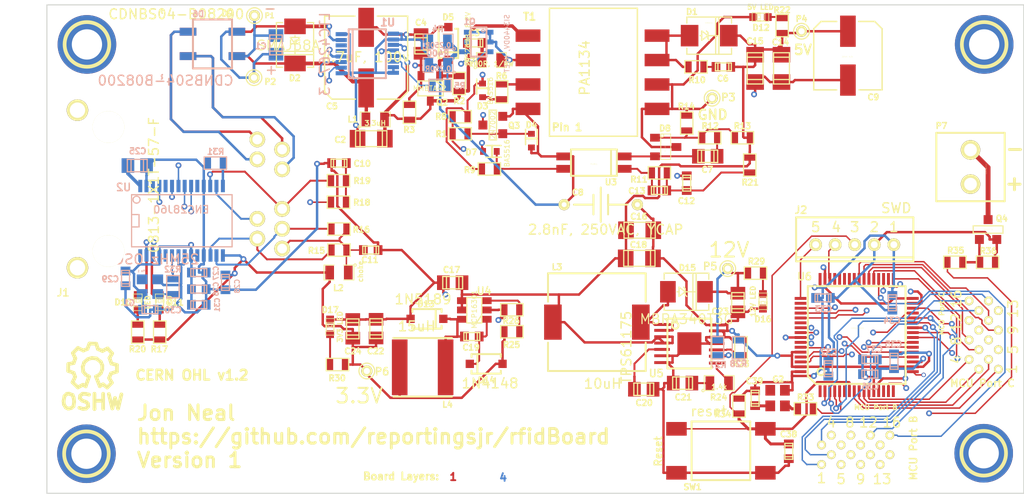
<source format=kicad_pcb>
(kicad_pcb (version 20171130) (host pcbnew "(5.1.12)-1")
  (layers (0 F.Cu signal) (1 In1.Cu mixed) (2 In2.Cu signal) (31 B.Cu signal) (34 B.Paste user hide) (35 F.Paste user hide) (36 B.SilkS user hide) (37 F.SilkS user hide) (38 B.Mask user hide) (39 F.Mask user hide) (44 Edge.Cuts user))
  (net 0 "")
  (net 1 "Net-(C1-Pad1)")
  (net 2 "Net-(C1-Pad2)")
  (net 3 "Net-(C2-Pad1)")
  (net 4 GNDA)
  (net 5 "Net-(C3-Pad2)")
  (net 6 /PVcc)
  (net 7 5VPoE)
  (net 8 "Net-(C6-Pad2)")
  (net 9 "Net-(C7-Pad1)")
  (net 10 "Net-(C7-Pad2)")
  (net 11 GND)
  (net 12 "Net-(C10-Pad1)")
  (net 13 "Net-(C11-Pad1)")
  (net 14 "Net-(C12-Pad1)")
  (net 15 "Net-(C13-Pad2)")
  (net 16 "Net-(C19-Pad1)")
  (net 17 "Net-(C19-Pad2)")
  (net 18 "Net-(C20-Pad1)")
  (net 19 "Net-(C21-Pad1)")
  (net 20 3V3)
  (net 21 12V)
  (net 22 "Net-(C25-Pad2)")
  (net 23 /nRST)
  (net 24 "Net-(C39-Pad1)")
  (net 25 "Net-(D1-Pad1)")
  (net 26 "Net-(D3-Pad1)")
  (net 27 "Net-(D4-Pad2)")
  (net 28 "Net-(D5-Pad2)")
  (net 29 /Ethernet-)
  (net 30 /Ethernet+)
  (net 31 "Net-(D7-Pad1)")
  (net 32 "Net-(D7-Pad2)")
  (net 33 "Net-(D8-Pad1)")
  (net 34 /EthernetSpare-)
  (net 35 /EthernetSpare+)
  (net 36 "Net-(D10-Pad1)")
  (net 37 "Net-(D10-Pad2)")
  (net 38 "Net-(D11-Pad1)")
  (net 39 "Net-(D11-Pad2)")
  (net 40 "Net-(D12-Pad1)")
  (net 41 "Net-(D15-Pad1)")
  (net 42 "Net-(D16-Pad1)")
  (net 43 "Net-(D17-Pad1)")
  (net 44 "Net-(G1-Pad1)")
  (net 45 "Net-(G1-Pad3)")
  (net 46 "Net-(G2-Pad1)")
  (net 47 "Net-(G2-Pad3)")
  (net 48 /TPOUT+)
  (net 49 /TPIN+)
  (net 50 /TPOUT-)
  (net 51 /TPIN-)
  (net 52 "Net-(J2-Pad4)")
  (net 53 "Net-(J2-Pad5)")
  (net 54 /PB0)
  (net 55 /PB1)
  (net 56 /PB4)
  (net 57 /PB5)
  (net 58 /PB8)
  (net 59 /PB9)
  (net 60 /PB12)
  (net 61 /PB13)
  (net 62 /PB2)
  (net 63 /PB7)
  (net 64 /PB6)
  (net 65 /PB3)
  (net 66 /PB11)
  (net 67 /PB10)
  (net 68 /PB14)
  (net 69 /PB15)
  (net 70 /PC0)
  (net 71 /PC1)
  (net 72 /PC4)
  (net 73 /PC5)
  (net 74 /PC8)
  (net 75 /PC9)
  (net 76 /PC12)
  (net 77 /PC13)
  (net 78 /PC2)
  (net 79 /PC7)
  (net 80 /PC6)
  (net 81 /PC3)
  (net 82 /PC11)
  (net 83 /PC10)
  (net 84 /PC14)
  (net 85 /PC15)
  (net 86 "Net-(P7-Pad2)")
  (net 87 "Net-(Q1-Pad1)")
  (net 88 "Net-(Q1-Pad3)")
  (net 89 "Net-(Q1-Pad4)")
  (net 90 "Net-(Q4-PadG)")
  (net 91 "Net-(R1-Pad1)")
  (net 92 "Net-(R5-Pad1)")
  (net 93 "Net-(R6-Pad2)")
  (net 94 "Net-(R23-Pad1)")
  (net 95 "Net-(R24-Pad2)")
  (net 96 "Net-(R25-Pad2)")
  (net 97 "Net-(R27-Pad2)")
  (net 98 "Net-(R31-Pad2)")
  (net 99 "Net-(R32-Pad2)")
  (net 100 "Net-(R33-Pad2)")
  (net 101 "Net-(U1-Pad6)")
  (net 102 "Net-(U1-Pad5)")
  (net 103 "Net-(U2-Pad3)")
  (net 104 /EthernetINT)
  (net 105 /EthernetSO)
  (net 106 /EthernetSI)
  (net 107 /EthernetSCK)
  (net 108 /EthernetCS)
  (net 109 "Net-(U2-Pad10)")
  (net 110 "Net-(U2-Pad24)")
  (net 111 "Net-(U6-Pad1)")
  (net 112 "Net-(U6-Pad6)")
  (net 113 "Net-(U6-Pad14)")
  (net 114 /12VSwitch)
  (net 115 "Net-(U6-Pad16)")
  (net 116 "Net-(U6-Pad42)")
  (net 117 "Net-(U6-Pad41)")
  (net 118 "Net-(U6-Pad45)")
  (net 119 "Net-(U6-Pad43)")
  (net 120 "Net-(U6-Pad44)")
  (net 121 "Net-(U6-Pad54)")
  (net 122 "Net-(U6-Pad50)")
  (module rfid:LQFP64 (layer F.Cu) (at 160.7 64.5)
    (fp_text reference U6 (at -5.34 -5.99) (layer F.SilkS) (effects (font (size 0.75 0.75))))
    (fp_text value STM32F100RC (at 0.1 -0.7) (layer F.SilkS) (effects (font (size 0.127 0.127) (thickness 0.01))))
    (pad 1 smd rect (at -3.75 5.75 90) (size 1.2 0.3) (layers F.Cu F.Paste F.Mask) (net 111 "Net-(U6-Pad1)"))
    (pad 2 smd rect (at -3.25 5.75 90) (size 1.2 0.3) (layers F.Cu F.Paste F.Mask) (net 77 /PC13))
    (pad 3 smd rect (at -2.75 5.75 90) (size 1.2 0.3) (layers F.Cu F.Paste F.Mask) (net 84 /PC14))
    (pad 4 smd rect (at -2.25 5.75 90) (size 1.2 0.3) (layers F.Cu F.Paste F.Mask) (net 85 /PC15))
    (pad 5 smd rect (at -1.75 5.75 90) (size 1.2 0.3) (layers F.Cu F.Paste F.Mask) (net 100 "Net-(R33-Pad2)"))
    (pad 6 smd rect (at -1.25 5.75 90) (size 1.2 0.3) (layers F.Cu F.Paste F.Mask) (net 112 "Net-(U6-Pad6)"))
    (pad 7 smd rect (at -0.75 5.75 90) (size 1.2 0.3) (layers F.Cu F.Paste F.Mask) (net 23 /nRST))
    (pad 8 smd rect (at -0.25 5.75 90) (size 1.2 0.3) (layers F.Cu F.Paste F.Mask) (net 70 /PC0))
    (pad 9 smd rect (at 0.25 5.75 90) (size 1.2 0.3) (layers F.Cu F.Paste F.Mask) (net 71 /PC1))
    (pad 10 smd rect (at 0.75 5.75 90) (size 1.2 0.3) (layers F.Cu F.Paste F.Mask) (net 78 /PC2))
    (pad 11 smd rect (at 1.25 5.75 90) (size 1.2 0.3) (layers F.Cu F.Paste F.Mask) (net 81 /PC3))
    (pad 12 smd rect (at 1.75 5.75 90) (size 1.2 0.3) (layers F.Cu F.Paste F.Mask) (net 11 GND))
    (pad 13 smd rect (at 2.25 5.75 90) (size 1.2 0.3) (layers F.Cu F.Paste F.Mask) (net 20 3V3))
    (pad 14 smd rect (at 2.75 5.75 90) (size 1.2 0.3) (layers F.Cu F.Paste F.Mask) (net 113 "Net-(U6-Pad14)"))
    (pad 15 smd rect (at 3.25 5.75 90) (size 1.2 0.3) (layers F.Cu F.Paste F.Mask) (net 114 /12VSwitch))
    (pad 16 smd rect (at 3.75 5.75 90) (size 1.2 0.3) (layers F.Cu F.Paste F.Mask) (net 115 "Net-(U6-Pad16)"))
    (pad 24 smd rect (at 5.75 0.25 180) (size 1.2 0.3) (layers F.Cu F.Paste F.Mask) (net 72 /PC4))
    (pad 23 smd rect (at 5.75 0.75 180) (size 1.2 0.3) (layers F.Cu F.Paste F.Mask) (net 106 /EthernetSI))
    (pad 26 smd rect (at 5.75 -0.75 180) (size 1.2 0.3) (layers F.Cu F.Paste F.Mask) (net 54 /PB0))
    (pad 25 smd rect (at 5.75 -0.25 180) (size 1.2 0.3) (layers F.Cu F.Paste F.Mask) (net 73 /PC5))
    (pad 22 smd rect (at 5.75 1.25 180) (size 1.2 0.3) (layers F.Cu F.Paste F.Mask) (net 105 /EthernetSO))
    (pad 29 smd rect (at 5.75 -2.25 180) (size 1.2 0.3) (layers F.Cu F.Paste F.Mask) (net 67 /PB10))
    (pad 32 smd rect (at 5.75 -3.75 180) (size 1.2 0.3) (layers F.Cu F.Paste F.Mask) (net 20 3V3))
    (pad 27 smd rect (at 5.75 -1.25 180) (size 1.2 0.3) (layers F.Cu F.Paste F.Mask) (net 55 /PB1))
    (pad 31 smd rect (at 5.75 -3.25 180) (size 1.2 0.3) (layers F.Cu F.Paste F.Mask) (net 11 GND))
    (pad 30 smd rect (at 5.75 -2.75 180) (size 1.2 0.3) (layers F.Cu F.Paste F.Mask) (net 66 /PB11))
    (pad 28 smd rect (at 5.75 -1.75 180) (size 1.2 0.3) (layers F.Cu F.Paste F.Mask) (net 62 /PB2))
    (pad 20 smd rect (at 5.75 2.25 180) (size 1.2 0.3) (layers F.Cu F.Paste F.Mask) (net 108 /EthernetCS))
    (pad 18 smd rect (at 5.75 3.25 180) (size 1.2 0.3) (layers F.Cu F.Paste F.Mask) (net 11 GND))
    (pad 19 smd rect (at 5.75 2.75 180) (size 1.2 0.3) (layers F.Cu F.Paste F.Mask) (net 20 3V3))
    (pad 21 smd rect (at 5.75 1.75 180) (size 1.2 0.3) (layers F.Cu F.Paste F.Mask) (net 107 /EthernetSCK))
    (pad 17 smd rect (at 5.75 3.75 180) (size 1.2 0.3) (layers F.Cu F.Paste F.Mask) (net 104 /EthernetINT))
    (pad 40 smd rect (at 0.25 -5.75 270) (size 1.2 0.3) (layers F.Cu F.Paste F.Mask) (net 75 /PC9))
    (pad 39 smd rect (at 0.75 -5.75 270) (size 1.2 0.3) (layers F.Cu F.Paste F.Mask) (net 74 /PC8))
    (pad 42 smd rect (at -0.75 -5.75 270) (size 1.2 0.3) (layers F.Cu F.Paste F.Mask) (net 116 "Net-(U6-Pad42)"))
    (pad 41 smd rect (at -0.25 -5.75 270) (size 1.2 0.3) (layers F.Cu F.Paste F.Mask) (net 117 "Net-(U6-Pad41)"))
    (pad 38 smd rect (at 1.25 -5.75 270) (size 1.2 0.3) (layers F.Cu F.Paste F.Mask) (net 79 /PC7))
    (pad 45 smd rect (at -2.25 -5.75 270) (size 1.2 0.3) (layers F.Cu F.Paste F.Mask) (net 118 "Net-(U6-Pad45)"))
    (pad 48 smd rect (at -3.75 -5.75 270) (size 1.2 0.3) (layers F.Cu F.Paste F.Mask) (net 20 3V3))
    (pad 43 smd rect (at -1.25 -5.75 270) (size 1.2 0.3) (layers F.Cu F.Paste F.Mask) (net 119 "Net-(U6-Pad43)"))
    (pad 47 smd rect (at -3.25 -5.75 270) (size 1.2 0.3) (layers F.Cu F.Paste F.Mask) (net 11 GND))
    (pad 46 smd rect (at -2.75 -5.75 270) (size 1.2 0.3) (layers F.Cu F.Paste F.Mask) (net 52 "Net-(J2-Pad4)"))
    (pad 44 smd rect (at -1.75 -5.75 270) (size 1.2 0.3) (layers F.Cu F.Paste F.Mask) (net 120 "Net-(U6-Pad44)"))
    (pad 36 smd rect (at 2.25 -5.75 270) (size 1.2 0.3) (layers F.Cu F.Paste F.Mask) (net 69 /PB15))
    (pad 34 smd rect (at 3.25 -5.75 270) (size 1.2 0.3) (layers F.Cu F.Paste F.Mask) (net 61 /PB13))
    (pad 35 smd rect (at 2.75 -5.75 270) (size 1.2 0.3) (layers F.Cu F.Paste F.Mask) (net 68 /PB14))
    (pad 37 smd rect (at 1.75 -5.75 270) (size 1.2 0.3) (layers F.Cu F.Paste F.Mask) (net 80 /PC6))
    (pad 33 smd rect (at 3.75 -5.75 270) (size 1.2 0.3) (layers F.Cu F.Paste F.Mask) (net 60 /PB12))
    (pad 56 smd rect (at -5.75 -0.25) (size 1.2 0.3) (layers F.Cu F.Paste F.Mask) (net 56 /PB4))
    (pad 55 smd rect (at -5.75 -0.75) (size 1.2 0.3) (layers F.Cu F.Paste F.Mask) (net 65 /PB3))
    (pad 58 smd rect (at -5.75 0.75) (size 1.2 0.3) (layers F.Cu F.Paste F.Mask) (net 64 /PB6))
    (pad 57 smd rect (at -5.75 0.25) (size 1.2 0.3) (layers F.Cu F.Paste F.Mask) (net 57 /PB5))
    (pad 54 smd rect (at -5.75 -1.25) (size 1.2 0.3) (layers F.Cu F.Paste F.Mask) (net 121 "Net-(U6-Pad54)"))
    (pad 61 smd rect (at -5.75 2.25) (size 1.2 0.3) (layers F.Cu F.Paste F.Mask) (net 58 /PB8))
    (pad 64 smd rect (at -5.75 3.75) (size 1.2 0.3) (layers F.Cu F.Paste F.Mask) (net 20 3V3))
    (pad 59 smd rect (at -5.75 1.25) (size 1.2 0.3) (layers F.Cu F.Paste F.Mask) (net 63 /PB7))
    (pad 63 smd rect (at -5.75 3.25) (size 1.2 0.3) (layers F.Cu F.Paste F.Mask) (net 11 GND))
    (pad 62 smd rect (at -5.75 2.75) (size 1.2 0.3) (layers F.Cu F.Paste F.Mask) (net 59 /PB9))
    (pad 60 smd rect (at -5.75 1.75) (size 1.2 0.3) (layers F.Cu F.Paste F.Mask) (net 11 GND))
    (pad 52 smd rect (at -5.75 -2.25) (size 1.2 0.3) (layers F.Cu F.Paste F.Mask) (net 82 /PC11))
    (pad 50 smd rect (at -5.75 -3.25) (size 1.2 0.3) (layers F.Cu F.Paste F.Mask) (net 122 "Net-(U6-Pad50)"))
    (pad 51 smd rect (at -5.75 -2.75) (size 1.2 0.3) (layers F.Cu F.Paste F.Mask) (net 83 /PC10))
    (pad 53 smd rect (at -5.75 -1.75) (size 1.2 0.3) (layers F.Cu F.Paste F.Mask) (net 76 /PC12))
    (pad 49 smd rect (at -5.75 -3.75) (size 1.2 0.3) (layers F.Cu F.Paste F.Mask) (net 53 "Net-(J2-Pad5)"))
  )
  (module Capacitors_SMD:c_0805 (layer B.Cu) (at 101.25 34.8 270)
    (fp_text reference C1 (at 0.12 1.55) (layer B.SilkS) (effects (font (size 0.6 0.6)) (justify mirror)))
    (fp_text value "0.1uF, 100V, X7R" hide)
    (pad 1 smd rect (at 0.9525 0 270) (size 1.30048 1.4986) (layers B.Cu B.Paste B.Mask) (net 1 "Net-(C1-Pad1)"))
    (pad 2 smd rect (at -0.9525 0 270) (size 1.30048 1.4986) (layers B.Cu B.Paste B.Mask) (net 2 "Net-(C1-Pad2)"))
  )
  (module Capacitors_SMD:c_1206 (layer F.Cu) (at 111 44.4)
    (fp_text reference C2 (at -3.17 0.11) (layer F.SilkS) (effects (font (size 0.6 0.6))))
    (fp_text value "1uF, 100V" hide)
    (pad 1 smd rect (at 1.397 0) (size 1.6002 1.8034) (layers F.Cu F.Paste F.Mask) (net 3 "Net-(C2-Pad1)"))
    (pad 2 smd rect (at -1.397 0) (size 1.6002 1.8034) (layers F.Cu F.Paste F.Mask) (net 4 GNDA))
  )
  (module Capacitors_SMD:c_0603 (layer F.Cu) (at 121.6 34.6 180)
    (fp_text reference C3 (at 0.06 1.03 180) (layer F.SilkS) (effects (font (size 0.6 0.6))))
    (fp_text value "68pF, 200V" hide)
    (pad 1 smd rect (at 0.75184 0 180) (size 0.89916 1.00076) (layers F.Cu F.Paste F.Mask) (net 3 "Net-(C2-Pad1)"))
    (pad 2 smd rect (at -0.75184 0 180) (size 0.89916 1.00076) (layers F.Cu F.Paste F.Mask) (net 5 "Net-(C3-Pad2)"))
  )
  (module Capacitors_SMD:c_0805 (layer F.Cu) (at 116.1 34.7 90)
    (fp_text reference C4 (at 2.18 -0.01 180) (layer F.SilkS) (effects (font (size 0.6 0.6))))
    (fp_text value "4.7uF, 10V" hide)
    (pad 1 smd rect (at 0.9525 0 90) (size 1.30048 1.4986) (layers F.Cu F.Paste F.Mask) (net 4 GNDA))
    (pad 2 smd rect (at -0.9525 0 90) (size 1.30048 1.4986) (layers F.Cu F.Paste F.Mask) (net 6 /PVcc))
  )
  (module rfid:EEE-2AA4R7UP (layer F.Cu) (at 110.48 36.1 180)
    (fp_text reference C5 (at 3.5 -4.98) (layer F.SilkS) (effects (font (size 0.6 0.6))))
    (fp_text value "4.7uF, 100v" (at 0.05 0.05 180) (layer F.SilkS))
    (pad 1 smd rect (at 0 -3.1 180) (size 1.6 4) (layers F.Cu F.Paste F.Mask) (net 1 "Net-(C1-Pad1)"))
    (pad 2 smd rect (at 0 3.1 180) (size 1.6 4) (layers F.Cu F.Paste F.Mask) (net 4 GNDA))
  )
  (module Capacitors_SMD:c_0603 (layer F.Cu) (at 147.05 37.05)
    (fp_text reference C6 (at -0.05 1.19) (layer F.SilkS) (effects (font (size 0.6 0.6))))
    (fp_text value 470pF hide)
    (pad 1 smd rect (at 0.75184 0) (size 0.89916 1.00076) (layers F.Cu F.Paste F.Mask) (net 7 5VPoE))
    (pad 2 smd rect (at -0.75184 0) (size 0.89916 1.00076) (layers F.Cu F.Paste F.Mask) (net 8 "Net-(C6-Pad2)"))
  )
  (module Capacitors_SMD:c_0805 (layer F.Cu) (at 145.45 46.2)
    (fp_text reference C7 (at -0.05 1.37) (layer F.SilkS) (effects (font (size 0.6 0.6))))
    (fp_text value 27nF hide)
    (pad 1 smd rect (at 0.9525 0) (size 1.30048 1.4986) (layers F.Cu F.Paste F.Mask) (net 9 "Net-(C7-Pad1)"))
    (pad 2 smd rect (at -0.9525 0) (size 1.30048 1.4986) (layers F.Cu F.Paste F.Mask) (net 10 "Net-(C7-Pad2)"))
  )
  (module rfid:kemet_C900 (layer F.Cu) (at 134.5 51.15)
    (fp_text reference C8 (at -2.35 -1.25) (layer F.SilkS) (effects (font (size 0.6 0.6))))
    (fp_text value "2.8nF, 250VAC, YCAP" (at 0.5 2.56) (layer F.SilkS))
    (pad 1 thru_hole circle (at -3.75 0) (size 1.15 1.15) (drill 0.5) (layers *.Cu *.Mask F.SilkS) (net 4 GNDA))
    (pad 2 thru_hole circle (at 3.75 0) (size 1.15 1.15) (drill 0.5) (layers *.Cu *.Mask F.SilkS) (net 11 GND))
  )
  (module rfid:EEE-FK0J221P (layer F.Cu) (at 159.8 35.9)
    (fp_text reference C9 (at 2.6 4.25) (layer F.SilkS) (effects (font (size 0.6 0.6))))
    (fp_text value "220uF, 6.3v" (at -0.05 0.1) (layer F.SilkS) (effects (font (size 0.127 0.127) (thickness 0.01))))
    (pad 1 smd rect (at 0 -2.5) (size 1.6 3.2) (layers F.Cu F.Paste F.Mask) (net 7 5VPoE))
    (pad 2 smd rect (at 0 2.5) (size 1.6 3.2) (layers F.Cu F.Paste F.Mask) (net 11 GND))
  )
  (module Capacitors_SMD:c_0603 (layer F.Cu) (at 107.7 46.9)
    (fp_text reference C10 (at 2.38 0.05) (layer F.SilkS) (effects (font (size 0.6 0.6))))
    (fp_text value 10nF hide)
    (pad 1 smd rect (at 0.75184 0) (size 0.89916 1.00076) (layers F.Cu F.Paste F.Mask) (net 12 "Net-(C10-Pad1)"))
    (pad 2 smd rect (at -0.75184 0) (size 0.89916 1.00076) (layers F.Cu F.Paste F.Mask) (net 11 GND))
  )
  (module Capacitors_SMD:c_0603 (layer F.Cu) (at 110.95 55.8 180)
    (fp_text reference C11 (at 0.08 -1 180) (layer F.SilkS) (effects (font (size 0.6 0.6))))
    (fp_text value 10nF hide)
    (pad 1 smd rect (at 0.75184 0 180) (size 0.89916 1.00076) (layers F.Cu F.Paste F.Mask) (net 13 "Net-(C11-Pad1)"))
    (pad 2 smd rect (at -0.75184 0 180) (size 0.89916 1.00076) (layers F.Cu F.Paste F.Mask) (net 11 GND))
  )
  (module Capacitors_SMD:c_0603 (layer F.Cu) (at 143.3 48.95 270)
    (fp_text reference C12 (at 1.82 0.03) (layer F.SilkS) (effects (font (size 0.6 0.6))))
    (fp_text value 1uF hide)
    (pad 1 smd rect (at 0.75184 0 270) (size 0.89916 1.00076) (layers F.Cu F.Paste F.Mask) (net 14 "Net-(C12-Pad1)"))
    (pad 2 smd rect (at -0.75184 0 270) (size 0.89916 1.00076) (layers F.Cu F.Paste F.Mask) (net 11 GND))
  )
  (module Capacitors_SMD:c_0603 (layer F.Cu) (at 140.5 49.7)
    (fp_text reference C13 (at -2.3 0.05) (layer F.SilkS) (effects (font (size 0.6 0.6))))
    (fp_text value 33nF hide)
    (pad 1 smd rect (at 0.75184 0) (size 0.89916 1.00076) (layers F.Cu F.Paste F.Mask) (net 14 "Net-(C12-Pad1)"))
    (pad 2 smd rect (at -0.75184 0) (size 0.89916 1.00076) (layers F.Cu F.Paste F.Mask) (net 15 "Net-(C13-Pad2)"))
  )
  (module Capacitors_SMD:c_1206 (layer F.Cu) (at 153 37.2 90)
    (fp_text reference C14 (at 2.67 -0.1 180) (layer F.SilkS) (effects (font (size 0.6 0.6))))
    (fp_text value "100uF, 6.3V, X5R" hide)
    (pad 1 smd rect (at 1.397 0 90) (size 1.6002 1.8034) (layers F.Cu F.Paste F.Mask) (net 7 5VPoE))
    (pad 2 smd rect (at -1.397 0 90) (size 1.6002 1.8034) (layers F.Cu F.Paste F.Mask) (net 11 GND))
  )
  (module Capacitors_SMD:c_1206 (layer F.Cu) (at 150.3 37.2 90)
    (fp_text reference C15 (at 2.79 -0.01 180) (layer F.SilkS) (effects (font (size 0.6 0.6))))
    (fp_text value "100uF, 6.3V, X5R" hide)
    (pad 1 smd rect (at 1.397 0 90) (size 1.6002 1.8034) (layers F.Cu F.Paste F.Mask) (net 7 5VPoE))
    (pad 2 smd rect (at -1.397 0 90) (size 1.6002 1.8034) (layers F.Cu F.Paste F.Mask) (net 11 GND))
  )
  (module Capacitors_SMD:c_1206 (layer F.Cu) (at 138.48 53.77 180)
    (fp_text reference C16 (at 0.08 1.4 180) (layer F.SilkS) (effects (font (size 0.6 0.6))))
    (fp_text value 10uF hide)
    (pad 1 smd rect (at 1.397 0 180) (size 1.6002 1.8034) (layers F.Cu F.Paste F.Mask) (net 7 5VPoE))
    (pad 2 smd rect (at -1.397 0 180) (size 1.6002 1.8034) (layers F.Cu F.Paste F.Mask) (net 11 GND))
  )
  (module Capacitors_SMD:c_0805 (layer F.Cu) (at 119.34 59.14)
    (fp_text reference C17 (at -0.11 -1.32) (layer F.SilkS) (effects (font (size 0.6 0.6))))
    (fp_text value 10uF hide)
    (pad 1 smd rect (at 0.9525 0) (size 1.30048 1.4986) (layers F.Cu F.Paste F.Mask) (net 7 5VPoE))
    (pad 2 smd rect (at -0.9525 0) (size 1.30048 1.4986) (layers F.Cu F.Paste F.Mask) (net 11 GND))
  )
  (module Capacitors_SMD:c_1206 (layer F.Cu) (at 138.45 56.65 180)
    (fp_text reference C18 (at 0.09 1.39 180) (layer F.SilkS) (effects (font (size 0.6 0.6))))
    (fp_text value 10uF hide)
    (pad 1 smd rect (at 1.397 0 180) (size 1.6002 1.8034) (layers F.Cu F.Paste F.Mask) (net 7 5VPoE))
    (pad 2 smd rect (at -1.397 0 180) (size 1.6002 1.8034) (layers F.Cu F.Paste F.Mask) (net 11 GND))
  )
  (module Capacitors_SMD:c_0603 (layer F.Cu) (at 121.3 64.65)
    (fp_text reference C19 (at -0.08 1.12) (layer F.SilkS) (effects (font (size 0.6 0.6))))
    (fp_text value 100nF hide)
    (pad 1 smd rect (at 0.75184 0) (size 0.89916 1.00076) (layers F.Cu F.Paste F.Mask) (net 16 "Net-(C19-Pad1)"))
    (pad 2 smd rect (at -0.75184 0) (size 0.89916 1.00076) (layers F.Cu F.Paste F.Mask) (net 17 "Net-(C19-Pad2)"))
  )
  (module Capacitors_SMD:c_0805 (layer F.Cu) (at 138.9 70.05 180)
    (fp_text reference C20 (at -0.04 -1.39 180) (layer F.SilkS) (effects (font (size 0.6 0.6))))
    (fp_text value 47nF hide)
    (pad 1 smd rect (at 0.9525 0 180) (size 1.30048 1.4986) (layers F.Cu F.Paste F.Mask) (net 18 "Net-(C20-Pad1)"))
    (pad 2 smd rect (at -0.9525 0 180) (size 1.30048 1.4986) (layers F.Cu F.Paste F.Mask) (net 11 GND))
  )
  (module Capacitors_SMD:c_0805 (layer F.Cu) (at 142.873 69.4204)
    (fp_text reference C21 (at 0.086573 1.449579) (layer F.SilkS) (effects (font (size 0.6 0.6))))
    (fp_text value 180nF hide)
    (pad 1 smd rect (at 0.9525 0) (size 1.30048 1.4986) (layers F.Cu F.Paste F.Mask) (net 19 "Net-(C21-Pad1)"))
    (pad 2 smd rect (at -0.9525 0) (size 1.30048 1.4986) (layers F.Cu F.Paste F.Mask) (net 11 GND))
  )
  (module Capacitors_SMD:c_0805 (layer F.Cu) (at 111.495 63.8446 270)
    (fp_text reference C22 (at 2.30536 0.034798) (layer F.SilkS) (effects (font (size 0.6 0.6))))
    (fp_text value 10uF hide)
    (pad 1 smd rect (at 0.9525 0 270) (size 1.30048 1.4986) (layers F.Cu F.Paste F.Mask) (net 20 3V3))
    (pad 2 smd rect (at -0.9525 0 270) (size 1.30048 1.4986) (layers F.Cu F.Paste F.Mask) (net 11 GND))
  )
  (module Capacitors_SMD:c_0805 (layer F.Cu) (at 148.54 61.17 90)
    (fp_text reference C23 (at -0.91 -1.82 180) (layer F.SilkS) (effects (font (size 0.6 0.6))))
    (fp_text value 22uF hide)
    (pad 1 smd rect (at 0.9525 0 90) (size 1.30048 1.4986) (layers F.Cu F.Paste F.Mask) (net 21 12V))
    (pad 2 smd rect (at -0.9525 0 90) (size 1.30048 1.4986) (layers F.Cu F.Paste F.Mask) (net 11 GND))
  )
  (module Capacitors_SMD:c_0805 (layer F.Cu) (at 109.115 63.8646 270)
    (fp_text reference C24 (at 2.28536 -0.015202) (layer F.SilkS) (effects (font (size 0.6 0.6))))
    (fp_text value 10uF hide)
    (pad 1 smd rect (at 0.9525 0 270) (size 1.30048 1.4986) (layers F.Cu F.Paste F.Mask) (net 20 3V3))
    (pad 2 smd rect (at -0.9525 0 270) (size 1.30048 1.4986) (layers F.Cu F.Paste F.Mask) (net 11 GND))
  )
  (module Capacitors_SMD:c_0805 (layer B.Cu) (at 87.05 47.15)
    (fp_text reference C25 (at 0.05 -1.48) (layer B.SilkS) (effects (font (size 0.6 0.6)) (justify mirror)))
    (fp_text value 10uF hide)
    (pad 1 smd rect (at 0.9525 0) (size 1.30048 1.4986) (layers B.Cu B.Paste B.Mask) (net 11 GND))
    (pad 2 smd rect (at -0.9525 0) (size 1.30048 1.4986) (layers B.Cu B.Paste B.Mask) (net 22 "Net-(C25-Pad2)"))
  )
  (module Capacitors_SMD:c_0603 (layer B.Cu) (at 93.35 59.8 180)
    (fp_text reference C26 (at -1.76 0.01 270) (layer B.SilkS) (effects (font (size 0.5 0.5) (thickness 0.125)) (justify mirror)))
    (fp_text value 100nF hide)
    (pad 1 smd rect (at 0.75184 0 180) (size 0.89916 1.00076) (layers B.Cu B.Paste B.Mask) (net 20 3V3))
    (pad 2 smd rect (at -0.75184 0 180) (size 0.89916 1.00076) (layers B.Cu B.Paste B.Mask) (net 11 GND))
  )
  (module Capacitors_SMD:c_0603 (layer B.Cu) (at 93.35 58.1 180)
    (fp_text reference C27 (at -1.76 -0.06 270) (layer B.SilkS) (effects (font (size 0.5 0.5) (thickness 0.125)) (justify mirror)))
    (fp_text value 100nF hide)
    (pad 1 smd rect (at 0.75184 0 180) (size 0.89916 1.00076) (layers B.Cu B.Paste B.Mask) (net 20 3V3))
    (pad 2 smd rect (at -0.75184 0 180) (size 0.89916 1.00076) (layers B.Cu B.Paste B.Mask) (net 11 GND))
  )
  (module Capacitors_SMD:c_0603 (layer B.Cu) (at 96.08 59.11 90)
    (fp_text reference C28 (at -0.39 1.2 90) (layer B.SilkS) (effects (font (size 0.5 0.5) (thickness 0.1)) (justify mirror)))
    (fp_text value 100nF hide)
    (pad 1 smd rect (at 0.75184 0 90) (size 0.89916 1.00076) (layers B.Cu B.Paste B.Mask) (net 20 3V3))
    (pad 2 smd rect (at -0.75184 0 90) (size 0.89916 1.00076) (layers B.Cu B.Paste B.Mask) (net 11 GND))
  )
  (module Capacitors_SMD:c_0603 (layer B.Cu) (at 85.85 58.7 90)
    (fp_text reference C29 (at -0.07 -1.56 180) (layer B.SilkS) (effects (font (size 0.6 0.6)) (justify mirror)))
    (fp_text value 100nF hide)
    (pad 1 smd rect (at 0.75184 0 90) (size 0.89916 1.00076) (layers B.Cu B.Paste B.Mask) (net 20 3V3))
    (pad 2 smd rect (at -0.75184 0 90) (size 0.89916 1.00076) (layers B.Cu B.Paste B.Mask) (net 11 GND))
  )
  (module Capacitors_SMD:c_0603 (layer B.Cu) (at 88.35 61.9)
    (fp_text reference C30 (at 2.37 0.05) (layer B.SilkS) (effects (font (size 0.6 0.6)) (justify mirror)))
    (fp_text value 100nF hide)
    (pad 1 smd rect (at 0.75184 0) (size 0.89916 1.00076) (layers B.Cu B.Paste B.Mask) (net 11 GND))
    (pad 2 smd rect (at -0.75184 0) (size 0.89916 1.00076) (layers B.Cu B.Paste B.Mask) (net 20 3V3))
  )
  (module Capacitors_SMD:c_0603 (layer B.Cu) (at 93.35 61.4 180)
    (fp_text reference C31 (at -1.89 -0.01 270) (layer B.SilkS) (effects (font (size 0.5 0.5) (thickness 0.125)) (justify mirror)))
    (fp_text value 1uF hide)
    (pad 1 smd rect (at 0.75184 0 180) (size 0.89916 1.00076) (layers B.Cu B.Paste B.Mask) (net 20 3V3))
    (pad 2 smd rect (at -0.75184 0 180) (size 0.89916 1.00076) (layers B.Cu B.Paste B.Mask) (net 11 GND))
  )
  (module Capacitors_SMD:c_0603 (layer B.Cu) (at 157.8 67.95 270)
    (fp_text reference C32 (at -1.7 -0.04) (layer B.SilkS) (effects (font (size 0.6 0.6)) (justify mirror)))
    (fp_text value 100nF hide)
    (pad 1 smd rect (at 0.75184 0 270) (size 0.89916 1.00076) (layers B.Cu B.Paste B.Mask) (net 20 3V3))
    (pad 2 smd rect (at -0.75184 0 270) (size 0.89916 1.00076) (layers B.Cu B.Paste B.Mask) (net 11 GND))
  )
  (module Capacitors_SMD:c_0603 (layer B.Cu) (at 157.25 60.7 180)
    (fp_text reference C33 (at -0.04 -1.14 180) (layer B.SilkS) (effects (font (size 0.6 0.6)) (justify mirror)))
    (fp_text value 100nF hide)
    (pad 1 smd rect (at 0.75184 0 180) (size 0.89916 1.00076) (layers B.Cu B.Paste B.Mask) (net 20 3V3))
    (pad 2 smd rect (at -0.75184 0 180) (size 0.89916 1.00076) (layers B.Cu B.Paste B.Mask) (net 11 GND))
  )
  (module Capacitors_SMD:c_0603 (layer B.Cu) (at 164.35 61.2 90)
    (fp_text reference C34 (at -1.82 -0.04 180) (layer B.SilkS) (effects (font (size 0.6 0.6)) (justify mirror)))
    (fp_text value 100nF hide)
    (pad 1 smd rect (at 0.75184 0 90) (size 0.89916 1.00076) (layers B.Cu B.Paste B.Mask) (net 20 3V3))
    (pad 2 smd rect (at -0.75184 0 90) (size 0.89916 1.00076) (layers B.Cu B.Paste B.Mask) (net 11 GND))
  )
  (module Capacitors_SMD:c_0603 (layer B.Cu) (at 164.52 67.19 270)
    (fp_text reference C35 (at -1.75 0.06) (layer B.SilkS) (effects (font (size 0.6 0.6)) (justify mirror)))
    (fp_text value 100nF hide)
    (pad 1 smd rect (at 0.75184 0 270) (size 0.89916 1.00076) (layers B.Cu B.Paste B.Mask) (net 20 3V3))
    (pad 2 smd rect (at -0.75184 0 270) (size 0.89916 1.00076) (layers B.Cu B.Paste B.Mask) (net 11 GND))
  )
  (module Capacitors_SMD:c_0603 (layer B.Cu) (at 162.05 68.5)
    (fp_text reference C36 (at 0.04 1.28) (layer B.SilkS) (effects (font (size 0.6 0.6)) (justify mirror)))
    (fp_text value 100nF hide)
    (pad 1 smd rect (at 0.75184 0) (size 0.89916 1.00076) (layers B.Cu B.Paste B.Mask) (net 20 3V3))
    (pad 2 smd rect (at -0.75184 0) (size 0.89916 1.00076) (layers B.Cu B.Paste B.Mask) (net 11 GND))
  )
  (module Capacitors_SMD:c_0603 (layer B.Cu) (at 162.05 67)
    (fp_text reference C37 (at 0.44 -1.05) (layer B.SilkS) (effects (font (size 0.6 0.6)) (justify mirror)))
    (fp_text value 1uF hide)
    (pad 1 smd rect (at 0.75184 0) (size 0.89916 1.00076) (layers B.Cu B.Paste B.Mask) (net 20 3V3))
    (pad 2 smd rect (at -0.75184 0) (size 0.89916 1.00076) (layers B.Cu B.Paste B.Mask) (net 11 GND))
  )
  (module Capacitors_SMD:c_0603 (layer F.Cu) (at 153.75 76.4 270)
    (fp_text reference C38 (at -1.75 0.02) (layer F.SilkS) (effects (font (size 0.6 0.6))))
    (fp_text value 100nF hide)
    (pad 1 smd rect (at 0.75184 0 270) (size 0.89916 1.00076) (layers F.Cu F.Paste F.Mask) (net 11 GND))
    (pad 2 smd rect (at -0.75184 0 270) (size 0.89916 1.00076) (layers F.Cu F.Paste F.Mask) (net 23 /nRST))
  )
  (module Capacitors_SMD:c_0603 (layer F.Cu) (at 150.3 70.97 270)
    (fp_text reference C39 (at -1.76 0.06) (layer F.SilkS) (effects (font (size 0.6 0.6))))
    (fp_text value 100nF hide)
    (pad 1 smd rect (at 0.75184 0 270) (size 0.89916 1.00076) (layers F.Cu F.Paste F.Mask) (net 24 "Net-(C39-Pad1)"))
    (pad 2 smd rect (at -0.75184 0 270) (size 0.89916 1.00076) (layers F.Cu F.Paste F.Mask) (net 20 3V3))
  )
  (module SMD_Packages:DO-214-AA_SMB (layer F.Cu) (at 145.6 33.85)
    (fp_text reference D1 (at -1.77 -2.44) (layer F.SilkS) (effects (font (size 0.6 0.6))))
    (fp_text value SMB540 (at -0.05 -1.3 180) (layer F.SilkS) (effects (font (size 0.127 0.127) (thickness 0.01))))
    (pad 1 smd rect (at -2.0066 0) (size 1.80086 2.19964) (layers F.Cu F.Paste F.Mask) (net 25 "Net-(D1-Pad1)"))
    (pad 2 smd rect (at 2.0066 0) (size 1.80086 2.19964) (layers F.Cu F.Paste F.Mask) (net 7 5VPoE))
  )
  (module SMD_Packages:DO-214-AC_SMA (layer F.Cu) (at 103.2 34.8 270)
    (fp_text reference D2 (at 3.39 0.02) (layer F.SilkS) (effects (font (size 0.6 0.6))))
    (fp_text value SMAJ58A (at 0.05 0.7) (layer F.SilkS) (effects (font (size 1.00076 1.00076) (thickness 0.11938))))
    (pad 1 smd rect (at -1.89992 0 270) (size 1.6002 2.19964) (layers F.Cu F.Paste F.Mask) (net 2 "Net-(C1-Pad2)"))
    (pad 2 smd rect (at 1.89992 0 270) (size 1.6002 2.19964) (layers F.Cu F.Paste F.Mask) (net 1 "Net-(C1-Pad1)"))
  )
  (module rfid:SOD-523 (layer F.Cu) (at 122.4 39.45 90)
    (fp_text reference D3 (at -1.61 0 180) (layer F.SilkS) (effects (font (size 0.6 0.6))))
    (fp_text value BAS516 (at -0.05 0.8 270) (layer F.SilkS) (effects (font (size 0.5 0.5) (thickness 0.08))))
    (pad 1 smd rect (at -0.7 0 90) (size 0.6 0.7) (layers F.Cu F.Paste F.Mask) (net 26 "Net-(D3-Pad1)"))
    (pad 2 smd rect (at 0.7 0 90) (size 0.6 0.7) (layers F.Cu F.Paste F.Mask) (net 6 /PVcc))
  )
  (module rfid:SOD-523 (layer F.Cu) (at 127.4 44.6 90)
    (fp_text reference D4 (at 1.61 0.01 180) (layer F.SilkS) (effects (font (size 0.6 0.6))))
    (fp_text value BAS516 (at 0 0 180) (layer F.SilkS) (effects (font (size 0.127 0.127) (thickness 0.01))))
    (pad 1 smd rect (at -0.7 0 90) (size 0.6 0.7) (layers F.Cu F.Paste F.Mask) (net 4 GNDA))
    (pad 2 smd rect (at 0.7 0 90) (size 0.6 0.7) (layers F.Cu F.Paste F.Mask) (net 27 "Net-(D4-Pad2)"))
  )
  (module rfid:SOD-123 (layer F.Cu) (at 118.9 34.65 90)
    (fp_text reference D5 (at 2.69 -0.02 180) (layer F.SilkS) (effects (font (size 0.6 0.6))))
    (fp_text value "1N5237B, 8.2V" (at 0.4 2 90) (layer F.SilkS) (effects (font (size 0.5 0.5) (thickness 0.08))))
    (pad 1 smd rect (at 1.675 0 90) (size 0.85 0.85) (layers F.Cu F.Paste F.Mask) (net 4 GNDA))
    (pad 2 smd rect (at -1.675 0 90) (size 0.85 0.85) (layers F.Cu F.Paste F.Mask) (net 28 "Net-(D5-Pad2)"))
  )
  (module rfid:CDNBS04 (layer B.Cu) (at 94.75 34.7 90)
    (fp_text reference D6 (at 3.07 -1.46 180) (layer B.SilkS) (effects (font (size 0.6 0.6)) (justify mirror)))
    (fp_text value CDNBS04-B08200 (at -3.75 -4.8 180) (layer B.SilkS) (effects (justify mirror)))
    (fp_text user ~ (at -3.4 -5.2 90) (layer B.SilkS) (effects (justify mirror)))
    (fp_text user - (at 3.65 5.9 180) (layer B.SilkS) (effects (justify mirror)))
    (fp_text user + (at -2.7 5.95 90) (layer B.SilkS) (effects (justify mirror)))
    (pad 1 smd rect (at 1.25 2.5 90) (size 0.8 1.7) (layers B.Cu B.Paste B.Mask) (net 1 "Net-(C1-Pad1)"))
    (pad 2 smd rect (at 1.25 -2.5 90) (size 0.8 1.7) (layers B.Cu B.Paste B.Mask) (net 29 /Ethernet-))
    (pad 3 smd rect (at -1.25 -2.5 90) (size 0.8 1.7) (layers B.Cu B.Paste B.Mask) (net 30 /Ethernet+))
    (pad 4 smd rect (at -1.25 2.5 90) (size 0.8 1.7) (layers B.Cu B.Paste B.Mask) (net 2 "Net-(C1-Pad2)"))
  )
  (module rfid:SOD-523 (layer F.Cu) (at 123.15 45.7)
    (fp_text reference D7 (at -1.91 0.09) (layer F.SilkS) (effects (font (size 0.6 0.6))))
    (fp_text value BAS516 (at 1.75 0.2 90) (layer F.SilkS) (effects (font (size 0.5 0.5) (thickness 0.08))))
    (pad 1 smd rect (at -0.7 0) (size 0.6 0.7) (layers F.Cu F.Paste F.Mask) (net 31 "Net-(D7-Pad1)"))
    (pad 2 smd rect (at 0.7 0) (size 0.6 0.7) (layers F.Cu F.Paste F.Mask) (net 32 "Net-(D7-Pad2)"))
  )
  (module SMD_Packages:SOT-23 (layer F.Cu) (at 141.15 45.25 270)
    (fp_text reference D8 (at -1.91 0.08) (layer F.SilkS) (effects (font (size 0.6 0.6))))
    (fp_text value TLV431 (at 0.15 0.05 270) (layer F.SilkS) (effects (font (size 0.127 0.127) (thickness 0.01))))
    (pad 3 smd rect (at 0 -1.09982 270) (size 0.8001 1.00076) (layers F.Cu F.Paste F.Mask) (net 11 GND))
    (pad 2 smd rect (at 0.9525 1.09982 270) (size 0.8001 1.00076) (layers F.Cu F.Paste F.Mask) (net 10 "Net-(C7-Pad2)"))
    (pad 1 smd rect (at -0.9525 1.09982 270) (size 0.8001 1.00076) (layers F.Cu F.Paste F.Mask) (net 33 "Net-(D8-Pad1)"))
  )
  (module rfid:CDNBS04 (layer F.Cu) (at 94.75 34.7 270)
    (fp_text reference D9 (at -3.12 -1.52) (layer F.SilkS) (effects (font (size 0.6 0.6))))
    (fp_text value CDNBS04-B08200 (at -3.05 3.7) (layer F.SilkS))
    (fp_text user ~ (at -3.4 5.2 270) (layer F.SilkS))
    (fp_text user - (at -3.65 -5.9) (layer F.SilkS))
    (fp_text user + (at 2.7 -5.95 270) (layer F.SilkS))
    (pad 1 smd rect (at 1.25 -2.5 270) (size 0.8 1.7) (layers F.Cu F.Paste F.Mask) (net 1 "Net-(C1-Pad1)"))
    (pad 2 smd rect (at 1.25 2.5 270) (size 0.8 1.7) (layers F.Cu F.Paste F.Mask) (net 34 /EthernetSpare-))
    (pad 3 smd rect (at -1.25 2.5 270) (size 0.8 1.7) (layers F.Cu F.Paste F.Mask) (net 35 /EthernetSpare+))
    (pad 4 smd rect (at -1.25 -2.5 270) (size 0.8 1.7) (layers F.Cu F.Paste F.Mask) (net 2 "Net-(C1-Pad2)"))
  )
  (module LEDs:LED-0603 (layer F.Cu) (at 87.1 61.15 90)
    (fp_text reference D10 (at 0.01 -1.5 180) (layer F.SilkS) (effects (font (size 0.6 0.6))))
    (fp_text value LED (at 0 1.016 90) (layer F.SilkS) (effects (font (size 0.508 0.508) (thickness 0.127))))
    (pad 1 smd rect (at -0.7493 0 90) (size 0.79756 0.79756) (layers F.Cu F.Paste F.Mask) (net 36 "Net-(D10-Pad1)"))
    (pad 2 smd rect (at 0.7493 0 90) (size 0.79756 0.79756) (layers F.Cu F.Paste F.Mask) (net 37 "Net-(D10-Pad2)"))
  )
  (module LEDs:LED-0603 (layer F.Cu) (at 89.35 61.15 90)
    (fp_text reference D11 (at -0.02 1.58 180) (layer F.SilkS) (effects (font (size 0.6 0.6))))
    (fp_text value LED (at 0 1.016 90) (layer F.SilkS) (effects (font (size 0.508 0.508) (thickness 0.127))))
    (pad 1 smd rect (at -0.7493 0 90) (size 0.79756 0.79756) (layers F.Cu F.Paste F.Mask) (net 38 "Net-(D11-Pad1)"))
    (pad 2 smd rect (at 0.7493 0 90) (size 0.79756 0.79756) (layers F.Cu F.Paste F.Mask) (net 39 "Net-(D11-Pad2)"))
  )
  (module LEDs:LED-0603 (layer F.Cu) (at 150.85 31.95 180)
    (fp_text reference D12 (at -0.06 -1.09 180) (layer F.SilkS) (effects (font (size 0.6 0.6))))
    (fp_text value "5V LED" (at 0 1.016 180) (layer F.SilkS) (effects (font (size 0.508 0.508) (thickness 0.127))))
    (pad 1 smd rect (at -0.7493 0 180) (size 0.79756 0.79756) (layers F.Cu F.Paste F.Mask) (net 40 "Net-(D12-Pad1)"))
    (pad 2 smd rect (at 0.7493 0 180) (size 0.79756 0.79756) (layers F.Cu F.Paste F.Mask) (net 11 GND))
  )
  (module rfid:SOD-123 (layer F.Cu) (at 116.706 62.8423 180)
    (fp_text reference D13 (at 0.096055 1.522289 180) (layer F.SilkS) (effects (font (size 0.6 0.6))))
    (fp_text value 1N5189 (at 0.4 2 180) (layer F.SilkS))
    (pad 1 smd rect (at 1.675 0 180) (size 0.85 0.85) (layers F.Cu F.Paste F.Mask) (net 11 GND))
    (pad 2 smd rect (at -1.675 0 180) (size 0.85 0.85) (layers F.Cu F.Paste F.Mask) (net 17 "Net-(C19-Pad2)"))
  )
  (module rfid:SOD-123 (layer F.Cu) (at 122.77 67.45)
    (fp_text reference D14 (at 0.04 1.66) (layer F.SilkS) (effects (font (size 0.6 0.6))))
    (fp_text value 1N4148 (at 0.4 2) (layer F.SilkS))
    (pad 1 smd rect (at 1.675 0) (size 0.85 0.85) (layers F.Cu F.Paste F.Mask) (net 20 3V3))
    (pad 2 smd rect (at -1.675 0) (size 0.85 0.85) (layers F.Cu F.Paste F.Mask) (net 16 "Net-(C19-Pad1)"))
  )
  (module SMD_Packages:DO-214-AC_SMA (layer F.Cu) (at 143.273 60.0704)
    (fp_text reference D15 (at 0.1 -2.45) (layer F.SilkS) (effects (font (size 0.6 0.6))))
    (fp_text value MBRA340T3G (at 0 2.79908) (layer F.SilkS) (effects (font (size 1.00076 1.00076) (thickness 0.11938))))
    (pad 1 smd rect (at -1.89992 0) (size 1.6002 2.19964) (layers F.Cu F.Paste F.Mask) (net 41 "Net-(D15-Pad1)"))
    (pad 2 smd rect (at 1.89992 0) (size 1.6002 2.19964) (layers F.Cu F.Paste F.Mask) (net 21 12V))
  )
  (module LEDs:LED-0603 (layer F.Cu) (at 151.1 61.05 270)
    (fp_text reference D16 (at 1.82 -0.01) (layer F.SilkS) (effects (font (size 0.6 0.6))))
    (fp_text value "12V LED" (at 0 1.016 270) (layer F.SilkS) (effects (font (size 0.508 0.508) (thickness 0.127))))
    (pad 1 smd rect (at -0.7493 0 270) (size 0.79756 0.79756) (layers F.Cu F.Paste F.Mask) (net 42 "Net-(D16-Pad1)"))
    (pad 2 smd rect (at 0.7493 0 270) (size 0.79756 0.79756) (layers F.Cu F.Paste F.Mask) (net 11 GND))
  )
  (module LEDs:LED-0603 (layer F.Cu) (at 106.79 63.66 90)
    (fp_text reference D17 (at 1.74 0.01 180) (layer F.SilkS) (effects (font (size 0.6 0.6))))
    (fp_text value "3V3 LED" (at 0 1.016 90) (layer F.SilkS) (effects (font (size 0.508 0.508) (thickness 0.127))))
    (pad 1 smd rect (at -0.7493 0 90) (size 0.79756 0.79756) (layers F.Cu F.Paste F.Mask) (net 43 "Net-(D17-Pad1)"))
    (pad 2 smd rect (at 0.7493 0 90) (size 0.79756 0.79756) (layers F.Cu F.Paste F.Mask) (net 11 GND))
  )
  (module rfid:Si501_2.5x2 (layer B.Cu) (at 88.35 59.55)
    (fp_text reference G1 (at -2.14 1.66 180) (layer B.SilkS) (effects (font (size 0.6 0.6)) (justify mirror)))
    (fp_text value "25MHz OSC" (at 0.7 -2.8) (layer B.SilkS) (effects (justify mirror)))
    (pad 1 smd rect (at -0.8 -0.75) (size 1.1 1) (layers B.Cu B.Paste B.Mask) (net 44 "Net-(G1-Pad1)"))
    (pad 2 smd rect (at 0.8 -0.75) (size 1.1 1) (layers B.Cu B.Paste B.Mask) (net 11 GND))
    (pad 3 smd rect (at 0.8 0.75) (size 1.1 1) (layers B.Cu B.Paste B.Mask) (net 45 "Net-(G1-Pad3)"))
    (pad 4 smd rect (at -0.8 0.75) (size 1.1 1) (layers B.Cu B.Paste B.Mask) (net 20 3V3))
  )
  (module rfid:Si501_2.5x2 (layer F.Cu) (at 152.6 70.95 270)
    (fp_text reference G2 (at -1.92 -0.06) (layer F.SilkS) (effects (font (size 0.6 0.6))))
    (fp_text value "24MHz OSC" (at -1.75 -0.7) (layer F.SilkS) (effects (font (size 0.127 0.127) (thickness 0.02))))
    (pad 1 smd rect (at -0.8 0.75 270) (size 1.1 1) (layers F.Cu F.Paste F.Mask) (net 46 "Net-(G2-Pad1)"))
    (pad 2 smd rect (at 0.8 0.75 270) (size 1.1 1) (layers F.Cu F.Paste F.Mask) (net 24 "Net-(C39-Pad1)"))
    (pad 3 smd rect (at 0.8 -0.75 270) (size 1.1 1) (layers F.Cu F.Paste F.Mask) (net 47 "Net-(G2-Pad3)"))
    (pad 4 smd rect (at -0.8 -0.75 270) (size 1.1 1) (layers F.Cu F.Paste F.Mask) (net 20 3V3))
  )
  (module rfid:0813-1X1T-57-F (layer F.Cu) (at 84.1 55.9 90)
    (fp_text reference J1 (at -4.26 -4.64 180) (layer F.SilkS) (effects (font (size 0.75 0.75))))
    (fp_text value 0813-1X1T-57-F (at 6.75 4.65 90) (layer F.SilkS))
    (pad 1 thru_hole circle (at 1.27 15.24 90) (size 1.6 1.6) (drill 1) (layers *.Cu *.Mask F.SilkS) (net 48 /TPOUT+))
    (pad 2 thru_hole circle (at 3.3 15.24 90) (size 1.6 1.6) (drill 1) (layers *.Cu *.Mask F.SilkS) (net 49 /TPIN+))
    (pad 5 thru_hole circle (at 9.39 15.24 90) (size 1.6 1.6) (drill 1) (layers *.Cu *.Mask F.SilkS) (net 29 /Ethernet-))
    (pad 6 thru_hole circle (at 11.42 15.24 90) (size 1.6 1.6) (drill 1) (layers *.Cu *.Mask F.SilkS) (net 35 /EthernetSpare+))
    (pad 7 thru_hole circle (at 0.25 17.78 90) (size 1.6 1.6) (drill 1) (layers *.Cu *.Mask F.SilkS) (net 13 "Net-(C11-Pad1)"))
    (pad 8 thru_hole circle (at 2.28 17.78 90) (size 1.6 1.6) (drill 1) (layers *.Cu *.Mask F.SilkS) (net 50 /TPOUT-))
    (pad 9 thru_hole circle (at 4.31 17.78 90) (size 1.6 1.6) (drill 1) (layers *.Cu *.Mask F.SilkS) (net 51 /TPIN-))
    (pad 10 thru_hole circle (at 8.37 17.78 90) (size 1.6 1.6) (drill 1) (layers *.Cu *.Mask F.SilkS) (net 30 /Ethernet+))
    (pad 11 thru_hole circle (at 10.4 17.78 90) (size 1.6 1.6) (drill 1) (layers *.Cu *.Mask F.SilkS) (net 34 /EthernetSpare-))
    (pad "" np_thru_hole circle (at 0 0 90) (size 3.25 3.25) (drill 3.25) (layers *.Cu *.Mask F.SilkS))
    (pad "" np_thru_hole circle (at 12.7 0 90) (size 3.25 3.25) (drill 3.25) (layers *.Cu *.Mask F.SilkS))
    (pad 12 thru_hole circle (at -1.71 -3.17 90) (size 2.2 2.2) (drill 1.57) (layers *.Cu *.Mask F.SilkS) (net 4 GNDA))
    (pad 12 thru_hole circle (at 14.42 -3.17 90) (size 2.2 2.2) (drill 1.57) (layers *.Cu *.Mask F.SilkS) (net 4 GNDA))
  )
  (module rfid:JST_PH_5pin (layer F.Cu) (at 160.5 55.25 180)
    (fp_text reference J2 (at 5.51 3.55 180) (layer F.SilkS) (effects (font (size 0.75 0.75))))
    (fp_text value SWD (at -4.25 3.75 180) (layer F.SilkS))
    (fp_text user 5 (at 4 1.8 180) (layer F.SilkS))
    (fp_text user 4 (at 1.9 1.8 180) (layer F.SilkS))
    (fp_text user 3 (at 0 1.8 180) (layer F.SilkS))
    (fp_text user 2 (at -2 1.8 180) (layer F.SilkS))
    (fp_text user 1 (at -4 1.8 180) (layer F.SilkS))
    (pad 3 thru_hole circle (at 0 0 180) (size 1.3 1.3) (drill 0.7) (layers *.Cu *.Mask F.SilkS) (net 23 /nRST))
    (pad 2 thru_hole circle (at -2 0 180) (size 1.3 1.3) (drill 0.7) (layers *.Cu *.Mask F.SilkS) (net 11 GND))
    (pad 1 thru_hole circle (at -4 0 180) (size 1.3 1.3) (drill 0.7) (layers *.Cu *.Mask F.SilkS) (net 20 3V3))
    (pad 4 thru_hole circle (at 2 0 180) (size 1.3 1.3) (drill 0.7) (layers *.Cu *.Mask F.SilkS) (net 52 "Net-(J2-Pad4)"))
    (pad 5 thru_hole circle (at 4 0 180) (size 1.3 1.3) (drill 0.7) (layers *.Cu *.Mask F.SilkS) (net 53 "Net-(J2-Pad5)"))
  )
  (module rfid:16_pin_breakout (layer F.Cu) (at 162.1 76.75)
    (fp_text reference J3 hide)
    (fp_text value "MCU Port B" (at 0.55 -4.85) (layer F.SilkS) (effects (font (size 0.5 0.5) (thickness 0.125))))
    (fp_text user 16 (at 2.2 -3.3) (layer F.SilkS))
    (fp_text user 12 (at -0.2 -3.3) (layer F.SilkS))
    (fp_text user 8 (at -2.1 -3.3) (layer F.SilkS))
    (fp_text user 4 (at -4 -3.3) (layer F.SilkS))
    (fp_text user 13 (at 1.2 2.5) (layer F.SilkS))
    (fp_text user 9 (at -1 2.5) (layer F.SilkS))
    (fp_text user 5 (at -3 2.5) (layer F.SilkS))
    (fp_text user 1 (at -5 2.4) (layer F.SilkS))
    (pad 1 thru_hole circle (at -5 1) (size 0.9 0.9) (drill 0.5) (layers *.Cu *.Mask F.SilkS) (net 54 /PB0))
    (pad 2 thru_hole circle (at -4 0) (size 0.9 0.9) (drill 0.5) (layers *.Cu *.Mask F.SilkS) (net 55 /PB1))
    (pad 5 thru_hole circle (at -3 1) (size 0.9 0.9) (drill 0.5) (layers *.Cu *.Mask F.SilkS) (net 56 /PB4))
    (pad 6 thru_hole circle (at -2 0) (size 0.9 0.9) (drill 0.5) (layers *.Cu *.Mask F.SilkS) (net 57 /PB5))
    (pad 9 thru_hole circle (at -1 1) (size 0.9 0.9) (drill 0.5) (layers *.Cu *.Mask F.SilkS) (net 58 /PB8))
    (pad 10 thru_hole circle (at 0 0) (size 0.9 0.9) (drill 0.5) (layers *.Cu *.Mask F.SilkS) (net 59 /PB9))
    (pad 13 thru_hole circle (at 1 1) (size 0.9 0.9) (drill 0.5) (layers *.Cu *.Mask F.SilkS) (net 60 /PB12))
    (pad 14 thru_hole circle (at 2 0) (size 0.9 0.9) (drill 0.5) (layers *.Cu *.Mask F.SilkS) (net 61 /PB13))
    (pad 3 thru_hole circle (at -5 -1) (size 0.9 0.9) (drill 0.5) (layers *.Cu *.Mask F.SilkS) (net 62 /PB2))
    (pad 8 thru_hole circle (at -2 -2) (size 0.9 0.9) (drill 0.5) (layers *.Cu *.Mask F.SilkS) (net 63 /PB7))
    (pad 7 thru_hole circle (at -3 -1) (size 0.9 0.9) (drill 0.5) (layers *.Cu *.Mask F.SilkS) (net 64 /PB6))
    (pad 4 thru_hole circle (at -4 -2) (size 0.9 0.9) (drill 0.5) (layers *.Cu *.Mask F.SilkS) (net 65 /PB3))
    (pad 12 thru_hole circle (at 0 -2) (size 0.9 0.9) (drill 0.5) (layers *.Cu *.Mask F.SilkS) (net 66 /PB11))
    (pad 11 thru_hole circle (at -1 -1) (size 0.9 0.9) (drill 0.5) (layers *.Cu *.Mask F.SilkS) (net 67 /PB10))
    (pad 15 thru_hole circle (at 1 -1) (size 0.9 0.9) (drill 0.5) (layers *.Cu *.Mask F.SilkS) (net 68 /PB14))
    (pad 16 thru_hole circle (at 2 -2) (size 0.9 0.9) (drill 0.5) (layers *.Cu *.Mask F.SilkS) (net 69 /PB15))
  )
  (module rfid:16_pin_breakout (layer F.Cu) (at 174.2 63 90)
    (fp_text reference J4 hide)
    (fp_text value "MCU Port C" (at 0.7 -4.8 90) (layer F.SilkS) (effects (font (size 0.5 0.5) (thickness 0.125))))
    (fp_text user 16 (at 2.2 -3.3 90) (layer F.SilkS))
    (fp_text user 12 (at -0.2 -3.3 90) (layer F.SilkS))
    (fp_text user 8 (at -2.1 -3.3 90) (layer F.SilkS))
    (fp_text user 4 (at -4 -3.3 90) (layer F.SilkS))
    (fp_text user 13 (at 1.2 2.5 90) (layer F.SilkS))
    (fp_text user 9 (at -1 2.5 90) (layer F.SilkS))
    (fp_text user 5 (at -3 2.5 90) (layer F.SilkS))
    (fp_text user 1 (at -5 2.4 90) (layer F.SilkS))
    (pad 1 thru_hole circle (at -5 1 90) (size 0.9 0.9) (drill 0.5) (layers *.Cu *.Mask F.SilkS) (net 70 /PC0))
    (pad 2 thru_hole circle (at -4 0 90) (size 0.9 0.9) (drill 0.5) (layers *.Cu *.Mask F.SilkS) (net 71 /PC1))
    (pad 5 thru_hole circle (at -3 1 90) (size 0.9 0.9) (drill 0.5) (layers *.Cu *.Mask F.SilkS) (net 72 /PC4))
    (pad 6 thru_hole circle (at -2 0 90) (size 0.9 0.9) (drill 0.5) (layers *.Cu *.Mask F.SilkS) (net 73 /PC5))
    (pad 9 thru_hole circle (at -1 1 90) (size 0.9 0.9) (drill 0.5) (layers *.Cu *.Mask F.SilkS) (net 74 /PC8))
    (pad 10 thru_hole circle (at 0 0 90) (size 0.9 0.9) (drill 0.5) (layers *.Cu *.Mask F.SilkS) (net 75 /PC9))
    (pad 13 thru_hole circle (at 1 1 90) (size 0.9 0.9) (drill 0.5) (layers *.Cu *.Mask F.SilkS) (net 76 /PC12))
    (pad 14 thru_hole circle (at 2 0 90) (size 0.9 0.9) (drill 0.5) (layers *.Cu *.Mask F.SilkS) (net 77 /PC13))
    (pad 3 thru_hole circle (at -5 -1 90) (size 0.9 0.9) (drill 0.5) (layers *.Cu *.Mask F.SilkS) (net 78 /PC2))
    (pad 8 thru_hole circle (at -2 -2 90) (size 0.9 0.9) (drill 0.5) (layers *.Cu *.Mask F.SilkS) (net 79 /PC7))
    (pad 7 thru_hole circle (at -3 -1 90) (size 0.9 0.9) (drill 0.5) (layers *.Cu *.Mask F.SilkS) (net 80 /PC6))
    (pad 4 thru_hole circle (at -4 -2 90) (size 0.9 0.9) (drill 0.5) (layers *.Cu *.Mask F.SilkS) (net 81 /PC3))
    (pad 12 thru_hole circle (at 0 -2 90) (size 0.9 0.9) (drill 0.5) (layers *.Cu *.Mask F.SilkS) (net 82 /PC11))
    (pad 11 thru_hole circle (at -1 -1 90) (size 0.9 0.9) (drill 0.5) (layers *.Cu *.Mask F.SilkS) (net 83 /PC10))
    (pad 15 thru_hole circle (at 1 -1 90) (size 0.9 0.9) (drill 0.5) (layers *.Cu *.Mask F.SilkS) (net 84 /PC14))
    (pad 16 thru_hole circle (at 2 -2 90) (size 0.9 0.9) (drill 0.5) (layers *.Cu *.Mask F.SilkS) (net 85 /PC15))
  )
  (module SMD_Packages:SMD-0805 (layer F.Cu) (at 111.41 42.43)
    (fp_text reference L1 (at -2.29 -0.01) (layer F.SilkS) (effects (font (size 0.6 0.6))))
    (fp_text value 3.3uH (at 0 0.381) (layer F.SilkS) (effects (font (size 0.50038 0.50038) (thickness 0.10922))))
    (pad 1 smd rect (at -0.9525 0) (size 0.889 1.397) (layers F.Cu F.Paste F.Mask) (net 1 "Net-(C1-Pad1)"))
    (pad 2 smd rect (at 0.9525 0) (size 0.889 1.397) (layers F.Cu F.Paste F.Mask) (net 3 "Net-(C2-Pad1)"))
  )
  (module SMD_Packages:SMD-0805 (layer F.Cu) (at 107.7 58.1 180)
    (fp_text reference L2 (at 0.06 -1.58 180) (layer F.SilkS) (effects (font (size 0.6 0.6))))
    (fp_text value choke (at -2.2 0.1 270) (layer F.SilkS) (effects (font (size 0.50038 0.50038) (thickness 0.10922))))
    (pad 1 smd rect (at -0.9525 0 180) (size 0.889 1.397) (layers F.Cu F.Paste F.Mask) (net 13 "Net-(C11-Pad1)"))
    (pad 2 smd rect (at 0.9525 0 180) (size 0.889 1.397) (layers F.Cu F.Paste F.Mask) (net 20 3V3))
  )
  (module rfid:SRU1048 (layer F.Cu) (at 134.1 63.18)
    (fp_text reference L3 (at -4.08 -5.64) (layer F.SilkS) (effects (font (size 0.6 0.6))))
    (fp_text value 10uH (at 0.6 6.3) (layer F.SilkS))
    (pad 1 smd rect (at -4.5 0) (size 1.8 3.6) (layers F.Cu F.Paste F.Mask) (net 7 5VPoE))
    (pad 2 smd rect (at 4.5 0) (size 1.8 3.6) (layers F.Cu F.Paste F.Mask) (net 41 "Net-(D15-Pad1)"))
  )
  (module rfid:NR6028 (layer F.Cu) (at 116.266 67.8023 180)
    (fp_text reference L4 (at -2.543945 -3.807711 180) (layer F.SilkS) (effects (font (size 0.6 0.6))))
    (fp_text value 15uH (at 0.6 4.2 180) (layer F.SilkS))
    (pad 1 smd rect (at -2.35 0 180) (size 1.6 5.7) (layers F.Cu F.Paste F.Mask) (net 17 "Net-(C19-Pad2)"))
    (pad 2 smd rect (at 2.35 0 180) (size 1.6 5.7) (layers F.Cu F.Paste F.Mask) (net 20 3V3))
  )
  (module Connect:PINTST (layer F.Cu) (at 99.05 31.8)
    (fp_text reference P1 (at 1.55 0) (layer F.SilkS) (effects (font (size 0.508 0.508) (thickness 0.127))))
    (fp_text value PoE- hide)
    (pad 1 thru_hole circle (at 0 0) (size 1.143 1.143) (drill 0.635) (layers *.Cu *.Mask F.SilkS) (net 2 "Net-(C1-Pad2)"))
  )
  (module Connect:PINTST (layer F.Cu) (at 99 38.15)
    (fp_text reference P2 (at 1.67 0.42) (layer F.SilkS) (effects (font (size 0.6 0.6))))
    (fp_text value PoE+ hide)
    (pad 1 thru_hole circle (at 0 0) (size 1.143 1.143) (drill 0.635) (layers *.Cu *.Mask F.SilkS) (net 1 "Net-(C1-Pad1)"))
  )
  (module Connect:PINTST (layer F.Cu) (at 145.9 40.25)
    (fp_text reference P3 (at 1.66 -0.08) (layer F.SilkS) (effects (font (size 0.75 0.75))))
    (fp_text value GND hide)
    (pad 1 thru_hole circle (at 0 0) (size 1.143 1.143) (drill 0.635) (layers *.Cu *.Mask F.SilkS) (net 11 GND))
  )
  (module Connect:PINTST (layer F.Cu) (at 155.05 33.4)
    (fp_text reference P4 (at 0 -1.26746) (layer F.SilkS) (effects (font (size 0.6 0.6))))
    (fp_text value +5V hide)
    (pad 1 thru_hole circle (at 0 0) (size 1.143 1.143) (drill 0.635) (layers *.Cu *.Mask F.SilkS) (net 7 5VPoE))
  )
  (module Connect:PINTST (layer F.Cu) (at 147.5 57.7 90)
    (fp_text reference P5 (at 0.23 -1.8 180) (layer F.SilkS) (effects (font (size 0.75 0.75))))
    (fp_text value +12V hide)
    (pad 1 thru_hole circle (at 0 0 90) (size 1.143 1.143) (drill 0.635) (layers *.Cu *.Mask F.SilkS) (net 21 12V))
  )
  (module Connect:PINTST (layer F.Cu) (at 110.55 68.18 180)
    (fp_text reference P6 (at -1.56 -0.06 180) (layer F.SilkS) (effects (font (size 0.75 0.75))))
    (fp_text value +3V3 hide)
    (pad 1 thru_hole circle (at 0 0 180) (size 1.143 1.143) (drill 0.635) (layers *.Cu *.Mask F.SilkS) (net 20 3V3))
  )
  (module rfid:SIL2-3.5mm (layer F.Cu) (at 172.35 47.3 90)
    (fp_text reference P7 (at 4.22 -2.97 180) (layer F.SilkS) (effects (font (size 0.6 0.6))))
    (fp_text value 12V_Switch (at -0.2 1.6 90) (layer F.SilkS) (effects (font (size 0.127 0.127) (thickness 0.01))))
    (pad 1 thru_hole circle (at -1.75006 0 90) (size 1.99898 1.99898) (drill 1.30048) (layers *.Cu *.Mask F.SilkS) (net 21 12V))
    (pad 2 thru_hole circle (at 1.75006 0 90) (size 1.99898 1.99898) (drill 1.30048) (layers *.Cu *.Mask F.SilkS) (net 86 "Net-(P7-Pad2)"))
  )
  (module rfid:TSOP-6 (layer B.Cu) (at 122 34.5 270)
    (fp_text reference Q1 (at -2.08 0.93) (layer B.SilkS) (effects (font (size 0.6 0.6)) (justify mirror)))
    (fp_text value "SI3440DV, NFET" (at 0.15 -2.9 270) (layer B.SilkS) (effects (font (size 0.5 0.5) (thickness 0.08)) (justify mirror)))
    (pad 2 smd rect (at 0 -1.163 270) (size 0.5 0.7) (layers B.Cu B.Paste B.Mask) (net 87 "Net-(Q1-Pad1)"))
    (pad 3 smd rect (at 1 -1.163 270) (size 0.5 0.7) (layers B.Cu B.Paste B.Mask) (net 88 "Net-(Q1-Pad3)"))
    (pad 1 smd rect (at -1 -1.163 270) (size 0.5 0.7) (layers B.Cu B.Paste B.Mask) (net 87 "Net-(Q1-Pad1)"))
    (pad 4 smd rect (at 1 1.163 270) (size 0.5 0.7) (layers B.Cu B.Paste B.Mask) (net 89 "Net-(Q1-Pad4)"))
    (pad 6 smd rect (at -1 1.163 270) (size 0.5 0.7) (layers B.Cu B.Paste B.Mask) (net 87 "Net-(Q1-Pad1)"))
    (pad 5 smd rect (at 0 1.163 270) (size 0.5 0.7) (layers B.Cu B.Paste B.Mask) (net 87 "Net-(Q1-Pad1)"))
  )
  (module SMD_Packages:SOT-23_Inv2 (layer F.Cu) (at 117.05 39.25 180)
    (fp_text reference Q2 (at -1.21 -1.44 180) (layer F.SilkS) (effects (font (size 0.6 0.6))))
    (fp_text value MMBTA42 (at 0.0635 0 180) (layer F.SilkS) (effects (font (size 0.50038 0.50038) (thickness 0.0762))))
    (pad 3 smd rect (at 0 -1.27 180) (size 0.70104 1.00076) (layers F.Cu F.Paste F.Mask) (net 3 "Net-(C2-Pad1)"))
    (pad 1 smd rect (at 0.9525 1.27 180) (size 0.70104 1.00076) (layers F.Cu F.Paste F.Mask) (net 6 /PVcc))
    (pad 2 smd rect (at -0.9525 1.27 180) (size 0.70104 1.00076) (layers F.Cu F.Paste F.Mask) (net 28 "Net-(D5-Pad2)"))
  )
  (module SMD_Packages:SOT-23-GDS (layer F.Cu) (at 123.45 43 270)
    (fp_text reference Q3 (at 0.06 -2.18) (layer F.SilkS) (effects (font (size 0.6 0.6))))
    (fp_text value 2N7002 (at 0 0 270) (layer F.SilkS) (effects (font (size 0.5 0.5) (thickness 0.08))))
    (pad S smd rect (at -0.889 -1.016 270) (size 0.9144 0.9144) (layers F.Cu F.Paste F.Mask) (net 4 GNDA))
    (pad G smd rect (at 0.889 -1.016 270) (size 0.9144 0.9144) (layers F.Cu F.Paste F.Mask) (net 27 "Net-(D4-Pad2)"))
    (pad D smd rect (at 0 1.016 270) (size 0.9144 0.9144) (layers F.Cu F.Paste F.Mask) (net 31 "Net-(D7-Pad1)"))
  )
  (module SMD_Packages:SOT-23-GDS (layer F.Cu) (at 174.15 53.7 180)
    (fp_text reference Q4 (at -1.4 1.12 180) (layer F.SilkS) (effects (font (size 0.6 0.6))))
    (fp_text value MOSFET_N (at 0 0 180) (layer F.SilkS) (effects (font (size 0.127 0.127) (thickness 0.01))))
    (pad S smd rect (at -0.889 -1.016 180) (size 0.9144 0.9144) (layers F.Cu F.Paste F.Mask) (net 11 GND))
    (pad G smd rect (at 0.889 -1.016 180) (size 0.9144 0.9144) (layers F.Cu F.Paste F.Mask) (net 90 "Net-(Q4-PadG)"))
    (pad D smd rect (at 0 1.016 180) (size 0.9144 0.9144) (layers F.Cu F.Paste F.Mask) (net 86 "Net-(P7-Pad2)"))
  )
  (module SMD_Packages:SMD-0603 (layer F.Cu) (at 120.1 43.9)
    (fp_text reference R1 (at -1.91 0.01) (layer F.SilkS) (effects (font (size 0.6 0.6))))
    (fp_text value 10k hide)
    (pad 1 smd rect (at -0.762 0) (size 0.635 1.143) (layers F.Cu F.Paste F.Mask) (net 91 "Net-(R1-Pad1)"))
    (pad 2 smd rect (at 0.762 0) (size 0.635 1.143) (layers F.Cu F.Paste F.Mask) (net 27 "Net-(D4-Pad2)"))
  )
  (module SMD_Packages:SMD-0603 (layer F.Cu) (at 120 38.75 90)
    (fp_text reference R2 (at -1.79 0.01 180) (layer F.SilkS) (effects (font (size 0.6 0.6))))
    (fp_text value 220K hide)
    (pad 1 smd rect (at -0.762 0 90) (size 0.635 1.143) (layers F.Cu F.Paste F.Mask) (net 3 "Net-(C2-Pad1)"))
    (pad 2 smd rect (at 0.762 0 90) (size 0.635 1.143) (layers F.Cu F.Paste F.Mask) (net 28 "Net-(D5-Pad2)"))
  )
  (module SMD_Packages:SMD-0603 (layer F.Cu) (at 114.92 41.7 90)
    (fp_text reference R3 (at -1.78 -0.03 180) (layer F.SilkS) (effects (font (size 0.6 0.6))))
    (fp_text value 220K hide)
    (pad 1 smd rect (at -0.762 0 90) (size 0.635 1.143) (layers F.Cu F.Paste F.Mask) (net 3 "Net-(C2-Pad1)"))
    (pad 2 smd rect (at 0.762 0 90) (size 0.635 1.143) (layers F.Cu F.Paste F.Mask) (net 6 /PVcc))
  )
  (module SMD_Packages:SMD-0805 (layer B.Cu) (at 117.85 34.45 180)
    (fp_text reference R4 (at 0.03 1.28 180) (layer B.SilkS) (effects (font (size 0.6 0.6)) (justify mirror)))
    (fp_text value 0.250R (at 0 -0.381 180) (layer B.SilkS) (effects (font (size 0.50038 0.50038) (thickness 0.10922)) (justify mirror)))
    (pad 1 smd rect (at -0.9525 0 180) (size 0.889 1.397) (layers B.Cu B.Paste B.Mask) (net 89 "Net-(Q1-Pad4)"))
    (pad 2 smd rect (at 0.9525 0 180) (size 0.889 1.397) (layers B.Cu B.Paste B.Mask) (net 4 GNDA))
  )
  (module SMD_Packages:SMD-0603 (layer B.Cu) (at 118.05 38.95)
    (fp_text reference R5 (at 2.02 0.04 180) (layer B.SilkS) (effects (font (size 0.6 0.6)) (justify mirror)))
    (fp_text value 4.7K hide)
    (pad 1 smd rect (at -0.762 0) (size 0.635 1.143) (layers B.Cu B.Paste B.Mask) (net 92 "Net-(R5-Pad1)"))
    (pad 2 smd rect (at 0.762 0) (size 0.635 1.143) (layers B.Cu B.Paste B.Mask) (net 89 "Net-(Q1-Pad4)"))
  )
  (module SMD_Packages:SMD-0603 (layer F.Cu) (at 124.35 39.6 90)
    (fp_text reference R6 (at 1.63 0 180) (layer F.SilkS) (effects (font (size 0.6 0.6))))
    (fp_text value 510R hide)
    (pad 1 smd rect (at -0.762 0 90) (size 0.635 1.143) (layers F.Cu F.Paste F.Mask) (net 26 "Net-(D3-Pad1)"))
    (pad 2 smd rect (at 0.762 0 90) (size 0.635 1.143) (layers F.Cu F.Paste F.Mask) (net 93 "Net-(R6-Pad2)"))
  )
  (module SMD_Packages:SMD-0805 (layer F.Cu) (at 123.3 36.35)
    (fp_text reference R7 (at -2.24 0.14) (layer F.SilkS) (effects (font (size 0.6 0.6))))
    (fp_text value "100R, 1/8W" (at 0 0.381) (layer F.SilkS) (effects (font (size 0.50038 0.50038) (thickness 0.10922))))
    (pad 1 smd rect (at -0.9525 0) (size 0.889 1.397) (layers F.Cu F.Paste F.Mask) (net 5 "Net-(C3-Pad2)"))
    (pad 2 smd rect (at 0.9525 0) (size 0.889 1.397) (layers F.Cu F.Paste F.Mask) (net 87 "Net-(Q1-Pad1)"))
  )
  (module SMD_Packages:SMD-0603 (layer F.Cu) (at 120.1 42.15)
    (fp_text reference R8 (at -1.95 -0.02) (layer F.SilkS) (effects (font (size 0.6 0.6))))
    (fp_text value 100k hide)
    (pad 1 smd rect (at -0.762 0) (size 0.635 1.143) (layers F.Cu F.Paste F.Mask) (net 91 "Net-(R1-Pad1)"))
    (pad 2 smd rect (at 0.762 0) (size 0.635 1.143) (layers F.Cu F.Paste F.Mask) (net 6 /PVcc))
  )
  (module SMD_Packages:SMD-0603 (layer F.Cu) (at 123.1 47.5)
    (fp_text reference R9 (at -2.01 0.1) (layer F.SilkS) (effects (font (size 0.6 0.6))))
    (fp_text value 6.8k hide)
    (pad 1 smd rect (at -0.762 0) (size 0.635 1.143) (layers F.Cu F.Paste F.Mask) (net 6 /PVcc))
    (pad 2 smd rect (at 0.762 0) (size 0.635 1.143) (layers F.Cu F.Paste F.Mask) (net 32 "Net-(D7-Pad2)"))
  )
  (module SMD_Packages:SMD-0603 (layer F.Cu) (at 144.25 37.05)
    (fp_text reference R10 (at 0.11 1.34) (layer F.SilkS) (effects (font (size 0.6 0.6))))
    (fp_text value 10R hide)
    (pad 1 smd rect (at -0.762 0) (size 0.635 1.143) (layers F.Cu F.Paste F.Mask) (net 25 "Net-(D1-Pad1)"))
    (pad 2 smd rect (at 0.762 0) (size 0.635 1.143) (layers F.Cu F.Paste F.Mask) (net 8 "Net-(C6-Pad2)"))
  )
  (module SMD_Packages:SMD-0603 (layer F.Cu) (at 140.5 47.9 180)
    (fp_text reference R11 (at 2.09 -0.67 180) (layer F.SilkS) (effects (font (size 0.6 0.6))))
    (fp_text value 1k hide)
    (pad 1 smd rect (at -0.762 0 180) (size 0.635 1.143) (layers F.Cu F.Paste F.Mask) (net 14 "Net-(C12-Pad1)"))
    (pad 2 smd rect (at 0.762 0 180) (size 0.635 1.143) (layers F.Cu F.Paste F.Mask) (net 15 "Net-(C13-Pad2)"))
  )
  (module SMD_Packages:SMD-0603 (layer F.Cu) (at 145.65 44.3 180)
    (fp_text reference R12 (at -0.05 1.2 180) (layer F.SilkS) (effects (font (size 0.6 0.6))))
    (fp_text value 47k hide)
    (pad 1 smd rect (at -0.762 0 180) (size 0.635 1.143) (layers F.Cu F.Paste F.Mask) (net 9 "Net-(C7-Pad1)"))
    (pad 2 smd rect (at 0.762 0 180) (size 0.635 1.143) (layers F.Cu F.Paste F.Mask) (net 33 "Net-(D8-Pad1)"))
  )
  (module SMD_Packages:SMD-0603 (layer F.Cu) (at 149 44.3 180)
    (fp_text reference R13 (at 0 1.2 180) (layer F.SilkS) (effects (font (size 0.6 0.6))))
    (fp_text value "100k, 1%" hide)
    (pad 1 smd rect (at -0.762 0 180) (size 0.635 1.143) (layers F.Cu F.Paste F.Mask) (net 7 5VPoE))
    (pad 2 smd rect (at 0.762 0 180) (size 0.635 1.143) (layers F.Cu F.Paste F.Mask) (net 33 "Net-(D8-Pad1)"))
  )
  (module SMD_Packages:SMD-0603 (layer F.Cu) (at 143.3 42.8 90)
    (fp_text reference R14 (at 1.71 -0.03 180) (layer F.SilkS) (effects (font (size 0.6 0.6))))
    (fp_text value 33.2k hide)
    (pad 1 smd rect (at -0.762 0 90) (size 0.635 1.143) (layers F.Cu F.Paste F.Mask) (net 33 "Net-(D8-Pad1)"))
    (pad 2 smd rect (at 0.762 0 90) (size 0.635 1.143) (layers F.Cu F.Paste F.Mask) (net 11 GND))
  )
  (module SMD_Packages:SMD-0603 (layer F.Cu) (at 107.7 55.8 180)
    (fp_text reference R15 (at 2.3 -0.06 180) (layer F.SilkS) (effects (font (size 0.6 0.6))))
    (fp_text value 49R9 hide)
    (pad 1 smd rect (at -0.762 0 180) (size 0.635 1.143) (layers F.Cu F.Paste F.Mask) (net 13 "Net-(C11-Pad1)"))
    (pad 2 smd rect (at 0.762 0 180) (size 0.635 1.143) (layers F.Cu F.Paste F.Mask) (net 48 /TPOUT+))
  )
  (module SMD_Packages:SMD-0603 (layer F.Cu) (at 107.7 53.65 180)
    (fp_text reference R16 (at -2.29 -0.06 180) (layer F.SilkS) (effects (font (size 0.6 0.6))))
    (fp_text value 49R9 hide)
    (pad 1 smd rect (at -0.762 0 180) (size 0.635 1.143) (layers F.Cu F.Paste F.Mask) (net 13 "Net-(C11-Pad1)"))
    (pad 2 smd rect (at 0.762 0 180) (size 0.635 1.143) (layers F.Cu F.Paste F.Mask) (net 50 /TPOUT-))
  )
  (module SMD_Packages:SMD-0603 (layer F.Cu) (at 89.35 64.2 270)
    (fp_text reference R17 (at 1.75 0.04) (layer F.SilkS) (effects (font (size 0.6 0.6))))
    (fp_text value 1k hide)
    (pad 1 smd rect (at -0.762 0 270) (size 0.635 1.143) (layers F.Cu F.Paste F.Mask) (net 38 "Net-(D11-Pad1)"))
    (pad 2 smd rect (at 0.762 0 270) (size 0.635 1.143) (layers F.Cu F.Paste F.Mask) (net 20 3V3))
  )
  (module SMD_Packages:SMD-0603 (layer F.Cu) (at 107.65 50.9 180)
    (fp_text reference R18 (at -2.39 -0.03 180) (layer F.SilkS) (effects (font (size 0.6 0.6))))
    (fp_text value 49R9 hide)
    (pad 1 smd rect (at -0.762 0 180) (size 0.635 1.143) (layers F.Cu F.Paste F.Mask) (net 12 "Net-(C10-Pad1)"))
    (pad 2 smd rect (at 0.762 0 180) (size 0.635 1.143) (layers F.Cu F.Paste F.Mask) (net 49 /TPIN+))
  )
  (module SMD_Packages:SMD-0603 (layer F.Cu) (at 107.65 48.7 180)
    (fp_text reference R19 (at -2.42 -0.01 180) (layer F.SilkS) (effects (font (size 0.6 0.6))))
    (fp_text value 49R9 hide)
    (pad 1 smd rect (at -0.762 0 180) (size 0.635 1.143) (layers F.Cu F.Paste F.Mask) (net 12 "Net-(C10-Pad1)"))
    (pad 2 smd rect (at 0.762 0 180) (size 0.635 1.143) (layers F.Cu F.Paste F.Mask) (net 51 /TPIN-))
  )
  (module SMD_Packages:SMD-0603 (layer F.Cu) (at 87.1 64.2 270)
    (fp_text reference R20 (at 1.74 0.02) (layer F.SilkS) (effects (font (size 0.6 0.6))))
    (fp_text value 1k hide)
    (pad 1 smd rect (at -0.762 0 270) (size 0.635 1.143) (layers F.Cu F.Paste F.Mask) (net 36 "Net-(D10-Pad1)"))
    (pad 2 smd rect (at 0.762 0 270) (size 0.635 1.143) (layers F.Cu F.Paste F.Mask) (net 20 3V3))
  )
  (module SMD_Packages:SMD-0603 (layer F.Cu) (at 149.75 47.1 90)
    (fp_text reference R21 (at -1.78 0.05 180) (layer F.SilkS) (effects (font (size 0.6 0.6))))
    (fp_text value 470R hide)
    (pad 1 smd rect (at -0.762 0 90) (size 0.635 1.143) (layers F.Cu F.Paste F.Mask) (net 14 "Net-(C12-Pad1)"))
    (pad 2 smd rect (at 0.762 0 90) (size 0.635 1.143) (layers F.Cu F.Paste F.Mask) (net 7 5VPoE))
  )
  (module SMD_Packages:SMD-0603 (layer F.Cu) (at 153.07 32.82 90)
    (fp_text reference R22 (at 1.6 -0.01 180) (layer F.SilkS) (effects (font (size 0.6 0.6))))
    (fp_text value 2.8k hide)
    (pad 1 smd rect (at -0.762 0 90) (size 0.635 1.143) (layers F.Cu F.Paste F.Mask) (net 7 5VPoE))
    (pad 2 smd rect (at 0.762 0 90) (size 0.635 1.143) (layers F.Cu F.Paste F.Mask) (net 40 "Net-(D12-Pad1)"))
  )
  (module SMD_Packages:SMD-0603 (layer F.Cu) (at 148.85 65.8 90)
    (fp_text reference R23 (at -1.66 -0.01 180) (layer F.SilkS) (effects (font (size 0.6 0.6))))
    (fp_text value 226k hide)
    (pad 1 smd rect (at -0.762 0 90) (size 0.635 1.143) (layers F.Cu F.Paste F.Mask) (net 94 "Net-(R23-Pad1)"))
    (pad 2 smd rect (at 0.762 0 90) (size 0.635 1.143) (layers F.Cu F.Paste F.Mask) (net 11 GND))
  )
  (module SMD_Packages:SMD-0805 (layer F.Cu) (at 146.623 69.4204)
    (fp_text reference R24 (at -0.053427 1.449579) (layer F.SilkS) (effects (font (size 0.6 0.6))))
    (fp_text value 1.4k (at 0 0.381) (layer F.SilkS) (effects (font (size 0.50038 0.50038) (thickness 0.10922))))
    (pad 1 smd rect (at -0.9525 0) (size 0.889 1.397) (layers F.Cu F.Paste F.Mask) (net 19 "Net-(C21-Pad1)"))
    (pad 2 smd rect (at 0.9525 0) (size 0.889 1.397) (layers F.Cu F.Paste F.Mask) (net 95 "Net-(R24-Pad2)"))
  )
  (module SMD_Packages:SMD-0603 (layer F.Cu) (at 125.4 64.16)
    (fp_text reference R25 (at -0.03 1.34) (layer F.SilkS) (effects (font (size 0.6 0.6))))
    (fp_text value 31.2k hide)
    (pad 1 smd rect (at -0.762 0) (size 0.635 1.143) (layers F.Cu F.Paste F.Mask) (net 20 3V3))
    (pad 2 smd rect (at 0.762 0) (size 0.635 1.143) (layers F.Cu F.Paste F.Mask) (net 96 "Net-(R25-Pad2)"))
  )
  (module SMD_Packages:SMD-0603 (layer F.Cu) (at 125.396 61.9123 180)
    (fp_text reference R26 (at 0.066055 -1.127711 180) (layer F.SilkS) (effects (font (size 0.6 0.6))))
    (fp_text value 10k hide)
    (pad 1 smd rect (at -0.762 0 180) (size 0.635 1.143) (layers F.Cu F.Paste F.Mask) (net 96 "Net-(R25-Pad2)"))
    (pad 2 smd rect (at 0.762 0 180) (size 0.635 1.143) (layers F.Cu F.Paste F.Mask) (net 11 GND))
  )
  (module SMD_Packages:SMD-0603 (layer B.Cu) (at 146.45 65.8 270)
    (fp_text reference R27 (at 1.75 -0.05) (layer B.SilkS) (effects (font (size 0.6 0.6)) (justify mirror)))
    (fp_text value 143k hide)
    (pad 1 smd rect (at -0.762 0 270) (size 0.635 1.143) (layers B.Cu B.Paste B.Mask) (net 21 12V))
    (pad 2 smd rect (at 0.762 0 270) (size 0.635 1.143) (layers B.Cu B.Paste B.Mask) (net 97 "Net-(R27-Pad2)"))
  )
  (module SMD_Packages:SMD-0603 (layer B.Cu) (at 148.6 65.8 90)
    (fp_text reference R28 (at -1.64 -0.01 180) (layer B.SilkS) (effects (font (size 0.6 0.6)) (justify mirror)))
    (fp_text value 16.2k hide)
    (pad 1 smd rect (at -0.762 0 90) (size 0.635 1.143) (layers B.Cu B.Paste B.Mask) (net 97 "Net-(R27-Pad2)"))
    (pad 2 smd rect (at 0.762 0 90) (size 0.635 1.143) (layers B.Cu B.Paste B.Mask) (net 11 GND))
  )
  (module SMD_Packages:SMD-0603 (layer F.Cu) (at 150.34 58.16)
    (fp_text reference R29 (at 0.1 -1.2) (layer F.SilkS) (effects (font (size 0.6 0.6))))
    (fp_text value 10k hide)
    (pad 1 smd rect (at -0.762 0) (size 0.635 1.143) (layers F.Cu F.Paste F.Mask) (net 21 12V))
    (pad 2 smd rect (at 0.762 0) (size 0.635 1.143) (layers F.Cu F.Paste F.Mask) (net 42 "Net-(D16-Pad1)"))
  )
  (module SMD_Packages:SMD-0603 (layer F.Cu) (at 107.55 67.52 180)
    (fp_text reference R30 (at 0.04 -1.39 180) (layer F.SilkS) (effects (font (size 0.6 0.6))))
    (fp_text value 2.8k hide)
    (pad 1 smd rect (at -0.762 0 180) (size 0.635 1.143) (layers F.Cu F.Paste F.Mask) (net 20 3V3))
    (pad 2 smd rect (at 0.762 0 180) (size 0.635 1.143) (layers F.Cu F.Paste F.Mask) (net 43 "Net-(D17-Pad1)"))
  )
  (module SMD_Packages:SMD-0603 (layer B.Cu) (at 95.05 46.9)
    (fp_text reference R31 (at 0.02 -1.17) (layer B.SilkS) (effects (font (size 0.6 0.6)) (justify mirror)))
    (fp_text value 2.32k hide)
    (pad 1 smd rect (at -0.762 0) (size 0.635 1.143) (layers B.Cu B.Paste B.Mask) (net 11 GND))
    (pad 2 smd rect (at 0.762 0) (size 0.635 1.143) (layers B.Cu B.Paste B.Mask) (net 98 "Net-(R31-Pad2)"))
  )
  (module SMD_Packages:SMD-0603 (layer B.Cu) (at 90.7 59.55 90)
    (fp_text reference R32 (at 1.78 -0.01 180) (layer B.SilkS) (effects (font (size 0.6 0.6)) (justify mirror)))
    (fp_text value 24.9 hide)
    (pad 1 smd rect (at -0.762 0 90) (size 0.635 1.143) (layers B.Cu B.Paste B.Mask) (net 45 "Net-(G1-Pad3)"))
    (pad 2 smd rect (at 0.762 0 90) (size 0.635 1.143) (layers B.Cu B.Paste B.Mask) (net 99 "Net-(R32-Pad2)"))
  )
  (module SMD_Packages:SMD-0603 (layer F.Cu) (at 155.45 72.05)
    (fp_text reference R33 (at 0.02 -1.18) (layer F.SilkS) (effects (font (size 0.6 0.6))))
    (fp_text value 24.9 hide)
    (pad 1 smd rect (at -0.762 0) (size 0.635 1.143) (layers F.Cu F.Paste F.Mask) (net 47 "Net-(G2-Pad3)"))
    (pad 2 smd rect (at 0.762 0) (size 0.635 1.143) (layers F.Cu F.Paste F.Mask) (net 100 "Net-(R33-Pad2)"))
  )
  (module SMD_Packages:SMD-0603 (layer F.Cu) (at 148.65 71.77 90)
    (fp_text reference R34 (at -0.82 -1.67 180) (layer F.SilkS) (effects (font (size 0.6 0.6))))
    (fp_text value 4.7k hide)
    (pad 1 smd rect (at -0.762 0 90) (size 0.635 1.143) (layers F.Cu F.Paste F.Mask) (net 23 /nRST))
    (pad 2 smd rect (at 0.762 0 90) (size 0.635 1.143) (layers F.Cu F.Paste F.Mask) (net 20 3V3))
  )
  (module SMD_Packages:SMD-0603 (layer F.Cu) (at 170.75 57.05 180)
    (fp_text reference R35 (at -0.09 1.2 180) (layer F.SilkS) (effects (font (size 0.6 0.6))))
    (fp_text value 470R hide)
    (pad 1 smd rect (at -0.762 0 180) (size 0.635 1.143) (layers F.Cu F.Paste F.Mask) (net 90 "Net-(Q4-PadG)"))
    (pad 2 smd rect (at 0.762 0 180) (size 0.635 1.143) (layers F.Cu F.Paste F.Mask) (net 114 /12VSwitch))
  )
  (module SMD_Packages:SMD-0603 (layer F.Cu) (at 174.1 57.05)
    (fp_text reference R36 (at 0.07 -1.16) (layer F.SilkS) (effects (font (size 0.6 0.6))))
    (fp_text value 10k hide)
    (pad 1 smd rect (at -0.762 0) (size 0.635 1.143) (layers F.Cu F.Paste F.Mask) (net 90 "Net-(Q4-PadG)"))
    (pad 2 smd rect (at 0.762 0) (size 0.635 1.143) (layers F.Cu F.Paste F.Mask) (net 11 GND))
  )
  (module SMD_Packages:SMD-0805 (layer B.Cu) (at 117.85 36.85 180)
    (fp_text reference R400 (at 0.03 1.18 180) (layer B.SilkS) (effects (font (size 0.6 0.6)) (justify mirror)))
    (fp_text value 0.250R (at 0 -0.381 180) (layer B.SilkS) (effects (font (size 0.50038 0.50038) (thickness 0.10922)) (justify mirror)))
    (pad 1 smd rect (at -0.9525 0 180) (size 0.889 1.397) (layers B.Cu B.Paste B.Mask) (net 89 "Net-(Q1-Pad4)"))
    (pad 2 smd rect (at 0.9525 0 180) (size 0.889 1.397) (layers B.Cu B.Paste B.Mask) (net 4 GNDA))
  )
  (module rfid:TE-Switch-FSM-JSM (layer F.Cu) (at 146.8 76.35 90)
    (fp_text reference SW1 (at -3.7 -2.9 180) (layer F.SilkS) (effects (font (size 0.6 0.6))))
    (fp_text value reset (at 4.05 -1.25 180) (layer F.SilkS))
    (pad 4 smd rect (at -2.25 4.55 90) (size 1.4 2.1) (layers F.Cu F.Paste F.Mask) (net 11 GND))
    (pad 2 smd rect (at 2.25 4.55 90) (size 1.4 2.1) (layers F.Cu F.Paste F.Mask) (net 23 /nRST))
    (pad 1 smd rect (at 2.25 -4.55 90) (size 1.4 2.1) (layers F.Cu F.Paste F.Mask) (net 23 /nRST))
    (pad 3 smd rect (at -2.25 -4.55 90) (size 1.4 2.1) (layers F.Cu F.Paste F.Mask) (net 11 GND))
  )
  (module rfid:PA1134 (layer F.Cu) (at 127.05 33.85 270)
    (fp_text reference T1 (at -1.94 -0.17) (layer F.SilkS) (effects (font (size 0.75 0.75) (thickness 0.1875))))
    (fp_text value PA1134 (at 3.3 -5.8 270) (layer F.SilkS))
    (pad 1 smd rect (at 7.5 0 270) (size 1.27 2.54) (layers F.Cu F.Paste F.Mask) (net 4 GNDA))
    (pad 2 smd rect (at 5 0 270) (size 1.27 2.54) (layers F.Cu F.Paste F.Mask) (net 93 "Net-(R6-Pad2)"))
    (pad 3 smd rect (at 2.5 0 270) (size 1.27 2.54) (layers F.Cu F.Paste F.Mask) (net 87 "Net-(Q1-Pad1)"))
    (pad 4 smd rect (at 0 0 270) (size 1.27 2.54) (layers F.Cu F.Paste F.Mask) (net 3 "Net-(C2-Pad1)"))
    (pad 5 smd rect (at 0 -13.21 270) (size 1.27 2.54) (layers F.Cu F.Paste F.Mask) (net 25 "Net-(D1-Pad1)"))
    (pad 6 smd rect (at 2.5 -13.21 270) (size 1.27 2.54) (layers F.Cu F.Paste F.Mask) (net 25 "Net-(D1-Pad1)"))
    (pad 7 smd rect (at 5 -13.21 270) (size 1.27 2.54) (layers F.Cu F.Paste F.Mask) (net 11 GND))
    (pad 8 smd rect (at 7.5 -13.21 270) (size 1.27 2.54) (layers F.Cu F.Paste F.Mask) (net 11 GND))
  )
  (module rfid:SSOP-16 (layer B.Cu) (at 110.6 35.7 90)
    (fp_text reference U1 (at 3.2 2.08 180) (layer B.SilkS) (effects (font (size 0.75 0.75) (thickness 0.1875)) (justify mirror)))
    (fp_text value LTC4267-3 (at -0.05 -4.35 90) (layer B.SilkS) (effects (justify mirror)))
    (pad 4 smd rect (at -0.285716 -2.667) (size 1.143 0.4191) (layers B.Cu B.Paste B.Mask) (net 6 /PVcc))
    (pad 3 smd rect (at -0.857144 -2.667) (size 1.143 0.4191) (layers B.Cu B.Paste B.Mask) (net 88 "Net-(Q1-Pad3)"))
    (pad 2 smd rect (at -1.428572 -2.667) (size 1.143 0.4191) (layers B.Cu B.Paste B.Mask) (net 31 "Net-(D7-Pad1)"))
    (pad 1 smd rect (at -2 -2.667) (size 1.143 0.4191) (layers B.Cu B.Paste B.Mask) (net 4 GNDA))
    (pad 8 smd rect (at 2 -2.667) (size 1.143 0.4191) (layers B.Cu B.Paste B.Mask) (net 4 GNDA))
    (pad 7 smd rect (at 1.4 -2.667) (size 1.143 0.4191) (layers B.Cu B.Paste B.Mask) (net 2 "Net-(C1-Pad2)"))
    (pad 6 smd rect (at 0.85714 -2.667) (size 1.143 0.4191) (layers B.Cu B.Paste B.Mask) (net 101 "Net-(U1-Pad6)"))
    (pad 5 smd rect (at 0.285712 -2.667) (size 1.143 0.4191) (layers B.Cu B.Paste B.Mask) (net 102 "Net-(U1-Pad5)"))
    (pad 11 smd rect (at 0.90714 2.67) (size 1.143 0.4191) (layers B.Cu B.Paste B.Mask) (net 91 "Net-(R1-Pad1)"))
    (pad 15 smd rect (at -1.378572 2.67) (size 1.143 0.4191) (layers B.Cu B.Paste B.Mask) (net 4 GNDA))
    (pad 13 smd rect (at -0.235716 2.67) (size 1.143 0.4191) (layers B.Cu B.Paste B.Mask) (net 3 "Net-(C2-Pad1)"))
    (pad 14 smd rect (at -0.807144 2.67) (size 1.143 0.4191) (layers B.Cu B.Paste B.Mask) (net 92 "Net-(R5-Pad1)"))
    (pad 9 smd rect (at 2.05 2.67) (size 1.143 0.4191) (layers B.Cu B.Paste B.Mask) (net 4 GNDA))
    (pad 10 smd rect (at 1.45 2.67) (size 1.143 0.4191) (layers B.Cu B.Paste B.Mask) (net 4 GNDA))
    (pad 12 smd rect (at 0.335712 2.67) (size 1.143 0.4191) (layers B.Cu B.Paste B.Mask) (net 2 "Net-(C1-Pad2)"))
    (pad 16 smd rect (at -1.95 2.67) (size 1.143 0.4191) (layers B.Cu B.Paste B.Mask) (net 4 GNDA))
  )
  (module SMD_Packages:SSOP-28 (layer B.Cu) (at 91.55 52.8)
    (fp_text reference U2 (at -5.9 -3.43 180) (layer B.SilkS) (effects (font (size 0.762 0.762)) (justify mirror)))
    (fp_text value ENC28J60 (at 0 -1.143) (layer B.SilkS) (effects (font (size 0.762 0.762) (thickness 0.127)) (justify mirror)))
    (pad 1 smd rect (at -4.191 -3.556) (size 0.4064 1.27) (layers B.Cu B.Paste B.Mask) (net 22 "Net-(C25-Pad2)"))
    (pad 2 smd rect (at -3.556 -3.556) (size 0.4064 1.27) (layers B.Cu B.Paste B.Mask) (net 11 GND))
    (pad 3 smd rect (at -2.8956 -3.556) (size 0.4064 1.27) (layers B.Cu B.Paste B.Mask) (net 103 "Net-(U2-Pad3)"))
    (pad 4 smd rect (at -2.2352 -3.556) (size 0.4064 1.27) (layers B.Cu B.Paste B.Mask) (net 104 /EthernetINT))
    (pad 5 smd rect (at -1.6002 -3.556) (size 0.4064 1.27) (layers B.Cu B.Paste B.Mask))
    (pad 6 smd rect (at -0.9398 -3.556) (size 0.4064 1.27) (layers B.Cu B.Paste B.Mask) (net 105 /EthernetSO))
    (pad 7 smd rect (at -0.2794 -3.556) (size 0.4064 1.27) (layers B.Cu B.Paste B.Mask) (net 106 /EthernetSI))
    (pad 8 smd rect (at 0.3556 -3.556) (size 0.4064 1.27) (layers B.Cu B.Paste B.Mask) (net 107 /EthernetSCK))
    (pad 9 smd rect (at 1.016 -3.556) (size 0.4064 1.27) (layers B.Cu B.Paste B.Mask) (net 108 /EthernetCS))
    (pad 10 smd rect (at 1.651 -3.556) (size 0.4064 1.27) (layers B.Cu B.Paste B.Mask) (net 109 "Net-(U2-Pad10)"))
    (pad 11 smd rect (at 2.3114 -3.556) (size 0.4064 1.27) (layers B.Cu B.Paste B.Mask) (net 11 GND))
    (pad 12 smd rect (at 2.9718 -3.556) (size 0.4064 1.27) (layers B.Cu B.Paste B.Mask) (net 51 /TPIN-))
    (pad 13 smd rect (at 3.6068 -3.556) (size 0.4064 1.27) (layers B.Cu B.Paste B.Mask) (net 49 /TPIN+))
    (pad 14 smd rect (at 4.2672 -3.556) (size 0.4064 1.27) (layers B.Cu B.Paste B.Mask) (net 98 "Net-(R31-Pad2)"))
    (pad 15 smd rect (at 4.2672 3.556) (size 0.4064 1.27) (layers B.Cu B.Paste B.Mask) (net 20 3V3))
    (pad 16 smd rect (at 3.6068 3.556) (size 0.4064 1.27) (layers B.Cu B.Paste B.Mask) (net 50 /TPOUT-))
    (pad 17 smd rect (at 2.9972 3.556) (size 0.4064 1.27) (layers B.Cu B.Paste B.Mask) (net 48 /TPOUT+))
    (pad 18 smd rect (at 2.3114 3.556) (size 0.4064 1.27) (layers B.Cu B.Paste B.Mask) (net 11 GND))
    (pad 19 smd rect (at 1.651 3.556) (size 0.4064 1.27) (layers B.Cu B.Paste B.Mask) (net 20 3V3))
    (pad 20 smd rect (at 1.016 3.556) (size 0.4064 1.27) (layers B.Cu B.Paste B.Mask) (net 20 3V3))
    (pad 21 smd rect (at 0.3556 3.556) (size 0.4064 1.27) (layers B.Cu B.Paste B.Mask) (net 11 GND))
    (pad 22 smd rect (at -0.2794 3.556) (size 0.4064 1.27) (layers B.Cu B.Paste B.Mask) (net 11 GND))
    (pad 23 smd rect (at -0.9398 3.556) (size 0.4064 1.27) (layers B.Cu B.Paste B.Mask) (net 99 "Net-(R32-Pad2)"))
    (pad 24 smd rect (at -1.6002 3.556) (size 0.4064 1.27) (layers B.Cu B.Paste B.Mask) (net 110 "Net-(U2-Pad24)"))
    (pad 25 smd rect (at -2.2352 3.556) (size 0.4064 1.27) (layers B.Cu B.Paste B.Mask) (net 20 3V3))
    (pad 26 smd rect (at -2.8956 3.556) (size 0.4064 1.27) (layers B.Cu B.Paste B.Mask) (net 39 "Net-(D11-Pad2)"))
    (pad 27 smd rect (at -3.556 3.556) (size 0.4064 1.27) (layers B.Cu B.Paste B.Mask) (net 37 "Net-(D10-Pad2)"))
    (pad 28 smd rect (at -4.191 3.556) (size 0.4064 1.27) (layers B.Cu B.Paste B.Mask) (net 20 3V3))
  )
  (module rfid:SSOP-4 (layer F.Cu) (at 133.8 46.85 90)
    (fp_text reference U3 (at -2 1.74 180) (layer F.SilkS) (effects (font (size 0.6 0.6))))
    (fp_text value PS2811 (at -0.15 0 180) (layer F.SilkS) (effects (font (size 0.127 0.127) (thickness 0.01))))
    (pad 2 smd rect (at 0.635 3.125 90) (size 0.8 1.45) (layers F.Cu F.Paste F.Mask) (net 10 "Net-(C7-Pad2)"))
    (pad 4 smd rect (at -0.635 -3.125 90) (size 0.8 1.45) (layers F.Cu F.Paste F.Mask) (net 32 "Net-(D7-Pad2)"))
    (pad 3 smd rect (at 0.635 -3.125 90) (size 0.8 1.45) (layers F.Cu F.Paste F.Mask) (net 4 GNDA))
    (pad 1 smd rect (at -0.635 3.125 90) (size 0.8 1.45) (layers F.Cu F.Paste F.Mask) (net 15 "Net-(C13-Pad2)"))
  )
  (module SMD_Packages:SOT-23-6 (layer F.Cu) (at 121.556 61.9323 90)
    (fp_text reference U4 (at 1.942289 1.003945 180) (layer F.SilkS) (effects (font (size 0.75 0.75))))
    (fp_text value MCP16301 (at 0.0635 0 90) (layer F.SilkS) (effects (font (size 0.50038 0.50038) (thickness 0.0762))))
    (pad 6 smd rect (at -0.9525 -1.27 90) (size 0.70104 1.00076) (layers F.Cu F.Paste F.Mask) (net 17 "Net-(C19-Pad2)"))
    (pad 5 smd rect (at 0 -1.27 90) (size 0.70104 1.00076) (layers F.Cu F.Paste F.Mask) (net 7 5VPoE))
    (pad 4 smd rect (at 0.9525 -1.27 90) (size 0.70104 1.00076) (layers F.Cu F.Paste F.Mask) (net 7 5VPoE))
    (pad 3 smd rect (at 0.9525 1.27 90) (size 0.70104 1.00076) (layers F.Cu F.Paste F.Mask) (net 96 "Net-(R25-Pad2)"))
    (pad 2 smd rect (at 0 1.27 90) (size 0.70104 1.00076) (layers F.Cu F.Paste F.Mask) (net 11 GND))
    (pad 1 smd rect (at -0.9525 1.27 90) (size 0.70104 1.00076) (layers F.Cu F.Paste F.Mask) (net 16 "Net-(C19-Pad1)"))
  )
  (module rfid:HTSSOP-14-1EP (layer F.Cu) (at 143.573 65.3704 270)
    (fp_text reference U5 (at 3.049579 3.393427) (layer F.SilkS) (effects (font (size 0.75 0.75))))
    (fp_text value TPS61175 (at 0.4 6.45 270) (layer F.SilkS))
    (pad 4 smd rect (at -0.05 2.8 270) (size 0.3 1.6) (layers F.Cu F.Paste F.Mask) (net 7 5VPoE))
    (pad 5 smd rect (at 0.6 2.8 270) (size 0.3 1.6) (layers F.Cu F.Paste F.Mask) (net 18 "Net-(C20-Pad1)"))
    (pad 6 smd rect (at 1.25 2.8 270) (size 0.3 1.6) (layers F.Cu F.Paste F.Mask) (net 11 GND))
    (pad 7 smd rect (at 1.95 2.8 270) (size 0.3 1.6) (layers F.Cu F.Paste F.Mask) (net 11 GND))
    (pad 1 smd rect (at -1.95 2.8 270) (size 0.3 1.6) (layers F.Cu F.Paste F.Mask) (net 41 "Net-(D15-Pad1)"))
    (pad 2 smd rect (at -1.35 2.8 270) (size 0.3 1.6) (layers F.Cu F.Paste F.Mask) (net 41 "Net-(D15-Pad1)"))
    (pad 3 smd rect (at -0.7 2.8 270) (size 0.3 1.6) (layers F.Cu F.Paste F.Mask) (net 7 5VPoE))
    (pad 12 smd rect (at -0.65 -2.8 270) (size 0.3 1.6) (layers F.Cu F.Paste F.Mask) (net 11 GND))
    (pad 8 smd rect (at 2 -2.8 270) (size 0.3 1.6) (layers F.Cu F.Paste F.Mask) (net 95 "Net-(R24-Pad2)"))
    (pad 10 smd rect (at 0.65 -2.8 270) (size 0.3 1.6) (layers F.Cu F.Paste F.Mask) (net 94 "Net-(R23-Pad1)"))
    (pad 11 smd rect (at 0 -2.8 270) (size 0.3 1.6) (layers F.Cu F.Paste F.Mask) (net 11 GND))
    (pad 13 smd rect (at -1.3 -2.8 270) (size 0.3 1.6) (layers F.Cu F.Paste F.Mask) (net 11 GND))
    (pad 14 smd rect (at -1.9 -2.8 270) (size 0.3 1.6) (layers F.Cu F.Paste F.Mask) (net 11 GND))
    (pad 9 smd rect (at 1.3 -2.8 270) (size 0.3 1.6) (layers F.Cu F.Paste F.Mask) (net 97 "Net-(R27-Pad2)"))
    (pad 15 smd rect (at 0 0 270) (size 2.31 2.46) (layers F.Cu F.Paste F.Mask) (net 11 GND))
  )
  (module Connect:1pin (layer F.Cu) (at 173.75 34.75)
    (fp_text reference 1PIN_4 hide)
    (fp_text value P*** hide)
    (pad 1 thru_hole circle (at 0 0) (size 6 6) (drill 3.1) (layers *.Cu *.Mask))
  )
  (module Connect:1pin (layer F.Cu) (at 81.85 76.65)
    (fp_text reference 1PIN_3 hide)
    (fp_text value P*** hide)
    (pad 1 thru_hole circle (at 0 0) (size 6 6) (drill 3.1) (layers *.Cu *.Mask))
  )
  (module Connect:1pin (layer F.Cu) (at 173.7 76.6)
    (fp_text reference 1PIN_2 hide)
    (fp_text value P*** hide)
    (pad 1 thru_hole circle (at 0 0) (size 6 6) (drill 3.1) (layers *.Cu *.Mask))
  )
  (module Connect:1pin (layer F.Cu) (at 81.9 34.75)
    (fp_text reference 1PIN hide)
    (fp_text value P*** hide)
    (pad 1 thru_hole circle (at 0 0) (size 6 6) (drill 3.1) (layers *.Cu *.Mask))
  )
  (module Symbols:Symbol_OSHW-Logo_SilkScreen (layer F.Cu) (at 82.47 67.85)
    (fp_text reference SYM hide)
    (fp_text value Symbol_OSHW-Logo_SilkScreen_07Jul2012 hide)
  )
  (gr_text "Pin 1" (at 131.05 43.23) (layer F.SilkS) (effects (font (size 0.75 0.75) (thickness 0.1875))))
  (gr_text "MCU Port C" (at 173.57 69.43) (layer F.SilkS) (effects (font (size 0.75 0.75))))
  (gr_text "MCU Port B" (at 166.5 76.06 90) (layer F.SilkS) (effects (font (size 0.75 0.75))))
  (gr_text Reset (at 140.38 76.41 90) (layer F.SilkS) (effects (font (size 0.75 0.75))))
  (gr_text 5V (at 155.19 35.3) (layer F.SilkS) (effects (font (size 1 1) (thickness 0.2))))
  (gr_text "CERN OHL v1.2" (at 92.65 68.61) (layer F.SilkS) (effects (font (size 1 1) (thickness 0.25))))
  (gr_text 4 (at 124.51 79.09) (layer B.Cu) (effects (font (size 0.75 0.75) (thickness 0.1875))))
  (gr_text 1 (at 119.4 79.02) (layer F.Cu) (effects (font (size 0.75 0.75) (thickness 0.1875))))
  (gr_text "Board Layers:" (at 114.06 78.96) (layer F.SilkS) (effects (font (size 0.75 0.75) (thickness 0.1875))))
  (gr_text "Jon Neal\nhttps://github.com/reportingsjr/rfidBoard\nVersion 1" (at 86.86 74.89) (layer F.SilkS) (effects (font (size 1.5 1.5) (thickness 0.3)) (justify left)))
  (gr_text 3.3V (at 109.77 70.72) (layer F.SilkS) (effects (font (size 1.5 1.5) (thickness 0.2))))
  (gr_text 12V (at 147.63 55.78) (layer F.SilkS) (effects (font (size 1.5 1.5) (thickness 0.2))))
  (gr_text GND (at 145.95 41.95) (layer F.SilkS) (effects (font (size 1 1) (thickness 0.2))))
  (gr_text "Pin 1" (at 87.5 57.95) (layer B.SilkS) (effects (font (size 0.2 0.2) (thickness 0.05)) (justify mirror)))
  (gr_text + (at 176.85 48.95) (layer F.SilkS) (effects (font (size 1.5 1.5) (thickness 0.3))))
  (gr_text - (at 176.9 45.4) (layer F.SilkS) (effects (font (size 1.5 1.5) (thickness 0.3))))
  (gr_line (start 177.8 30.7) (end 77.8 30.7) (angle 90) (layer Edge.Cuts) (width 0.1))
  (gr_line (start 177.8 80.7) (end 177.8 30.7) (angle 90) (layer Edge.Cuts) (width 0.1))
  (gr_line (start 77.8 80.7) (end 177.8 80.7) (angle 90) (layer Edge.Cuts) (width 0.1))
  (gr_line (start 77.8 30.7) (end 77.8 80.7) (angle 90) (layer Edge.Cuts) (width 0.1))
  (via (at 161.6 68.8) (size 0.6) (drill 0.3) (layers F.Cu B.Cu) (net 11))
  (segment (start 110.4575 42.43) (end 110.498 42.3895) (width 0.25) (layer F.Cu) (net 1))
  (segment (start 110.498 42.3895) (end 110.498 42) (width 0.25) (layer F.Cu) (net 1))
  (segment (start 110.5 40.4112) (end 110.48 40.3912) (width 0.25) (layer F.Cu) (net 1))
  (segment (start 110.48 40.3912) (end 110.48 39.2) (width 0.25) (layer F.Cu) (net 1))
  (segment (start 110.5 40.4112) (end 110.5 41.9975) (width 0.35) (layer F.Cu) (net 1))
  (segment (start 110.5 41.9975) (end 110.498 42) (width 0.35) (layer F.Cu) (net 1))
  (segment (start 110.5 38.55) (end 110.5 40.4112) (width 0.35) (layer F.Cu) (net 1))
  (segment (start 97.25 33.45) (end 96.146 33.45) (width 0.254) (layer B.Cu) (net 1))
  (segment (start 96.146 33.45) (end 95.65 33.946) (width 0.254) (layer B.Cu) (net 1))
  (segment (start 95.65 33.946) (end 95.65 36.2858) (width 0.254) (layer B.Cu) (net 1))
  (segment (start 95.65 36.2858) (end 97.5142 38.15) (width 0.254) (layer B.Cu) (net 1))
  (segment (start 97.5142 38.15) (end 99 38.15) (width 0.254) (layer B.Cu) (net 1))
  (segment (start 99 38.15) (end 99 36.65) (width 0.254) (layer B.Cu) (net 1))
  (segment (start 99 36.65) (end 99.8975 35.7525) (width 0.254) (layer B.Cu) (net 1))
  (segment (start 99.8975 35.7525) (end 101.25 35.7525) (width 0.254) (layer B.Cu) (net 1))
  (segment (start 99 36.596) (end 99 38.15) (width 0.254) (layer F.Cu) (net 1))
  (segment (start 97.25 35.95) (end 98.354 35.95) (width 0.254) (layer F.Cu) (net 1))
  (segment (start 98.354 35.95) (end 99 36.596) (width 0.254) (layer F.Cu) (net 1))
  (segment (start 99 36.596) (end 99.1039 36.6999) (width 0.254) (layer F.Cu) (net 1))
  (segment (start 99.1039 36.6999) (end 103.2 36.6999) (width 0.254) (layer F.Cu) (net 1))
  (segment (start 103.2 36.6999) (end 107.25 36.6999) (width 0.381) (layer F.Cu) (net 1))
  (segment (start 107.25 36.6999) (end 109.1 38.55) (width 0.381) (layer F.Cu) (net 1))
  (segment (start 109.1 38.55) (end 110.5 38.55) (width 0.381) (layer F.Cu) (net 1))
  (segment (start 112.096 35.4022) (end 112.06 35.4382) (width 0.25) (layer B.Cu) (net 2))
  (segment (start 112.06 35.4382) (end 112.06 35.45) (width 0.25) (layer B.Cu) (net 2))
  (segment (start 112.096 35.4022) (end 112.134 35.3643) (width 0.25) (layer B.Cu) (net 2))
  (segment (start 112.058 35.4401) (end 112.096 35.4022) (width 0.25) (layer B.Cu) (net 2))
  (segment (start 112.134 35.3643) (end 113.27 35.3643) (width 0.25) (layer B.Cu) (net 2))
  (segment (start 99.05 33.1) (end 99.05 31.8) (width 0.254) (layer F.Cu) (net 2))
  (segment (start 97.25 33.45) (end 98.7 33.45) (width 0.254) (layer F.Cu) (net 2))
  (segment (start 98.7 33.45) (end 99.05 33.1) (width 0.254) (layer F.Cu) (net 2))
  (segment (start 99.05 33.7816) (end 99.1159 33.8475) (width 0.254) (layer B.Cu) (net 2))
  (segment (start 99.1159 33.8475) (end 101.25 33.8475) (width 0.254) (layer B.Cu) (net 2))
  (segment (start 99.05 33.7816) (end 99.05 31.8) (width 0.254) (layer B.Cu) (net 2))
  (segment (start 97.25 35.95) (end 98.354 35.95) (width 0.254) (layer B.Cu) (net 2))
  (segment (start 98.354 35.95) (end 99.05 35.254) (width 0.254) (layer B.Cu) (net 2))
  (segment (start 99.05 35.254) (end 99.05 33.7816) (width 0.254) (layer B.Cu) (net 2))
  (segment (start 99.05 33.1) (end 99.2499 32.9001) (width 0.254) (layer F.Cu) (net 2))
  (segment (start 99.2499 32.9001) (end 103.2 32.9001) (width 0.254) (layer F.Cu) (net 2))
  (segment (start 107.933 34.3) (end 107.112 34.3) (width 0.25) (layer B.Cu) (net 2))
  (segment (start 107.112 34.3) (end 106.697 33.8857) (width 0.25) (layer B.Cu) (net 2))
  (segment (start 106.697 33.8857) (end 106.697 32.9001) (width 0.25) (layer B.Cu) (net 2))
  (segment (start 103.2 32.9001) (end 106.697 32.9001) (width 0.381) (layer F.Cu) (net 2))
  (segment (start 112.134 35.3643) (end 112.152 35.382) (width 0.2) (layer B.Cu) (net 2))
  (via (at 106.697 32.9001) (size 0.6) (layers F.Cu B.Cu) (net 2))
  (via (at 112.06 35.45) (size 0.6) (layers F.Cu B.Cu) (net 2))
  (segment (start 112.402 42.3905) (end 112.402 44.3945) (width 0.35) (layer F.Cu) (net 3))
  (segment (start 112.402 44.3945) (end 112.397 44.4) (width 0.35) (layer F.Cu) (net 3))
  (segment (start 112.402 42) (end 112.402 42.3905) (width 0.35) (layer F.Cu) (net 3))
  (segment (start 112.3625 42.43) (end 112.402 42.3905) (width 0.25) (layer F.Cu) (net 3))
  (segment (start 114.92 42.362) (end 115.154 42.362) (width 0.25) (layer F.Cu) (net 3))
  (segment (start 115.154 42.362) (end 115.166 42.35) (width 0.25) (layer F.Cu) (net 3))
  (segment (start 115.166 42.35) (end 116.05 42.35) (width 0.25) (layer F.Cu) (net 3))
  (segment (start 116.05 42.35) (end 117.05 41.35) (width 0.25) (layer F.Cu) (net 3))
  (segment (start 117.05 41.35) (end 117.05 40.6699) (width 0.25) (layer F.Cu) (net 3))
  (segment (start 112.402 42) (end 113.35 42) (width 0.25) (layer F.Cu) (net 3))
  (segment (start 113.35 42) (end 113.712 42.362) (width 0.25) (layer F.Cu) (net 3))
  (segment (start 113.712 42.362) (end 114.92 42.362) (width 0.25) (layer F.Cu) (net 3))
  (segment (start 114.92 42.462) (end 114.92 42.362) (width 0.25) (layer F.Cu) (net 3))
  (segment (start 120.848 34.6) (end 120.848 33.7496) (width 0.35) (layer F.Cu) (net 3))
  (segment (start 120.848 33.7496) (end 121.733 32.865) (width 0.35) (layer F.Cu) (net 3))
  (segment (start 121.733 32.865) (end 125.43 32.865) (width 0.35) (layer F.Cu) (net 3))
  (segment (start 125.43 32.865) (end 126.415 33.85) (width 0.35) (layer F.Cu) (net 3))
  (segment (start 126.415 33.85) (end 127.05 33.85) (width 0.35) (layer F.Cu) (net 3))
  (segment (start 120 39.512) (end 120.922 39.512) (width 0.35) (layer F.Cu) (net 3))
  (segment (start 120.922 39.512) (end 120.947 39.487) (width 0.35) (layer F.Cu) (net 3))
  (segment (start 120.947 39.487) (end 120.947 35.5487) (width 0.35) (layer F.Cu) (net 3))
  (segment (start 120.947 35.5487) (end 120.848 35.4504) (width 0.35) (layer F.Cu) (net 3))
  (segment (start 120.848 35.4504) (end 120.848 34.6) (width 0.35) (layer F.Cu) (net 3))
  (segment (start 120.848 34.6) (end 120.8482 34.6) (width 0.25) (layer F.Cu) (net 3))
  (segment (start 114.7 36.5993) (end 114.7 36.4111) (width 0.25) (layer B.Cu) (net 3))
  (segment (start 114.7 36.4111) (end 114.225 35.9357) (width 0.25) (layer B.Cu) (net 3))
  (segment (start 114.225 35.9357) (end 113.27 35.9357) (width 0.25) (layer B.Cu) (net 3))
  (segment (start 114.7 36.8) (end 114.7 36.5993) (width 0.25) (layer B.Cu) (net 3))
  (segment (start 117.05 40.6699) (end 117.05 40.52) (width 0.25) (layer F.Cu) (net 3))
  (segment (start 117.05 40.6699) (end 117.05 40.52) (width 0.35) (layer F.Cu) (net 3))
  (segment (start 120 39.512) (end 120 40.1795) (width 0.35) (layer F.Cu) (net 3))
  (segment (start 120 40.1795) (end 119.66 40.52) (width 0.35) (layer F.Cu) (net 3))
  (segment (start 119.66 40.52) (end 117.05 40.52) (width 0.35) (layer F.Cu) (net 3))
  (segment (start 112.402 42) (end 112.402 41.746) (width 0.35) (layer F.Cu) (net 3))
  (segment (start 112.402 41.746) (end 114.7 39.4485) (width 0.35) (layer F.Cu) (net 3))
  (segment (start 114.7 39.4485) (end 114.7 36.8) (width 0.35) (layer F.Cu) (net 3))
  (segment (start 114.7 36.8) (end 114.7 36.5993) (width 0.2) (layer F.Cu) (net 3))
  (via (at 114.7 36.5993) (size 0.6) (layers F.Cu B.Cu) (net 3))
  (segment (start 109.603 44.4) (end 109.603 43.2232) (width 0.25) (layer F.Cu) (net 4))
  (segment (start 109.603 43.2232) (end 109.4434 43.0636) (width 0.25) (layer F.Cu) (net 4))
  (segment (start 109.4434 43.0636) (end 109.4434 43.0127) (width 0.25) (layer F.Cu) (net 4))
  (segment (start 108.7796 37.7) (end 109.4434 38.3638) (width 0.25) (layer B.Cu) (net 4))
  (segment (start 109.4434 38.3638) (end 109.4434 43.0127) (width 0.25) (layer B.Cu) (net 4))
  (segment (start 110.48 33) (end 111.5551 33) (width 0.25) (layer F.Cu) (net 4))
  (segment (start 111.5551 33) (end 112.2918 33.7367) (width 0.25) (layer F.Cu) (net 4))
  (segment (start 112.2918 33.7367) (end 114.5961 33.7367) (width 0.25) (layer F.Cu) (net 4))
  (segment (start 116.8975 36.85) (end 117.6171 36.85) (width 0.25) (layer B.Cu) (net 4))
  (segment (start 130.75 51.15) (end 127.8329 51.15) (width 0.25) (layer B.Cu) (net 4))
  (segment (start 127.8329 51.15) (end 118.0571 41.3742) (width 0.25) (layer B.Cu) (net 4))
  (segment (start 118.0571 41.3742) (end 118.0571 37.29) (width 0.25) (layer B.Cu) (net 4))
  (segment (start 118.0571 37.29) (end 117.6171 36.85) (width 0.25) (layer B.Cu) (net 4))
  (segment (start 130.675 46.215) (end 131.6751 46.215) (width 0.25) (layer F.Cu) (net 4))
  (segment (start 131.6751 46.215) (end 131.6751 50.2249) (width 0.25) (layer F.Cu) (net 4))
  (segment (start 131.6751 50.2249) (end 130.75 51.15) (width 0.25) (layer F.Cu) (net 4))
  (segment (start 128.0688 45.8751) (end 128.4087 46.215) (width 0.25) (layer F.Cu) (net 4))
  (segment (start 128.4087 46.215) (end 130.675 46.215) (width 0.25) (layer F.Cu) (net 4))
  (segment (start 116.1 33.7475) (end 117.1244 33.7475) (width 0.25) (layer F.Cu) (net 4))
  (segment (start 118.9 32.975) (end 117.8969 32.975) (width 0.25) (layer F.Cu) (net 4))
  (segment (start 117.8969 32.975) (end 117.1244 33.7475) (width 0.25) (layer F.Cu) (net 4))
  (segment (start 114.5961 34.25) (end 114.1166 34.25) (width 0.25) (layer B.Cu) (net 4))
  (segment (start 116.1993 34.45) (end 115.9993 34.25) (width 0.25) (layer B.Cu) (net 4))
  (segment (start 115.9993 34.25) (end 114.5961 34.25) (width 0.25) (layer B.Cu) (net 4))
  (segment (start 114.5961 34.25) (end 114.5961 33.7367) (width 0.25) (layer B.Cu) (net 4))
  (segment (start 116.1 33.7475) (end 115.0756 33.7475) (width 0.25) (layer F.Cu) (net 4))
  (segment (start 114.5961 33.7367) (end 115.0648 33.7367) (width 0.25) (layer F.Cu) (net 4))
  (segment (start 115.0648 33.7367) (end 115.0756 33.7475) (width 0.25) (layer F.Cu) (net 4))
  (segment (start 116.8975 36.85) (end 116.8975 35.8764) (width 0.25) (layer B.Cu) (net 4))
  (segment (start 116.8975 35.8764) (end 116.1993 35.1782) (width 0.25) (layer B.Cu) (net 4))
  (segment (start 116.1993 35.1782) (end 116.1993 34.45) (width 0.25) (layer B.Cu) (net 4))
  (segment (start 116.8975 34.45) (end 116.1993 34.45) (width 0.25) (layer B.Cu) (net 4))
  (segment (start 128.0688 45.8751) (end 127.4 45.8751) (width 0.25) (layer F.Cu) (net 4))
  (segment (start 126.2775 41.35) (end 128.0688 43.1413) (width 0.25) (layer F.Cu) (net 4))
  (segment (start 128.0688 43.1413) (end 128.0688 45.8751) (width 0.25) (layer F.Cu) (net 4))
  (segment (start 126.2775 41.35) (end 125.5049 41.35) (width 0.25) (layer F.Cu) (net 4))
  (segment (start 127.05 41.35) (end 126.2775 41.35) (width 0.25) (layer F.Cu) (net 4))
  (segment (start 124.466 42.111) (end 125.1983 42.111) (width 0.25) (layer F.Cu) (net 4))
  (segment (start 125.5049 41.35) (end 125.5049 41.8044) (width 0.25) (layer F.Cu) (net 4))
  (segment (start 125.5049 41.8044) (end 125.1983 42.111) (width 0.25) (layer F.Cu) (net 4))
  (segment (start 111.469 37.65) (end 108.8296 37.65) (width 0.25) (layer B.Cu) (net 4))
  (segment (start 113.27 37.65) (end 111.469 37.65) (width 0.25) (layer B.Cu) (net 4))
  (segment (start 111.469 37.65) (end 111.469 35.1849) (width 0.25) (layer B.Cu) (net 4))
  (segment (start 111.469 35.1849) (end 112.4039 34.25) (width 0.25) (layer B.Cu) (net 4))
  (segment (start 112.4039 34.25) (end 113.27 34.25) (width 0.25) (layer B.Cu) (net 4))
  (segment (start 107.933 33.7) (end 108.7796 33.7) (width 0.25) (layer B.Cu) (net 4))
  (segment (start 108.8296 37.65) (end 108.7796 37.7) (width 0.25) (layer B.Cu) (net 4))
  (segment (start 108.7796 33.7) (end 108.7796 37.6) (width 0.25) (layer B.Cu) (net 4))
  (segment (start 108.7796 37.6) (end 108.8296 37.65) (width 0.25) (layer B.Cu) (net 4))
  (segment (start 107.933 37.7) (end 108.7796 37.7) (width 0.25) (layer B.Cu) (net 4))
  (segment (start 113.27 37.0786) (end 113.27 37.65) (width 0.25) (layer B.Cu) (net 4))
  (segment (start 114.0735 34.25) (end 114.1166 34.25) (width 0.25) (layer B.Cu) (net 4))
  (segment (start 113.27 34.25) (end 114.0735 34.25) (width 0.25) (layer B.Cu) (net 4))
  (segment (start 113.27 33.65) (end 114.1166 33.65) (width 0.25) (layer B.Cu) (net 4))
  (segment (start 114.1166 34.25) (end 114.1166 33.65) (width 0.25) (layer B.Cu) (net 4))
  (segment (start 127.4 45.3) (end 127.4 45.8751) (width 0.25) (layer F.Cu) (net 4))
  (via (at 109.4434 43.0127) (size 0.6) (layers F.Cu B.Cu) (net 4))
  (via (at 114.5961 33.7367) (size 0.6) (layers F.Cu B.Cu) (net 4))
  (segment (start 122.3475 36.35) (end 122.348 36.35) (width 0.25) (layer F.Cu) (net 5))
  (segment (start 122.352 34.8877) (end 122.3518 34.8875) (width 0.25) (layer F.Cu) (net 5))
  (segment (start 122.3518 34.8875) (end 122.3518 34.6) (width 0.25) (layer F.Cu) (net 5))
  (segment (start 122.352 34.8877) (end 122.352 36.3457) (width 0.35) (layer F.Cu) (net 5))
  (segment (start 122.352 36.3457) (end 122.348 36.35) (width 0.35) (layer F.Cu) (net 5))
  (segment (start 122.352 34.6) (end 122.352 34.8877) (width 0.35) (layer F.Cu) (net 5))
  (segment (start 114.92 40.938) (end 114.9 40.918) (width 0.25) (layer F.Cu) (net 6))
  (segment (start 114.9 40.918) (end 114.9 40.838) (width 0.25) (layer F.Cu) (net 6))
  (segment (start 116.098 37.6489) (end 116.0975 37.6494) (width 0.25) (layer F.Cu) (net 6))
  (segment (start 116.0975 37.6494) (end 116.0975 37.98) (width 0.25) (layer F.Cu) (net 6))
  (segment (start 116.098 37.6489) (end 116.098 36.8937) (width 0.25) (layer F.Cu) (net 6))
  (segment (start 114.9 40.838) (end 114.9 40.2705) (width 0.25) (layer F.Cu) (net 6))
  (segment (start 114.9 40.2705) (end 116.098 39.073) (width 0.25) (layer F.Cu) (net 6))
  (segment (start 116.098 39.073) (end 116.098 37.6489) (width 0.25) (layer F.Cu) (net 6))
  (segment (start 116.098 36.8937) (end 115.506 36.8937) (width 0.25) (layer F.Cu) (net 6))
  (segment (start 115.506 36.8937) (end 115.5 36.9) (width 0.25) (layer F.Cu) (net 6))
  (segment (start 120.862 42.15) (end 120.862 41.896) (width 0.2) (layer F.Cu) (net 6))
  (segment (start 120.862 42.15) (end 120.862 41.896) (width 0.2) (layer F.Cu) (net 6))
  (segment (start 120.862 41.896) (end 120.244 41.2785) (width 0.2) (layer F.Cu) (net 6))
  (segment (start 120.244 41.2785) (end 118.78 41.2785) (width 0.2) (layer F.Cu) (net 6))
  (segment (start 118.78 41.2785) (end 118.72 41.3385) (width 0.2) (layer F.Cu) (net 6))
  (segment (start 118.72 41.3385) (end 118.72 44.7115) (width 0.2) (layer F.Cu) (net 6))
  (segment (start 118.72 44.7115) (end 121.509 47.5) (width 0.2) (layer F.Cu) (net 6))
  (segment (start 121.509 47.5) (end 122.338 47.5) (width 0.2) (layer F.Cu) (net 6))
  (segment (start 120.862 41.896) (end 120.862 40.488) (width 0.2) (layer F.Cu) (net 6))
  (segment (start 120.862 40.488) (end 121.55 39.8) (width 0.2) (layer F.Cu) (net 6))
  (segment (start 121.55 39.8) (end 121.55 39) (width 0.2) (layer F.Cu) (net 6))
  (segment (start 121.55 39) (end 121.8 38.75) (width 0.2) (layer F.Cu) (net 6))
  (segment (start 121.8 38.75) (end 122.4 38.75) (width 0.2) (layer F.Cu) (net 6))
  (segment (start 122.4 38.75) (end 122.4 37.85) (width 0.25) (layer F.Cu) (net 6))
  (segment (start 116.098 36.8937) (end 116.098 35.655) (width 0.25) (layer F.Cu) (net 6))
  (segment (start 116.098 35.655) (end 116.1 35.6525) (width 0.25) (layer F.Cu) (net 6))
  (segment (start 106.75 35.3) (end 106.75 35.6889) (width 0.25) (layer B.Cu) (net 6))
  (segment (start 106.75 35.6889) (end 107.047 35.9857) (width 0.25) (layer B.Cu) (net 6))
  (segment (start 107.047 35.9857) (end 107.933 35.9857) (width 0.25) (layer B.Cu) (net 6))
  (via (at 122.4 37.85) (size 0.6) (layers F.Cu B.Cu) (net 6))
  (via (at 115.5 36.9) (size 0.6) (layers F.Cu B.Cu) (net 6))
  (via (at 106.75 35.3) (size 0.6) (layers F.Cu B.Cu) (net 6))
  (segment (start 149.75 46.338) (end 149.75 46.9306) (width 0.25) (layer F.Cu) (net 7))
  (segment (start 137.083 53.77) (end 137.083 51.0968) (width 0.25) (layer F.Cu) (net 7))
  (segment (start 137.083 51.0968) (end 137.9168 50.263) (width 0.25) (layer F.Cu) (net 7))
  (segment (start 137.9168 50.263) (end 138.8256 50.263) (width 0.25) (layer F.Cu) (net 7))
  (segment (start 138.8256 50.263) (end 139.0393 50.4767) (width 0.25) (layer F.Cu) (net 7))
  (segment (start 139.0393 50.4767) (end 140.3205 50.4767) (width 0.25) (layer F.Cu) (net 7))
  (segment (start 140.3205 50.4767) (end 140.473 50.3242) (width 0.25) (layer F.Cu) (net 7))
  (segment (start 140.473 50.3242) (end 140.473 47.3489) (width 0.25) (layer F.Cu) (net 7))
  (segment (start 140.473 47.3489) (end 140.7688 47.0531) (width 0.25) (layer F.Cu) (net 7))
  (segment (start 140.7688 47.0531) (end 142.5133 47.0531) (width 0.25) (layer F.Cu) (net 7))
  (segment (start 142.5133 47.0531) (end 142.6847 47.2245) (width 0.25) (layer F.Cu) (net 7))
  (segment (start 142.6847 47.2245) (end 149.4561 47.2245) (width 0.25) (layer F.Cu) (net 7))
  (segment (start 149.4561 47.2245) (end 149.75 46.9306) (width 0.25) (layer F.Cu) (net 7))
  (segment (start 136.5154 56.65) (end 137.083 56.0824) (width 0.25) (layer F.Cu) (net 7))
  (segment (start 137.083 56.0824) (end 137.083 53.77) (width 0.25) (layer F.Cu) (net 7))
  (segment (start 149.0837 37.05) (end 150.1282 37.05) (width 0.25) (layer F.Cu) (net 7))
  (segment (start 150.1282 37.05) (end 150.3 36.8782) (width 0.25) (layer F.Cu) (net 7))
  (segment (start 148.5265 37.05) (end 149.0837 37.05) (width 0.25) (layer F.Cu) (net 7))
  (segment (start 149.0837 37.05) (end 149.0837 44.2143) (width 0.25) (layer F.Cu) (net 7))
  (segment (start 149.0837 44.2143) (end 149.1694 44.3) (width 0.25) (layer F.Cu) (net 7))
  (segment (start 149.762 44.3) (end 149.1694 44.3) (width 0.25) (layer F.Cu) (net 7))
  (segment (start 150.3 35.2654) (end 152.4624 35.2654) (width 0.25) (layer F.Cu) (net 7))
  (segment (start 152.4624 35.2654) (end 153 34.7278) (width 0.25) (layer F.Cu) (net 7))
  (segment (start 150.3 35.2654) (end 150.3 34.7278) (width 0.25) (layer F.Cu) (net 7))
  (segment (start 150.3 35.803) (end 150.3 35.2654) (width 0.25) (layer F.Cu) (net 7))
  (segment (start 130.2128 60.3541) (end 120.2989 60.3541) (width 0.25) (layer F.Cu) (net 7))
  (segment (start 120.2989 60.3541) (end 120.2925 60.3477) (width 0.25) (layer F.Cu) (net 7))
  (segment (start 135.9778 56.65) (end 132.2737 60.3541) (width 0.25) (layer F.Cu) (net 7))
  (segment (start 132.2737 60.3541) (end 130.2128 60.3541) (width 0.25) (layer F.Cu) (net 7))
  (segment (start 130.2128 63.18) (end 130.2128 60.3541) (width 0.25) (layer F.Cu) (net 7))
  (segment (start 120.2925 60.3477) (end 120.2925 59.14) (width 0.25) (layer F.Cu) (net 7))
  (segment (start 120.286 60.3542) (end 120.2925 60.3477) (width 0.25) (layer F.Cu) (net 7))
  (segment (start 136.5154 56.65) (end 135.9778 56.65) (width 0.25) (layer F.Cu) (net 7))
  (segment (start 137.053 56.65) (end 136.5154 56.65) (width 0.25) (layer F.Cu) (net 7))
  (segment (start 147.8018 37.05) (end 148.5265 37.05) (width 0.25) (layer F.Cu) (net 7))
  (segment (start 150.3 35.803) (end 150.3 36.8782) (width 0.25) (layer F.Cu) (net 7))
  (segment (start 159.8 33.4) (end 155.05 33.4) (width 0.25) (layer F.Cu) (net 7))
  (segment (start 147.6066 33.85) (end 148.7821 33.85) (width 0.25) (layer F.Cu) (net 7))
  (segment (start 148.7821 33.85) (end 149.6599 34.7278) (width 0.25) (layer F.Cu) (net 7))
  (segment (start 149.6599 34.7278) (end 150.3 34.7278) (width 0.25) (layer F.Cu) (net 7))
  (segment (start 130.2128 63.18) (end 130.7751 63.18) (width 0.25) (layer F.Cu) (net 7))
  (segment (start 129.6 63.18) (end 130.1876 63.18) (width 0.25) (layer F.Cu) (net 7))
  (segment (start 130.1876 63.18) (end 130.2128 63.18) (width 0.25) (layer F.Cu) (net 7))
  (segment (start 153 35.803) (end 153 34.7278) (width 0.25) (layer F.Cu) (net 7))
  (segment (start 153.07 33.582) (end 153.07 34.6578) (width 0.25) (layer F.Cu) (net 7))
  (segment (start 153.07 34.6578) (end 153 34.7278) (width 0.25) (layer F.Cu) (net 7))
  (segment (start 153.07 33.582) (end 154.868 33.582) (width 0.25) (layer F.Cu) (net 7))
  (segment (start 154.868 33.582) (end 155.05 33.4) (width 0.25) (layer F.Cu) (net 7))
  (segment (start 149.75 45.7454) (end 149.762 45.7334) (width 0.25) (layer F.Cu) (net 7))
  (segment (start 149.762 45.7334) (end 149.762 44.3) (width 0.25) (layer F.Cu) (net 7))
  (segment (start 149.75 46.338) (end 149.75 45.7454) (width 0.25) (layer F.Cu) (net 7))
  (segment (start 120.286 60.9798) (end 120.286 60.3542) (width 0.25) (layer F.Cu) (net 7))
  (segment (start 120.286 60.9798) (end 120.286 61.9323) (width 0.25) (layer F.Cu) (net 7))
  (segment (start 140.973 65.3204) (end 140.5065 64.8539) (width 0.25) (layer F.Cu) (net 7))
  (segment (start 140.5065 64.8539) (end 140.5065 64.8538) (width 0.25) (layer F.Cu) (net 7))
  (segment (start 140.5065 64.8538) (end 140.1557 64.8538) (width 0.25) (layer F.Cu) (net 7))
  (segment (start 140.1557 64.8538) (end 139.7543 65.2552) (width 0.25) (layer F.Cu) (net 7))
  (segment (start 139.7543 65.2552) (end 132.8503 65.2552) (width 0.25) (layer F.Cu) (net 7))
  (segment (start 132.8503 65.2552) (end 130.7751 63.18) (width 0.25) (layer F.Cu) (net 7))
  (segment (start 141.3106 65.3204) (end 141.8481 65.3204) (width 0.25) (layer F.Cu) (net 7))
  (segment (start 140.773 65.3204) (end 140.973 65.3204) (width 0.25) (layer F.Cu) (net 7))
  (segment (start 141.3106 65.3204) (end 140.973 65.3204) (width 0.25) (layer F.Cu) (net 7))
  (segment (start 140.773 64.6704) (end 141.8481 64.6704) (width 0.25) (layer F.Cu) (net 7))
  (segment (start 141.8481 64.6704) (end 141.8481 65.3204) (width 0.25) (layer F.Cu) (net 7))
  (segment (start 146.298 37.05) (end 146.2982 37.05) (width 0.25) (layer F.Cu) (net 8))
  (segment (start 145.012 37.05) (end 146.298 37.05) (width 0.2) (layer F.Cu) (net 8))
  (segment (start 146.4023 46.1998) (end 146.402 46.2) (width 0.2) (layer F.Cu) (net 9))
  (segment (start 146.412 44.3) (end 146.412 46.1905) (width 0.2) (layer F.Cu) (net 9))
  (segment (start 146.412 46.1905) (end 146.4023 46.1998) (width 0.2) (layer F.Cu) (net 9))
  (segment (start 146.4025 46.2) (end 146.4023 46.1998) (width 0.25) (layer F.Cu) (net 9))
  (segment (start 144.4977 46.2002) (end 144.498 46.2) (width 0.2) (layer F.Cu) (net 10))
  (segment (start 140.0502 46.2025) (end 144.495 46.2025) (width 0.2) (layer F.Cu) (net 10))
  (segment (start 144.495 46.2025) (end 144.4977 46.2002) (width 0.2) (layer F.Cu) (net 10))
  (segment (start 144.4975 46.2) (end 144.4977 46.2002) (width 0.25) (layer F.Cu) (net 10))
  (segment (start 136.925 46.215) (end 140.038 46.215) (width 0.2) (layer F.Cu) (net 10))
  (segment (start 140.038 46.215) (end 140.05 46.2025) (width 0.2) (layer F.Cu) (net 10))
  (segment (start 140.05 46.2025) (end 140.0502 46.2025) (width 0.2) (layer F.Cu) (net 10))
  (segment (start 106.9482 46.9) (end 106.2235 46.9) (width 0.25) (layer F.Cu) (net 11))
  (segment (start 105.4595 46.9681) (end 106.1554 46.9681) (width 0.25) (layer F.Cu) (net 11))
  (segment (start 106.1554 46.9681) (end 106.2235 46.9) (width 0.25) (layer F.Cu) (net 11))
  (segment (start 96.08 59.8618) (end 99.1971 59.8618) (width 0.25) (layer B.Cu) (net 11))
  (segment (start 99.1971 59.8618) (end 105.4595 53.5994) (width 0.25) (layer B.Cu) (net 11))
  (segment (start 105.4595 53.5994) (end 105.4595 46.9681) (width 0.25) (layer B.Cu) (net 11))
  (segment (start 94.8265 59.8) (end 94.8883 59.8618) (width 0.25) (layer B.Cu) (net 11))
  (segment (start 94.8883 59.8618) (end 96.08 59.8618) (width 0.25) (layer B.Cu) (net 11))
  (segment (start 118.3875 60.1644) (end 118.4251 60.1644) (width 0.25) (layer F.Cu) (net 11))
  (segment (start 118.4251 60.1644) (end 118.6041 60.3434) (width 0.25) (layer F.Cu) (net 11))
  (segment (start 118.3875 59.14) (end 118.3875 60.1644) (width 0.25) (layer F.Cu) (net 11))
  (segment (start 166.45 61.25) (end 167.3251 61.25) (width 0.25) (layer F.Cu) (net 11))
  (segment (start 167.3251 61.25) (end 167.3251 60.4196) (width 0.25) (layer F.Cu) (net 11))
  (segment (start 167.3251 60.4196) (end 166.9485 60.043) (width 0.25) (layer F.Cu) (net 11))
  (segment (start 166.9485 60.043) (end 166.2198 60.043) (width 0.25) (layer F.Cu) (net 11))
  (segment (start 124.0181 62.9664) (end 124.2256 62.7589) (width 0.25) (layer F.Cu) (net 11))
  (segment (start 124.2256 62.7589) (end 124.634 62.7589) (width 0.25) (layer F.Cu) (net 11))
  (segment (start 124.634 61.9123) (end 124.634 62.7589) (width 0.25) (layer F.Cu) (net 11))
  (segment (start 154.0749 66.6124) (end 152.5758 66.6124) (width 0.25) (layer F.Cu) (net 11))
  (segment (start 148.6 64.7417) (end 150.4707 66.6124) (width 0.25) (layer B.Cu) (net 11))
  (segment (start 150.4707 66.6124) (end 152.5758 66.6124) (width 0.25) (layer B.Cu) (net 11))
  (segment (start 154.0749 66.6124) (end 154.0749 67.75) (width 0.25) (layer F.Cu) (net 11))
  (segment (start 154.0749 66.25) (end 154.0749 66.6124) (width 0.25) (layer F.Cu) (net 11))
  (segment (start 148.6 64.7417) (end 148.6 64.4454) (width 0.25) (layer B.Cu) (net 11))
  (segment (start 148.6 65.038) (end 148.6 64.7417) (width 0.25) (layer B.Cu) (net 11))
  (segment (start 164.52 66.4382) (end 165.2955 66.4382) (width 0.25) (layer B.Cu) (net 11))
  (segment (start 168.1027 66.4123) (end 168.1027 67.149) (width 0.25) (layer F.Cu) (net 11))
  (segment (start 168.1027 67.149) (end 167.5017 67.75) (width 0.25) (layer F.Cu) (net 11))
  (segment (start 167.5017 67.75) (end 166.45 67.75) (width 0.25) (layer F.Cu) (net 11))
  (segment (start 165.2955 66.4382) (end 165.4266 66.3071) (width 0.25) (layer B.Cu) (net 11))
  (segment (start 165.4266 66.3071) (end 167.9975 66.3071) (width 0.25) (layer B.Cu) (net 11))
  (segment (start 167.9975 66.3071) (end 168.1027 66.4123) (width 0.25) (layer B.Cu) (net 11))
  (segment (start 142.5245 48.1982) (end 142.3233 48.1982) (width 0.25) (layer F.Cu) (net 11))
  (segment (start 143.3 48.1982) (end 142.5245 48.1982) (width 0.25) (layer F.Cu) (net 11))
  (segment (start 150.1007 31.95) (end 147.116 31.95) (width 0.25) (layer F.Cu) (net 11))
  (segment (start 147.116 31.95) (end 146.431 32.635) (width 0.25) (layer F.Cu) (net 11))
  (segment (start 146.431 32.635) (end 146.431 33.6961) (width 0.25) (layer F.Cu) (net 11))
  (segment (start 146.431 33.6961) (end 144.4193 35.7078) (width 0.25) (layer F.Cu) (net 11))
  (segment (start 144.4193 35.7078) (end 144.4193 37.4036) (width 0.25) (layer F.Cu) (net 11))
  (segment (start 144.4193 37.4036) (end 142.9729 38.85) (width 0.25) (layer F.Cu) (net 11))
  (segment (start 142.9729 38.85) (end 141.8051 38.85) (width 0.25) (layer F.Cu) (net 11))
  (segment (start 150.1949 39.8619) (end 150.1949 39.7773) (width 0.25) (layer F.Cu) (net 11))
  (segment (start 150.1949 39.7773) (end 150.3 39.6722) (width 0.25) (layer F.Cu) (net 11))
  (segment (start 150.3 38.597) (end 150.3 39.6722) (width 0.25) (layer F.Cu) (net 11))
  (segment (start 91.0432 61.289) (end 91.5467 60.7855) (width 0.25) (layer B.Cu) (net 11))
  (segment (start 91.5467 60.7855) (end 91.5467 59.5038) (width 0.25) (layer B.Cu) (net 11))
  (segment (start 91.5467 59.5038) (end 91.4236 59.3807) (width 0.25) (layer B.Cu) (net 11))
  (segment (start 89.1018 61.9) (end 90.4322 61.9) (width 0.25) (layer B.Cu) (net 11))
  (segment (start 90.4322 61.9) (end 91.0432 61.289) (width 0.25) (layer B.Cu) (net 11))
  (segment (start 94.1018 60.8877) (end 94.1018 61.2597) (width 0.25) (layer B.Cu) (net 11))
  (segment (start 94.1018 61.2597) (end 93.1859 62.1756) (width 0.25) (layer B.Cu) (net 11))
  (segment (start 93.1859 62.1756) (end 91.9297 62.1756) (width 0.25) (layer B.Cu) (net 11))
  (segment (start 91.9297 62.1756) (end 91.0432 61.289) (width 0.25) (layer B.Cu) (net 11))
  (segment (start 94.1018 60.8877) (end 94.1018 59.8) (width 0.25) (layer B.Cu) (net 11))
  (segment (start 94.1018 61.4) (end 94.1018 60.8877) (width 0.25) (layer B.Cu) (net 11))
  (segment (start 111.7018 55.8) (end 114.1222 55.8) (width 0.25) (layer F.Cu) (net 11))
  (segment (start 114.1222 55.8) (end 117.4622 59.14) (width 0.25) (layer F.Cu) (net 11))
  (segment (start 147.4481 64.0704) (end 147.945 64.0704) (width 0.25) (layer F.Cu) (net 11))
  (segment (start 148.6 64.4454) (end 148.32 64.4454) (width 0.25) (layer B.Cu) (net 11))
  (segment (start 148.32 64.4454) (end 147.945 64.0704) (width 0.25) (layer B.Cu) (net 11))
  (segment (start 147.1794 64.0704) (end 147.4481 64.0704) (width 0.25) (layer F.Cu) (net 11))
  (segment (start 146.9106 64.0704) (end 147.1794 64.0704) (width 0.25) (layer F.Cu) (net 11))
  (segment (start 162.45 67.75) (end 154.95 67.75) (width 0.25) (layer F.Cu) (net 11))
  (segment (start 166.45 67.75) (end 162.45 67.75) (width 0.25) (layer F.Cu) (net 11))
  (segment (start 139.877 53.77) (end 139.877 52.5932) (width 0.25) (layer F.Cu) (net 11))
  (segment (start 138.25 51.15) (end 139.6932 52.5932) (width 0.25) (layer F.Cu) (net 11))
  (segment (start 139.6932 52.5932) (end 139.877 52.5932) (width 0.25) (layer F.Cu) (net 11))
  (segment (start 154.5125 67.75) (end 154.95 67.75) (width 0.25) (layer F.Cu) (net 11))
  (segment (start 154.5125 67.75) (end 154.0749 67.75) (width 0.25) (layer F.Cu) (net 11))
  (segment (start 154.95 66.25) (end 154.0749 66.25) (width 0.25) (layer F.Cu) (net 11))
  (segment (start 117.4622 59.14) (end 115.031 61.5712) (width 0.25) (layer F.Cu) (net 11))
  (segment (start 115.031 61.5712) (end 115.031 62.8423) (width 0.25) (layer F.Cu) (net 11))
  (segment (start 139.847 56.65) (end 140.9222 56.65) (width 0.25) (layer F.Cu) (net 11))
  (segment (start 146.373 63.4704) (end 145.2979 63.4704) (width 0.25) (layer F.Cu) (net 11))
  (segment (start 145.2979 63.4704) (end 143.273 61.4455) (width 0.25) (layer F.Cu) (net 11))
  (segment (start 143.273 61.4455) (end 143.273 59.0008) (width 0.25) (layer F.Cu) (net 11))
  (segment (start 143.273 59.0008) (end 140.9222 56.65) (width 0.25) (layer F.Cu) (net 11))
  (segment (start 146.6418 63.4704) (end 146.373 63.4704) (width 0.25) (layer F.Cu) (net 11))
  (segment (start 146.6418 63.4704) (end 146.9106 63.4704) (width 0.25) (layer F.Cu) (net 11))
  (segment (start 141.9205 69.4204) (end 140.9952 69.4204) (width 0.25) (layer F.Cu) (net 11))
  (segment (start 140.9952 69.4204) (end 140.9952 69.8326) (width 0.25) (layer F.Cu) (net 11))
  (segment (start 140.9952 69.8326) (end 140.7778 70.05) (width 0.25) (layer F.Cu) (net 11))
  (segment (start 141.3106 67.3204) (end 141.9205 67.9303) (width 0.25) (layer F.Cu) (net 11))
  (segment (start 141.9205 67.9303) (end 141.9205 69.4204) (width 0.25) (layer F.Cu) (net 11))
  (segment (start 115.031 62.8423) (end 112.5692 62.8423) (width 0.25) (layer F.Cu) (net 11))
  (segment (start 112.5692 62.8423) (end 112.5194 62.8921) (width 0.25) (layer F.Cu) (net 11))
  (segment (start 141.3106 67.3204) (end 141.8481 67.3204) (width 0.25) (layer F.Cu) (net 11))
  (segment (start 140.773 67.3204) (end 141.3106 67.3204) (width 0.25) (layer F.Cu) (net 11))
  (segment (start 111.495 62.8921) (end 110.4706 62.8921) (width 0.25) (layer F.Cu) (net 11))
  (segment (start 109.115 62.9121) (end 110.4506 62.9121) (width 0.25) (layer F.Cu) (net 11))
  (segment (start 110.4506 62.9121) (end 110.4706 62.8921) (width 0.25) (layer F.Cu) (net 11))
  (segment (start 108.6028 62.9121) (end 109.115 62.9121) (width 0.25) (layer F.Cu) (net 11))
  (segment (start 108.6028 62.9121) (end 108.0906 62.9121) (width 0.25) (layer F.Cu) (net 11))
  (segment (start 93.8614 47.3266) (end 93.8614 49.244) (width 0.25) (layer B.Cu) (net 11))
  (segment (start 94.288 46.9) (end 93.8614 47.3266) (width 0.25) (layer B.Cu) (net 11))
  (segment (start 88.0025 47.3277) (end 88.7787 46.5515) (width 0.25) (layer B.Cu) (net 11))
  (segment (start 88.7787 46.5515) (end 93.0863 46.5515) (width 0.25) (layer B.Cu) (net 11))
  (segment (start 93.0863 46.5515) (end 93.8614 47.3266) (width 0.25) (layer B.Cu) (net 11))
  (segment (start 88.0025 47.3277) (end 88.0025 48.1744) (width 0.25) (layer B.Cu) (net 11))
  (segment (start 88.0025 47.15) (end 88.0025 47.3277) (width 0.25) (layer B.Cu) (net 11))
  (segment (start 153 38.597) (end 151.8232 38.597) (width 0.25) (layer F.Cu) (net 11))
  (segment (start 150.3 38.0594) (end 151.2856 38.0594) (width 0.25) (layer F.Cu) (net 11))
  (segment (start 151.2856 38.0594) (end 151.8232 38.597) (width 0.25) (layer F.Cu) (net 11))
  (segment (start 150.3 38.597) (end 150.3 38.0594) (width 0.25) (layer F.Cu) (net 11))
  (segment (start 143.3 41.35) (end 144.8 41.35) (width 0.25) (layer F.Cu) (net 11))
  (segment (start 144.8 41.35) (end 145.9 40.25) (width 0.25) (layer F.Cu) (net 11))
  (segment (start 139.847 56.65) (end 139.847 55.4732) (width 0.25) (layer F.Cu) (net 11))
  (segment (start 139.847 55.4732) (end 139.877 55.4432) (width 0.25) (layer F.Cu) (net 11))
  (segment (start 139.877 55.4432) (end 139.877 53.77) (width 0.25) (layer F.Cu) (net 11))
  (segment (start 111.7018 55.8) (end 111.7018 55.0245) (width 0.25) (layer F.Cu) (net 11))
  (segment (start 106.9482 46.9) (end 106.9482 47.6755) (width 0.25) (layer F.Cu) (net 11))
  (segment (start 106.9482 47.6755) (end 107.167 47.6755) (width 0.25) (layer F.Cu) (net 11))
  (segment (start 107.167 47.6755) (end 107.5315 48.04) (width 0.25) (layer F.Cu) (net 11))
  (segment (start 107.5315 48.04) (end 107.5315 51.3002) (width 0.25) (layer F.Cu) (net 11))
  (segment (start 107.5315 51.3002) (end 111.2558 55.0245) (width 0.25) (layer F.Cu) (net 11))
  (segment (start 111.2558 55.0245) (end 111.7018 55.0245) (width 0.25) (layer F.Cu) (net 11))
  (segment (start 118.3875 59.14) (end 117.4622 59.14) (width 0.25) (layer F.Cu) (net 11))
  (segment (start 140.26 41.35) (end 138.7149 41.35) (width 0.25) (layer F.Cu) (net 11))
  (segment (start 142.2498 45.25) (end 139.7108 45.25) (width 0.25) (layer F.Cu) (net 11))
  (segment (start 139.7108 45.25) (end 138.7149 44.2541) (width 0.25) (layer F.Cu) (net 11))
  (segment (start 138.7149 44.2541) (end 138.7149 41.35) (width 0.25) (layer F.Cu) (net 11))
  (segment (start 94.1018 59.8) (end 94.1018 59.0245) (width 0.25) (layer B.Cu) (net 11))
  (segment (start 93.7395 58.1) (end 93.7395 58.6622) (width 0.25) (layer B.Cu) (net 11))
  (segment (start 93.7395 58.6622) (end 94.1018 59.0245) (width 0.25) (layer B.Cu) (net 11))
  (segment (start 93.7395 58.1) (end 93.3771 58.1) (width 0.25) (layer B.Cu) (net 11))
  (segment (start 94.1018 58.1) (end 93.7395 58.1) (width 0.25) (layer B.Cu) (net 11))
  (segment (start 94.1018 59.8) (end 94.8265 59.8) (width 0.25) (layer B.Cu) (net 11))
  (segment (start 89.1018 61.9) (end 88.3771 61.9) (width 0.25) (layer B.Cu) (net 11))
  (segment (start 85.85 59.4518) (end 85.85 61.5393) (width 0.25) (layer B.Cu) (net 11))
  (segment (start 85.85 61.5393) (end 86.9863 62.6756) (width 0.25) (layer B.Cu) (net 11))
  (segment (start 86.9863 62.6756) (end 88.2356 62.6756) (width 0.25) (layer B.Cu) (net 11))
  (segment (start 88.2356 62.6756) (end 88.3771 62.5341) (width 0.25) (layer B.Cu) (net 11))
  (segment (start 88.3771 62.5341) (end 88.3771 61.9) (width 0.25) (layer B.Cu) (net 11))
  (segment (start 91.4236 59.3807) (end 91.5467 59.2576) (width 0.25) (layer B.Cu) (net 11))
  (segment (start 91.5467 59.2576) (end 91.5467 57.5422) (width 0.25) (layer B.Cu) (net 11))
  (segment (start 91.5467 57.5422) (end 91.2706 57.2661) (width 0.25) (layer B.Cu) (net 11))
  (segment (start 89.15 58.8) (end 89.7307 59.3807) (width 0.25) (layer B.Cu) (net 11))
  (segment (start 89.7307 59.3807) (end 91.4236 59.3807) (width 0.25) (layer B.Cu) (net 11))
  (segment (start 157.45 58.75) (end 157.45 57.72) (width 0.25) (layer F.Cu) (net 11))
  (segment (start 157.45 57.72) (end 157.2938 57.5638) (width 0.25) (layer F.Cu) (net 11))
  (segment (start 157.8 67.1982) (end 157.8 66.4735) (width 0.25) (layer B.Cu) (net 11))
  (segment (start 158.305 60.7) (end 157.867 61.138) (width 0.25) (layer B.Cu) (net 11))
  (segment (start 157.867 61.138) (end 157.867 64.7622) (width 0.25) (layer B.Cu) (net 11))
  (segment (start 157.867 64.7622) (end 158.3575 65.2527) (width 0.25) (layer B.Cu) (net 11))
  (segment (start 158.3575 65.2527) (end 158.3575 66.0555) (width 0.25) (layer B.Cu) (net 11))
  (segment (start 158.3575 66.0555) (end 157.9395 66.4735) (width 0.25) (layer B.Cu) (net 11))
  (segment (start 157.9395 66.4735) (end 157.8 66.4735) (width 0.25) (layer B.Cu) (net 11))
  (segment (start 158.3642 60.7) (end 158.7265 60.7) (width 0.25) (layer B.Cu) (net 11))
  (segment (start 158.0018 60.7) (end 158.305 60.7) (width 0.25) (layer B.Cu) (net 11))
  (segment (start 158.3642 60.7) (end 158.305 60.7) (width 0.25) (layer B.Cu) (net 11))
  (segment (start 160.5238 58.9027) (end 158.7265 60.7) (width 0.25) (layer B.Cu) (net 11))
  (segment (start 162.5 55.25) (end 162.5 56.9265) (width 0.25) (layer B.Cu) (net 11))
  (segment (start 162.5 56.9265) (end 160.5238 58.9027) (width 0.25) (layer B.Cu) (net 11))
  (segment (start 164.35 61.9518) (end 163.5729 61.9518) (width 0.25) (layer B.Cu) (net 11))
  (segment (start 163.5729 61.9518) (end 160.5238 58.9027) (width 0.25) (layer B.Cu) (net 11))
  (segment (start 161.2982 67) (end 161.2982 68.5) (width 0.25) (layer B.Cu) (net 11))
  (segment (start 139.8525 70.05) (end 140.7778 70.05) (width 0.25) (layer F.Cu) (net 11))
  (segment (start 142.25 78.6) (end 140.9249 78.6) (width 0.25) (layer F.Cu) (net 11))
  (segment (start 140.9249 78.6) (end 140.9249 70.1971) (width 0.25) (layer F.Cu) (net 11))
  (segment (start 140.9249 70.1971) (end 140.7778 70.05) (width 0.25) (layer F.Cu) (net 11))
  (segment (start 142.25 78.6) (end 151.35 78.6) (width 0.25) (layer F.Cu) (net 11))
  (segment (start 153 38.597) (end 154.1768 38.597) (width 0.25) (layer F.Cu) (net 11))
  (segment (start 159.8 38.4) (end 154.3738 38.4) (width 0.25) (layer F.Cu) (net 11))
  (segment (start 154.3738 38.4) (end 154.1768 38.597) (width 0.25) (layer F.Cu) (net 11))
  (segment (start 111.495 62.8921) (end 112.5194 62.8921) (width 0.25) (layer F.Cu) (net 11))
  (segment (start 148.54 62.1225) (end 149.5644 62.1225) (width 0.25) (layer F.Cu) (net 11))
  (segment (start 151.1 61.7993) (end 149.8876 61.7993) (width 0.25) (layer F.Cu) (net 11))
  (segment (start 149.8876 61.7993) (end 149.5644 62.1225) (width 0.25) (layer F.Cu) (net 11))
  (segment (start 106.79 62.9107) (end 108.0892 62.9107) (width 0.25) (layer F.Cu) (net 11))
  (segment (start 108.0892 62.9107) (end 108.0906 62.9121) (width 0.25) (layer F.Cu) (net 11))
  (segment (start 175.039 54.716) (end 174.3067 54.716) (width 0.25) (layer F.Cu) (net 11))
  (segment (start 174.3067 54.716) (end 174.3067 54.4414) (width 0.25) (layer F.Cu) (net 11))
  (segment (start 174.3067 54.4414) (end 173.8302 53.9649) (width 0.25) (layer F.Cu) (net 11))
  (segment (start 173.8302 53.9649) (end 163.7851 53.9649) (width 0.25) (layer F.Cu) (net 11))
  (segment (start 163.7851 53.9649) (end 162.5 55.25) (width 0.25) (layer F.Cu) (net 11))
  (segment (start 174.862 56.2034) (end 175.039 56.0264) (width 0.25) (layer F.Cu) (net 11))
  (segment (start 175.039 56.0264) (end 175.039 54.716) (width 0.25) (layer F.Cu) (net 11))
  (segment (start 141.8051 41.35) (end 143.3 41.35) (width 0.25) (layer F.Cu) (net 11))
  (segment (start 143.3 41.35) (end 143.3 41.4454) (width 0.25) (layer F.Cu) (net 11))
  (segment (start 148.54 62.1225) (end 148.54 63.0478) (width 0.25) (layer F.Cu) (net 11))
  (segment (start 147.1921 63.4704) (end 147.6147 63.0478) (width 0.25) (layer F.Cu) (net 11))
  (segment (start 147.6147 63.0478) (end 148.54 63.0478) (width 0.25) (layer F.Cu) (net 11))
  (segment (start 147.1921 63.4704) (end 147.4481 63.4704) (width 0.25) (layer F.Cu) (net 11))
  (segment (start 146.9106 63.4704) (end 147.1921 63.4704) (width 0.25) (layer F.Cu) (net 11))
  (segment (start 124.0414 61.9123) (end 124.0214 61.9323) (width 0.25) (layer F.Cu) (net 11))
  (segment (start 124.0214 61.9323) (end 122.826 61.9323) (width 0.25) (layer F.Cu) (net 11))
  (segment (start 93.8614 49.244) (end 93.8614 56.356) (width 0.25) (layer B.Cu) (net 11))
  (segment (start 174.862 57.05) (end 174.862 56.2034) (width 0.25) (layer F.Cu) (net 11))
  (segment (start 153.75 77.1518) (end 153.75 77.8765) (width 0.25) (layer F.Cu) (net 11))
  (segment (start 151.35 78.6) (end 152.6751 78.6) (width 0.25) (layer F.Cu) (net 11))
  (segment (start 152.6751 78.6) (end 153.3986 77.8765) (width 0.25) (layer F.Cu) (net 11))
  (segment (start 153.3986 77.8765) (end 153.75 77.8765) (width 0.25) (layer F.Cu) (net 11))
  (segment (start 140.26 41.35) (end 141.8051 41.35) (width 0.25) (layer F.Cu) (net 11))
  (segment (start 140.26 38.85) (end 141.8051 38.85) (width 0.25) (layer F.Cu) (net 11))
  (segment (start 141.8051 38.85) (end 141.8051 41.35) (width 0.25) (layer F.Cu) (net 11))
  (segment (start 143.3 42.038) (end 143.3 41.4454) (width 0.25) (layer F.Cu) (net 11))
  (segment (start 87.994 49.244) (end 87.994 48.1829) (width 0.25) (layer B.Cu) (net 11))
  (segment (start 87.994 48.1829) (end 88.0025 48.1744) (width 0.25) (layer B.Cu) (net 11))
  (segment (start 93.8614 56.356) (end 93.8614 57.2661) (width 0.25) (layer B.Cu) (net 11))
  (segment (start 93.8614 57.2661) (end 93.5769 57.2661) (width 0.25) (layer B.Cu) (net 11))
  (segment (start 93.5769 57.2661) (end 93.3771 57.4659) (width 0.25) (layer B.Cu) (net 11))
  (segment (start 93.3771 57.4659) (end 93.3771 58.1) (width 0.25) (layer B.Cu) (net 11))
  (segment (start 91.9056 57.166) (end 91.8055 57.2661) (width 0.25) (layer B.Cu) (net 11))
  (segment (start 91.8055 57.2661) (end 91.2706 57.2661) (width 0.25) (layer B.Cu) (net 11))
  (segment (start 91.9056 56.356) (end 91.9056 57.166) (width 0.25) (layer B.Cu) (net 11))
  (segment (start 91.2706 56.356) (end 91.2706 57.2661) (width 0.25) (layer B.Cu) (net 11))
  (segment (start 124.634 61.9123) (end 124.0414 61.9123) (width 0.25) (layer F.Cu) (net 11))
  (segment (start 141.8481 66.6204) (end 142.323 66.6204) (width 0.25) (layer F.Cu) (net 11))
  (segment (start 142.323 66.6204) (end 143.573 65.3704) (width 0.25) (layer F.Cu) (net 11))
  (segment (start 141.3106 66.6204) (end 141.8481 66.6204) (width 0.25) (layer F.Cu) (net 11))
  (segment (start 140.773 66.6204) (end 141.3106 66.6204) (width 0.25) (layer F.Cu) (net 11))
  (segment (start 141.8481 67.3204) (end 141.8481 66.6204) (width 0.25) (layer F.Cu) (net 11))
  (segment (start 146.9106 64.0704) (end 147.1395 64.2993) (width 0.25) (layer F.Cu) (net 11))
  (segment (start 147.1395 64.2993) (end 147.1395 64.7204) (width 0.25) (layer F.Cu) (net 11))
  (segment (start 148.85 65.038) (end 148.0034 65.038) (width 0.25) (layer F.Cu) (net 11))
  (segment (start 147.1395 64.7204) (end 147.6858 64.7204) (width 0.25) (layer F.Cu) (net 11))
  (segment (start 147.6858 64.7204) (end 148.0034 65.038) (width 0.25) (layer F.Cu) (net 11))
  (segment (start 146.373 64.7204) (end 147.1395 64.7204) (width 0.25) (layer F.Cu) (net 11))
  (segment (start 146.373 64.7204) (end 145.2979 64.7204) (width 0.25) (layer F.Cu) (net 11))
  (segment (start 145.723 65.3704) (end 146.373 65.3704) (width 0.25) (layer F.Cu) (net 11))
  (segment (start 143.573 65.3704) (end 145.723 65.3704) (width 0.25) (layer F.Cu) (net 11))
  (segment (start 145.723 65.3704) (end 145.629 65.3704) (width 0.25) (layer F.Cu) (net 11))
  (segment (start 145.629 65.3704) (end 145.2979 65.0393) (width 0.25) (layer F.Cu) (net 11))
  (segment (start 145.2979 65.0393) (end 145.2979 64.7204) (width 0.25) (layer F.Cu) (net 11))
  (segment (start 146.373 64.0704) (end 146.9106 64.0704) (width 0.25) (layer F.Cu) (net 11))
  (segment (start 147.4481 63.4704) (end 147.4481 64.0704) (width 0.25) (layer F.Cu) (net 11))
  (via (at 105.4595 46.9681) (size 0.6) (layers F.Cu B.Cu) (net 11))
  (via (at 118.6041 60.3434) (size 0.6) (layers F.Cu B.Cu) (net 11))
  (via (at 166.2198 60.043) (size 0.6) (layers F.Cu B.Cu) (net 11))
  (via (at 124.0181 62.9664) (size 0.6) (layers F.Cu B.Cu) (net 11))
  (via (at 152.5758 66.6124) (size 0.6) (layers F.Cu B.Cu) (net 11))
  (via (at 168.1027 66.4123) (size 0.6) (layers F.Cu B.Cu) (net 11))
  (via (at 142.3233 48.1982) (size 0.6) (layers F.Cu B.Cu) (net 11))
  (via (at 150.1949 39.8619) (size 0.6) (layers F.Cu B.Cu) (net 11))
  (via (at 147.945 64.0704) (size 0.6) (layers F.Cu B.Cu) (net 11))
  (via (at 157.2938 57.5638) (size 0.6) (layers F.Cu B.Cu) (net 11))
  (segment (start 161.6 68.8) (end 162.4 68.8) (width 0.25) (layer F.Cu) (net 11))
  (segment (start 162.4 68.8) (end 162.45 68.75) (width 0.25) (layer F.Cu) (net 11))
  (segment (start 162.45 68.75) (end 162.45 67.75) (width 0.25) (layer F.Cu) (net 11))
  (segment (start 162.45 70.25) (end 162.45 68.75) (width 0.25) (layer F.Cu) (net 11))
  (segment (start 108.432 46.9199) (end 108.4518 46.9001) (width 0.25) (layer F.Cu) (net 12))
  (segment (start 108.4518 46.9001) (end 108.4518 46.9) (width 0.25) (layer F.Cu) (net 12))
  (segment (start 108.432 46.9199) (end 108.452 46.9) (width 0.2) (layer F.Cu) (net 12))
  (segment (start 108.412 48.7) (end 108.412 46.9398) (width 0.2) (layer F.Cu) (net 12))
  (segment (start 108.412 46.9398) (end 108.432 46.9199) (width 0.2) (layer F.Cu) (net 12))
  (segment (start 108.412 50.9) (end 108.412 48.7) (width 0.2) (layer F.Cu) (net 12))
  (segment (start 108.6525 58.1) (end 108.652 58.1) (width 0.25) (layer F.Cu) (net 13))
  (segment (start 110.198 55.8) (end 110.1982 55.8) (width 0.25) (layer F.Cu) (net 13))
  (segment (start 108.462 55.8) (end 110.198 55.8) (width 0.15) (layer F.Cu) (net 13))
  (segment (start 107.766 54.85) (end 108.462 55.546) (width 0.2) (layer F.Cu) (net 13))
  (segment (start 108.462 55.546) (end 108.462 55.8) (width 0.2) (layer F.Cu) (net 13))
  (segment (start 101.88 55.65) (end 102.68 54.85) (width 0.2) (layer F.Cu) (net 13))
  (segment (start 102.68 54.85) (end 107.766 54.85) (width 0.2) (layer F.Cu) (net 13))
  (segment (start 107.766 54.85) (end 107.766 54.6) (width 0.2) (layer F.Cu) (net 13))
  (segment (start 107.766 54.6) (end 108.462 53.904) (width 0.2) (layer F.Cu) (net 13))
  (segment (start 108.462 53.904) (end 108.462 53.65) (width 0.2) (layer F.Cu) (net 13))
  (segment (start 108.462 55.8) (end 108.462 57.9095) (width 0.15) (layer F.Cu) (net 13))
  (segment (start 108.462 57.9095) (end 108.652 58.1) (width 0.15) (layer F.Cu) (net 13))
  (segment (start 141.257 49.6949) (end 141.2569 49.6949) (width 0.25) (layer F.Cu) (net 14))
  (segment (start 141.2569 49.6949) (end 141.2518 49.7) (width 0.25) (layer F.Cu) (net 14))
  (segment (start 141.257 49.6949) (end 141.252 49.7) (width 0.2) (layer F.Cu) (net 14))
  (segment (start 141.252 49.7) (end 143.298 49.7) (width 0.2) (layer F.Cu) (net 14))
  (segment (start 143.298 49.7) (end 143.3 49.7018) (width 0.2) (layer F.Cu) (net 14))
  (segment (start 141.262 47.9) (end 141.262 49.6898) (width 0.2) (layer F.Cu) (net 14))
  (segment (start 141.262 49.6898) (end 141.257 49.6949) (width 0.2) (layer F.Cu) (net 14))
  (segment (start 149.75 47.862) (end 146.838 47.862) (width 0.2) (layer F.Cu) (net 14))
  (segment (start 146.838 47.862) (end 144.998 49.7018) (width 0.2) (layer F.Cu) (net 14))
  (segment (start 144.998 49.7018) (end 143.3 49.7018) (width 0.2) (layer F.Cu) (net 14))
  (segment (start 139.743 49.6949) (end 139.7431 49.6949) (width 0.25) (layer F.Cu) (net 15))
  (segment (start 139.7431 49.6949) (end 139.7482 49.7) (width 0.25) (layer F.Cu) (net 15))
  (segment (start 139.743 49.6949) (end 139.748 49.7) (width 0.2) (layer F.Cu) (net 15))
  (segment (start 139.738 47.9) (end 139.738 49.6898) (width 0.2) (layer F.Cu) (net 15))
  (segment (start 139.738 49.6898) (end 139.743 49.6949) (width 0.2) (layer F.Cu) (net 15))
  (segment (start 136.925 47.485) (end 138.235 47.485) (width 0.2) (layer F.Cu) (net 15))
  (segment (start 138.235 47.485) (end 138.65 47.9) (width 0.2) (layer F.Cu) (net 15))
  (segment (start 138.65 47.9) (end 139.738 47.9) (width 0.2) (layer F.Cu) (net 15))
  (segment (start 122.3765 64.65) (end 122.052 64.65) (width 0.2) (layer F.Cu) (net 16))
  (segment (start 122.052 64.65) (end 122.052 67.1182) (width 0.2) (layer F.Cu) (net 16))
  (segment (start 122.052 67.1182) (end 121.72 67.45) (width 0.2) (layer F.Cu) (net 16))
  (segment (start 121.72 67.45) (end 121.095 67.45) (width 0.2) (layer F.Cu) (net 16))
  (segment (start 122.826 62.8848) (end 122.826 64.5254) (width 0.2) (layer F.Cu) (net 16))
  (segment (start 122.826 64.5254) (end 122.701 64.65) (width 0.2) (layer F.Cu) (net 16))
  (segment (start 122.701 64.65) (end 122.3765 64.65) (width 0.2) (layer F.Cu) (net 16))
  (segment (start 122.3765 64.65) (end 122.0518 64.65) (width 0.25) (layer F.Cu) (net 16))
  (segment (start 119.8235 62.8848) (end 119.1236 62.8848) (width 0.25) (layer F.Cu) (net 17))
  (segment (start 119.1236 62.8848) (end 119.0811 62.8423) (width 0.25) (layer F.Cu) (net 17))
  (segment (start 120.286 62.8848) (end 119.8235 62.8848) (width 0.25) (layer F.Cu) (net 17))
  (segment (start 119.8235 62.8848) (end 119.8235 64.65) (width 0.25) (layer F.Cu) (net 17))
  (segment (start 120.5482 64.65) (end 119.8235 64.65) (width 0.25) (layer F.Cu) (net 17))
  (segment (start 118.616 67.8023) (end 118.616 64.6772) (width 0.25) (layer F.Cu) (net 17))
  (segment (start 118.616 64.6772) (end 119.7963 64.6772) (width 0.25) (layer F.Cu) (net 17))
  (segment (start 119.7963 64.6772) (end 119.8235 64.65) (width 0.25) (layer F.Cu) (net 17))
  (segment (start 118.381 62.8423) (end 119.0811 62.8423) (width 0.25) (layer F.Cu) (net 17))
  (segment (start 137.948 68.7432) (end 137.9475 68.7437) (width 0.25) (layer F.Cu) (net 18))
  (segment (start 137.9475 68.7437) (end 137.9475 70.05) (width 0.25) (layer F.Cu) (net 18))
  (segment (start 137.948 68.7432) (end 137.948 67.4364) (width 0.2) (layer F.Cu) (net 18))
  (segment (start 137.948 67.4364) (end 139.413 65.9704) (width 0.2) (layer F.Cu) (net 18))
  (segment (start 139.413 65.9704) (end 140.773 65.9704) (width 0.2) (layer F.Cu) (net 18))
  (segment (start 137.948 70.05) (end 137.948 68.7432) (width 0.2) (layer F.Cu) (net 18))
  (segment (start 143.826 69.4204) (end 143.8255 69.4204) (width 0.25) (layer F.Cu) (net 19))
  (segment (start 143.826 69.4204) (end 145.6705 69.4204) (width 0.2) (layer F.Cu) (net 19))
  (segment (start 145.6705 69.4204) (end 145.671 69.4204) (width 0.2) (layer F.Cu) (net 19))
  (segment (start 165.6793 67.9418) (end 166.4831 67.9418) (width 0.25) (layer B.Cu) (net 20))
  (segment (start 166.4831 67.9418) (end 167.5079 66.917) (width 0.25) (layer B.Cu) (net 20))
  (segment (start 164.52 67.9418) (end 165.6793 67.9418) (width 0.25) (layer B.Cu) (net 20))
  (segment (start 165.6793 67.9418) (end 165.6793 68.946) (width 0.25) (layer B.Cu) (net 20))
  (segment (start 165.6793 68.946) (end 163.3789 68.946) (width 0.25) (layer F.Cu) (net 20))
  (segment (start 163.3789 68.946) (end 162.95 69.3749) (width 0.25) (layer F.Cu) (net 20))
  (segment (start 162.95 70.25) (end 162.95 69.3749) (width 0.25) (layer F.Cu) (net 20))
  (segment (start 92.566 55.4459) (end 92.566 55.2669) (width 0.25) (layer B.Cu) (net 20))
  (segment (start 92.566 55.4459) (end 92.566 56.356) (width 0.25) (layer B.Cu) (net 20))
  (segment (start 154.0749 68.6875) (end 156.3171 68.6875) (width 0.25) (layer F.Cu) (net 20))
  (segment (start 157.0967 67.9079) (end 156.3171 68.6875) (width 0.25) (layer B.Cu) (net 20))
  (segment (start 157.0967 67.9079) (end 157.1659 67.9771) (width 0.25) (layer B.Cu) (net 20))
  (segment (start 157.1659 67.9771) (end 157.8 67.9771) (width 0.25) (layer B.Cu) (net 20))
  (segment (start 156.8606 60.7) (end 157.1948 61.0342) (width 0.25) (layer B.Cu) (net 20))
  (segment (start 157.1948 61.0342) (end 157.1948 65.9006) (width 0.25) (layer B.Cu) (net 20))
  (segment (start 157.1948 65.9006) (end 157.0212 66.0742) (width 0.25) (layer B.Cu) (net 20))
  (segment (start 157.0212 66.0742) (end 157.0212 67.8324) (width 0.25) (layer B.Cu) (net 20))
  (segment (start 157.0212 67.8324) (end 157.0967 67.9079) (width 0.25) (layer B.Cu) (net 20))
  (segment (start 154.0749 68.6875) (end 154.0749 68.25) (width 0.25) (layer F.Cu) (net 20))
  (segment (start 154.0749 69.3248) (end 154.0749 68.6875) (width 0.25) (layer F.Cu) (net 20))
  (segment (start 156.95 59.6251) (end 156.4023 59.6251) (width 0.25) (layer F.Cu) (net 20))
  (segment (start 166.45 60.75) (end 164.4711 60.75) (width 0.25) (layer F.Cu) (net 20))
  (segment (start 164.4711 60.75) (end 163.9559 61.2652) (width 0.25) (layer F.Cu) (net 20))
  (segment (start 163.9559 61.2652) (end 159.0901 61.2652) (width 0.25) (layer F.Cu) (net 20))
  (segment (start 159.0901 61.2652) (end 157.45 59.6251) (width 0.25) (layer F.Cu) (net 20))
  (segment (start 157.45 59.6251) (end 156.95 59.6251) (width 0.25) (layer F.Cu) (net 20))
  (segment (start 166.8876 67.25) (end 166.45 67.25) (width 0.25) (layer F.Cu) (net 20))
  (segment (start 166.8876 67.25) (end 167.3251 67.25) (width 0.25) (layer F.Cu) (net 20))
  (segment (start 154.5125 68.25) (end 154.95 68.25) (width 0.25) (layer F.Cu) (net 20))
  (segment (start 154.5125 68.25) (end 154.0749 68.25) (width 0.25) (layer F.Cu) (net 20))
  (segment (start 106.7475 58.1) (end 106.7475 59.0736) (width 0.25) (layer F.Cu) (net 20))
  (segment (start 109.115 64.8171) (end 109.115 63.8918) (width 0.25) (layer F.Cu) (net 20))
  (segment (start 109.115 63.8918) (end 108.1897 63.8918) (width 0.25) (layer F.Cu) (net 20))
  (segment (start 108.1897 63.8918) (end 107.8852 63.5873) (width 0.25) (layer F.Cu) (net 20))
  (segment (start 107.8852 63.5873) (end 106.2163 63.5873) (width 0.25) (layer F.Cu) (net 20))
  (segment (start 106.2163 63.5873) (end 106.0421 63.4131) (width 0.25) (layer F.Cu) (net 20))
  (segment (start 106.0421 63.4131) (end 106.0421 59.779) (width 0.25) (layer F.Cu) (net 20))
  (segment (start 106.0421 59.779) (end 106.7475 59.0736) (width 0.25) (layer F.Cu) (net 20))
  (segment (start 109.115 65.7224) (end 109.115 64.8171) (width 0.25) (layer F.Cu) (net 20))
  (segment (start 109.115 67.52) (end 109.115 65.7224) (width 0.25) (layer F.Cu) (net 20))
  (segment (start 109.115 65.7224) (end 111.495 65.7224) (width 0.25) (layer F.Cu) (net 20))
  (segment (start 111.495 64.7971) (end 111.495 65.7224) (width 0.25) (layer F.Cu) (net 20))
  (segment (start 92.5982 59.8) (end 92.5982 61.4) (width 0.25) (layer B.Cu) (net 20))
  (segment (start 92.5982 58.1) (end 92.5982 59.8) (width 0.25) (layer B.Cu) (net 20))
  (segment (start 92.5982 56.356) (end 92.5982 58.1) (width 0.25) (layer B.Cu) (net 20))
  (segment (start 96.08 58.3582) (end 96.8555 58.3582) (width 0.25) (layer B.Cu) (net 20))
  (segment (start 92.5982 56.356) (end 93.201 56.356) (width 0.25) (layer B.Cu) (net 20))
  (segment (start 92.566 56.356) (end 92.5982 56.356) (width 0.25) (layer B.Cu) (net 20))
  (segment (start 87.55 60.3) (end 86.7248 59.4748) (width 0.25) (layer B.Cu) (net 20))
  (segment (start 86.7248 59.4748) (end 86.7248 58.2313) (width 0.25) (layer B.Cu) (net 20))
  (segment (start 86.7248 58.2313) (end 86.4417 57.9482) (width 0.25) (layer B.Cu) (net 20))
  (segment (start 87.55 60.3) (end 87.55 61.0763) (width 0.25) (layer B.Cu) (net 20))
  (segment (start 87.55 61.0763) (end 87.5982 61.1245) (width 0.25) (layer B.Cu) (net 20))
  (segment (start 86.4417 57.9482) (end 86.6255 57.9482) (width 0.25) (layer B.Cu) (net 20))
  (segment (start 85.85 57.9482) (end 86.4417 57.9482) (width 0.25) (layer B.Cu) (net 20))
  (segment (start 157.2229 59.6251) (end 157.2229 60.7) (width 0.25) (layer B.Cu) (net 20))
  (segment (start 164.5 55.25) (end 163.5735 54.3235) (width 0.25) (layer B.Cu) (net 20))
  (segment (start 163.5735 54.3235) (end 162.0691 54.3235) (width 0.25) (layer B.Cu) (net 20))
  (segment (start 162.0691 54.3235) (end 161.5 54.8926) (width 0.25) (layer B.Cu) (net 20))
  (segment (start 161.5 54.8926) (end 161.5 55.6106) (width 0.25) (layer B.Cu) (net 20))
  (segment (start 161.5 55.6106) (end 157.4856 59.625) (width 0.25) (layer B.Cu) (net 20))
  (segment (start 157.4856 59.625) (end 157.2229 59.625) (width 0.25) (layer B.Cu) (net 20))
  (segment (start 157.2229 59.625) (end 157.2229 59.6251) (width 0.25) (layer B.Cu) (net 20))
  (segment (start 157.2229 59.6251) (end 156.4023 59.6251) (width 0.25) (layer B.Cu) (net 20))
  (segment (start 156.95 58.75) (end 156.95 59.6251) (width 0.25) (layer F.Cu) (net 20))
  (segment (start 164.35 59.7235) (end 164.5 59.5735) (width 0.25) (layer B.Cu) (net 20))
  (segment (start 164.5 59.5735) (end 164.5 55.25) (width 0.25) (layer B.Cu) (net 20))
  (segment (start 157.8 68.7018) (end 157.8 67.9771) (width 0.25) (layer B.Cu) (net 20))
  (segment (start 156.8606 60.7) (end 157.2229 60.7) (width 0.25) (layer B.Cu) (net 20))
  (segment (start 156.4982 60.7) (end 156.8606 60.7) (width 0.25) (layer B.Cu) (net 20))
  (segment (start 167.5079 66.917) (end 167.3251 67.0998) (width 0.25) (layer F.Cu) (net 20))
  (segment (start 167.3251 67.0998) (end 167.3251 67.25) (width 0.25) (layer F.Cu) (net 20))
  (segment (start 164.1323 67.9418) (end 164.52 67.9418) (width 0.25) (layer B.Cu) (net 20))
  (segment (start 164.1323 67.9418) (end 163.7445 67.9418) (width 0.25) (layer B.Cu) (net 20))
  (segment (start 162.8018 67.9418) (end 162.8018 68.5) (width 0.25) (layer B.Cu) (net 20))
  (segment (start 162.8018 67) (end 162.8018 67.9418) (width 0.25) (layer B.Cu) (net 20))
  (segment (start 162.8018 67.9418) (end 163.7445 67.9418) (width 0.25) (layer B.Cu) (net 20))
  (segment (start 150.3 70.2182) (end 150.3 69.4935) (width 0.25) (layer F.Cu) (net 20))
  (segment (start 154.0749 69.3248) (end 154.1251 69.375) (width 0.25) (layer F.Cu) (net 20))
  (segment (start 154.1251 69.375) (end 154.1251 70.15) (width 0.25) (layer F.Cu) (net 20))
  (segment (start 150.3 69.4935) (end 150.4687 69.3248) (width 0.25) (layer F.Cu) (net 20))
  (segment (start 150.4687 69.3248) (end 154.0749 69.3248) (width 0.25) (layer F.Cu) (net 20))
  (segment (start 148.65 71.008) (end 149.4398 70.2182) (width 0.25) (layer F.Cu) (net 20))
  (segment (start 149.4398 70.2182) (end 150.3 70.2182) (width 0.25) (layer F.Cu) (net 20))
  (segment (start 124.445 67.45) (end 123.7449 67.45) (width 0.25) (layer F.Cu) (net 20))
  (segment (start 123.7449 67.45) (end 120.2675 70.9274) (width 0.25) (layer F.Cu) (net 20))
  (segment (start 120.2675 70.9274) (end 113.916 70.9274) (width 0.25) (layer F.Cu) (net 20))
  (segment (start 124.638 65.0066) (end 124.445 65.1996) (width 0.25) (layer F.Cu) (net 20))
  (segment (start 124.445 65.1996) (end 124.445 67.45) (width 0.25) (layer F.Cu) (net 20))
  (segment (start 87.5982 61.9) (end 87.5982 61.1245) (width 0.25) (layer B.Cu) (net 20))
  (segment (start 153.35 70.15) (end 154.1251 70.15) (width 0.25) (layer F.Cu) (net 20))
  (segment (start 164.35 60.4482) (end 164.35 59.7235) (width 0.25) (layer B.Cu) (net 20))
  (segment (start 97.0317 58.182) (end 97.0317 57.6251) (width 0.25) (layer F.Cu) (net 20))
  (segment (start 97.0317 57.6251) (end 97.9231 56.7337) (width 0.25) (layer F.Cu) (net 20))
  (segment (start 90.1966 64.962) (end 96.9765 58.1821) (width 0.25) (layer F.Cu) (net 20))
  (segment (start 96.9765 58.1821) (end 97.0317 58.1821) (width 0.25) (layer F.Cu) (net 20))
  (segment (start 97.0317 58.1821) (end 97.0317 58.182) (width 0.25) (layer F.Cu) (net 20))
  (segment (start 97.0317 58.182) (end 96.8555 58.3582) (width 0.25) (layer B.Cu) (net 20))
  (segment (start 109.115 67.52) (end 109.89 67.52) (width 0.25) (layer F.Cu) (net 20))
  (segment (start 109.89 67.52) (end 110.55 68.18) (width 0.25) (layer F.Cu) (net 20))
  (segment (start 108.312 67.52) (end 109.115 67.52) (width 0.25) (layer F.Cu) (net 20))
  (segment (start 110.55 68.18) (end 110.55 68.51) (width 0.25) (layer F.Cu) (net 20))
  (segment (start 110.55 68.51) (end 112.9674 70.9274) (width 0.25) (layer F.Cu) (net 20))
  (segment (start 112.9674 70.9274) (end 113.916 70.9274) (width 0.25) (layer F.Cu) (net 20))
  (segment (start 113.916 67.8023) (end 113.916 70.9274) (width 0.25) (layer F.Cu) (net 20))
  (segment (start 89.35 64.962) (end 90.1966 64.962) (width 0.25) (layer F.Cu) (net 20))
  (segment (start 97.9231 56.7337) (end 99.2894 58.1) (width 0.25) (layer F.Cu) (net 20))
  (segment (start 99.2894 58.1) (end 106.7475 58.1) (width 0.25) (layer F.Cu) (net 20))
  (segment (start 87.1 64.962) (end 89.35 64.962) (width 0.25) (layer F.Cu) (net 20))
  (segment (start 124.638 64.16) (end 124.638 65.0066) (width 0.25) (layer F.Cu) (net 20))
  (segment (start 95.8172 56.356) (end 97.5454 56.356) (width 0.25) (layer B.Cu) (net 20))
  (segment (start 97.5454 56.356) (end 97.9231 56.7337) (width 0.25) (layer B.Cu) (net 20))
  (segment (start 92.566 55.4459) (end 89.3148 55.4459) (width 0.25) (layer B.Cu) (net 20))
  (segment (start 89.3148 56.356) (end 89.3148 55.4459) (width 0.25) (layer B.Cu) (net 20))
  (segment (start 89.3148 56.356) (end 89.3148 57.2661) (width 0.25) (layer B.Cu) (net 20))
  (segment (start 89.3148 57.2661) (end 87.359 57.2661) (width 0.25) (layer B.Cu) (net 20))
  (segment (start 87.359 56.356) (end 87.359 57.2661) (width 0.25) (layer B.Cu) (net 20))
  (segment (start 87.359 57.2661) (end 87.3076 57.2661) (width 0.25) (layer B.Cu) (net 20))
  (segment (start 87.3076 57.2661) (end 86.6255 57.9482) (width 0.25) (layer B.Cu) (net 20))
  (via (at 165.6793 68.946) (size 0.6) (layers F.Cu B.Cu) (net 20))
  (via (at 92.566 55.2669) (size 0.6) (layers F.Cu B.Cu) (net 20))
  (via (at 156.3171 68.6875) (size 0.6) (layers F.Cu B.Cu) (net 20))
  (via (at 156.4023 59.6251) (size 0.6) (layers F.Cu B.Cu) (net 20))
  (via (at 167.5079 66.917) (size 0.6) (layers F.Cu B.Cu) (net 20))
  (via (at 97.0317 58.182) (size 0.6) (layers F.Cu B.Cu) (net 20))
  (via (at 97.9231 56.7337) (size 0.6) (layers F.Cu B.Cu) (net 20))
  (segment (start 148.54 60.2175) (end 147.5156 60.2175) (width 0.25) (layer F.Cu) (net 21))
  (segment (start 145.1729 60.0704) (end 147.3685 60.0704) (width 0.25) (layer F.Cu) (net 21))
  (segment (start 147.3685 60.0704) (end 147.5156 60.2175) (width 0.25) (layer F.Cu) (net 21))
  (segment (start 148.54 58.16) (end 147.96 58.16) (width 0.25) (layer F.Cu) (net 21))
  (segment (start 147.96 58.16) (end 147.5 57.7) (width 0.25) (layer F.Cu) (net 21))
  (segment (start 149.578 58.16) (end 148.54 58.16) (width 0.25) (layer F.Cu) (net 21))
  (segment (start 148.54 58.16) (end 148.54 60.2175) (width 0.25) (layer F.Cu) (net 21))
  (segment (start 146.45 65.038) (end 146.45 58.75) (width 0.25) (layer B.Cu) (net 21))
  (segment (start 146.45 58.75) (end 147.5 57.7) (width 0.25) (layer B.Cu) (net 21))
  (segment (start 87.359 49.244) (end 86.0975 47.9825) (width 0.35) (layer B.Cu) (net 22))
  (segment (start 86.0975 47.9825) (end 86.0975 47.15) (width 0.35) (layer B.Cu) (net 22))
  (segment (start 149.6 74.1) (end 142.25 74.1) (width 0.15) (layer F.Cu) (net 23))
  (segment (start 160.5 55.25) (end 159.625 54.375) (width 0.15) (layer F.Cu) (net 23))
  (segment (start 159.625 54.375) (end 156.08 54.375) (width 0.15) (layer F.Cu) (net 23))
  (segment (start 156.08 54.375) (end 152.04 58.415) (width 0.15) (layer F.Cu) (net 23))
  (segment (start 152.04 58.415) (end 152.04 66.55) (width 0.15) (layer F.Cu) (net 23))
  (segment (start 152.04 66.55) (end 148.2 70.39) (width 0.15) (layer F.Cu) (net 23))
  (segment (start 148.2 70.39) (end 147.974 70.39) (width 0.15) (layer F.Cu) (net 23))
  (segment (start 147.974 70.39) (end 147.74 70.624) (width 0.15) (layer F.Cu) (net 23))
  (segment (start 147.74 70.624) (end 147.74 71.876) (width 0.15) (layer F.Cu) (net 23))
  (segment (start 147.74 71.876) (end 148.396 72.532) (width 0.15) (layer F.Cu) (net 23))
  (segment (start 148.396 72.532) (end 148.65 72.532) (width 0.15) (layer F.Cu) (net 23))
  (segment (start 151.35 74.1) (end 154.112 74.1) (width 0.25) (layer F.Cu) (net 23))
  (segment (start 154.112 74.1) (end 155.569 72.6425) (width 0.25) (layer F.Cu) (net 23))
  (segment (start 155.569 72.6425) (end 155.569 70.4105) (width 0.25) (layer F.Cu) (net 23))
  (segment (start 155.569 70.4105) (end 156.655 69.325) (width 0.25) (layer F.Cu) (net 23))
  (segment (start 156.655 69.325) (end 159.905 69.325) (width 0.25) (layer F.Cu) (net 23))
  (segment (start 159.905 69.325) (end 159.95 69.37) (width 0.25) (layer F.Cu) (net 23))
  (segment (start 159.95 69.37) (end 159.95 70.25) (width 0.25) (layer F.Cu) (net 23))
  (segment (start 148.65 72.532) (end 148.65 73.1495) (width 0.3) (layer F.Cu) (net 23))
  (segment (start 148.65 73.1495) (end 149.6 74.1) (width 0.3) (layer F.Cu) (net 23))
  (segment (start 149.6 74.1) (end 151.35 74.1) (width 0.3) (layer F.Cu) (net 23))
  (segment (start 151.35 74.1) (end 151.35 75.1) (width 0.3) (layer F.Cu) (net 23))
  (segment (start 151.35 75.1) (end 151.898 75.6482) (width 0.3) (layer F.Cu) (net 23))
  (segment (start 151.898 75.6482) (end 153.75 75.6482) (width 0.3) (layer F.Cu) (net 23))
  (segment (start 151.85 71.75) (end 150.328 71.75) (width 0.3) (layer F.Cu) (net 24))
  (segment (start 150.328 71.75) (end 150.3 71.7218) (width 0.3) (layer F.Cu) (net 24))
  (segment (start 141.2277 33.85) (end 143.5934 33.85) (width 0.25) (layer F.Cu) (net 25))
  (segment (start 140.26 33.85) (end 141.2277 33.85) (width 0.25) (layer F.Cu) (net 25))
  (segment (start 141.2277 36.35) (end 141.2277 33.85) (width 0.25) (layer F.Cu) (net 25))
  (segment (start 141.2277 36.35) (end 142.1954 36.35) (width 0.25) (layer F.Cu) (net 25))
  (segment (start 142.1954 36.35) (end 142.8954 37.05) (width 0.25) (layer F.Cu) (net 25))
  (segment (start 140.26 36.35) (end 141.2277 36.35) (width 0.25) (layer F.Cu) (net 25))
  (segment (start 143.488 37.05) (end 142.8954 37.05) (width 0.25) (layer F.Cu) (net 25))
  (segment (start 122.4 40.15) (end 123 40.15) (width 0.25) (layer F.Cu) (net 26))
  (segment (start 123 40.15) (end 123.212 40.362) (width 0.25) (layer F.Cu) (net 26))
  (segment (start 123.212 40.362) (end 124.35 40.362) (width 0.25) (layer F.Cu) (net 26))
  (segment (start 127.4 43.9) (end 124.477 43.9) (width 0.2) (layer F.Cu) (net 27))
  (segment (start 124.477 43.9) (end 124.466 43.889) (width 0.2) (layer F.Cu) (net 27))
  (segment (start 120.862 43.9) (end 124.455 43.9) (width 0.2) (layer F.Cu) (net 27))
  (segment (start 124.455 43.9) (end 124.466 43.889) (width 0.2) (layer F.Cu) (net 27))
  (segment (start 118.0025 37.98) (end 119.992 37.98) (width 0.35) (layer F.Cu) (net 28))
  (segment (start 119.992 37.98) (end 120 37.988) (width 0.35) (layer F.Cu) (net 28))
  (segment (start 118.9 36.325) (end 118.125 36.325) (width 0.35) (layer F.Cu) (net 28))
  (segment (start 118.125 36.325) (end 118 36.45) (width 0.35) (layer F.Cu) (net 28))
  (segment (start 118 36.45) (end 118.002 36.4525) (width 0.35) (layer F.Cu) (net 28))
  (segment (start 118.002 36.4525) (end 118.002 37.98) (width 0.35) (layer F.Cu) (net 28))
  (segment (start 118.002 37.98) (end 118.0025 37.98) (width 0.35) (layer F.Cu) (net 28))
  (segment (start 99.34 46.51) (end 98.2086 46.51) (width 0.254) (layer B.Cu) (net 29))
  (segment (start 98.2086 46.51) (end 95.3986 43.7) (width 0.254) (layer B.Cu) (net 29))
  (segment (start 95.3986 43.7) (end 91.8 43.7) (width 0.254) (layer B.Cu) (net 29))
  (segment (start 91.8 43.7) (end 90.5 42.4) (width 0.254) (layer B.Cu) (net 29))
  (segment (start 90.5 42.4) (end 90.5 33.8) (width 0.254) (layer B.Cu) (net 29))
  (segment (start 90.5 33.8) (end 90.85 33.45) (width 0.254) (layer B.Cu) (net 29))
  (segment (start 90.85 33.45) (end 92.25 33.45) (width 0.254) (layer B.Cu) (net 29))
  (segment (start 101.88 47.53) (end 103.061 46.349) (width 0.254) (layer B.Cu) (net 30))
  (segment (start 103.061 46.349) (end 103.061 44.161) (width 0.254) (layer B.Cu) (net 30))
  (segment (start 103.061 44.161) (end 101.1 42.2) (width 0.254) (layer B.Cu) (net 30))
  (segment (start 101.1 42.2) (end 95.8 42.2) (width 0.254) (layer B.Cu) (net 30))
  (segment (start 95.8 42.2) (end 94.8 41.2) (width 0.254) (layer B.Cu) (net 30))
  (segment (start 94.8 41.2) (end 94.8 36.15) (width 0.254) (layer B.Cu) (net 30))
  (segment (start 94.8 36.15) (end 94.6 35.95) (width 0.254) (layer B.Cu) (net 30))
  (segment (start 94.6 35.95) (end 92.25 35.95) (width 0.254) (layer B.Cu) (net 30))
  (segment (start 122.445 41.955) (end 122.45 41.95) (width 0.2) (layer F.Cu) (net 31))
  (segment (start 122.434 43) (end 122.434 41.966) (width 0.2) (layer F.Cu) (net 31))
  (segment (start 122.434 41.966) (end 122.445 41.955) (width 0.2) (layer F.Cu) (net 31))
  (segment (start 122.46 41.97) (end 122.445 41.955) (width 0.25) (layer F.Cu) (net 31))
  (segment (start 106.7 38.45) (end 106.7 37.6401) (width 0.15) (layer B.Cu) (net 31))
  (segment (start 106.7 37.6401) (end 107.212 37.1286) (width 0.15) (layer B.Cu) (net 31))
  (segment (start 107.212 37.1286) (end 107.933 37.1286) (width 0.15) (layer B.Cu) (net 31))
  (segment (start 122.45 44.85) (end 122.36 44.85) (width 0.2) (layer F.Cu) (net 31))
  (segment (start 122.36 44.85) (end 122.34 44.83) (width 0.2) (layer F.Cu) (net 31))
  (segment (start 122.45 45.7) (end 122.45 45.39) (width 0.2) (layer F.Cu) (net 31))
  (segment (start 122.45 45.39) (end 122.405 45.39) (width 0.2) (layer F.Cu) (net 31))
  (segment (start 122.405 45.39) (end 122.34 45.325) (width 0.2) (layer F.Cu) (net 31))
  (segment (start 122.34 45.325) (end 122.34 44.83) (width 0.2) (layer F.Cu) (net 31))
  (via (at 106.7 38.45) (size 0.6) (layers F.Cu B.Cu) (net 31))
  (via (at 122.46 41.97) (size 0.6) (layers F.Cu B.Cu) (net 31))
  (via (at 122.34 44.83) (size 0.6) (layers F.Cu B.Cu) (net 31))
  (segment (start 123.85 45.7) (end 123.85 47.488) (width 0.2) (layer F.Cu) (net 32))
  (segment (start 123.85 47.488) (end 123.862 47.5) (width 0.2) (layer F.Cu) (net 32))
  (segment (start 130.675 47.485) (end 123.877 47.485) (width 0.2) (layer F.Cu) (net 32))
  (segment (start 123.877 47.485) (end 123.862 47.5) (width 0.2) (layer F.Cu) (net 32))
  (segment (start 140.0502 44.2975) (end 143.082 44.2975) (width 0.2) (layer F.Cu) (net 33))
  (segment (start 140.05 44.2975) (end 140.0502 44.2975) (width 0.2) (layer F.Cu) (net 33))
  (segment (start 144.888 44.3) (end 144.888 44.046) (width 0.2) (layer F.Cu) (net 33))
  (segment (start 144.888 44.046) (end 145.506 43.4285) (width 0.2) (layer F.Cu) (net 33))
  (segment (start 145.506 43.4285) (end 147.62 43.4285) (width 0.2) (layer F.Cu) (net 33))
  (segment (start 147.62 43.4285) (end 148.238 44.046) (width 0.2) (layer F.Cu) (net 33))
  (segment (start 148.238 44.046) (end 148.238 44.3) (width 0.2) (layer F.Cu) (net 33))
  (segment (start 143.082 44.2975) (end 143.084 44.3) (width 0.2) (layer F.Cu) (net 33))
  (segment (start 143.084 44.3) (end 144.888 44.3) (width 0.2) (layer F.Cu) (net 33))
  (segment (start 143.082 44.2975) (end 143.3 44.0795) (width 0.2) (layer F.Cu) (net 33))
  (segment (start 143.3 44.0795) (end 143.3 43.562) (width 0.2) (layer F.Cu) (net 33))
  (segment (start 101.88 45.5) (end 101.88 44.3686) (width 0.254) (layer F.Cu) (net 34))
  (segment (start 101.88 44.3686) (end 99.7114 42.2) (width 0.254) (layer F.Cu) (net 34))
  (segment (start 99.7114 42.2) (end 95.8 42.2) (width 0.254) (layer F.Cu) (net 34))
  (segment (start 95.8 42.2) (end 94.8 41.2) (width 0.254) (layer F.Cu) (net 34))
  (segment (start 94.8 41.2) (end 94.8 36.15) (width 0.254) (layer F.Cu) (net 34))
  (segment (start 94.8 36.15) (end 94.6 35.95) (width 0.254) (layer F.Cu) (net 34))
  (segment (start 94.6 35.95) (end 92.25 35.95) (width 0.254) (layer F.Cu) (net 34))
  (segment (start 99.34 44.48) (end 98.54 43.68) (width 0.254) (layer F.Cu) (net 35))
  (segment (start 98.54 43.68) (end 91.78 43.68) (width 0.254) (layer F.Cu) (net 35))
  (segment (start 91.78 43.68) (end 90.5 42.4) (width 0.254) (layer F.Cu) (net 35))
  (segment (start 90.5 42.4) (end 90.5 33.8) (width 0.254) (layer F.Cu) (net 35))
  (segment (start 90.5 33.8) (end 90.85 33.45) (width 0.254) (layer F.Cu) (net 35))
  (segment (start 90.85 33.45) (end 92.25 33.45) (width 0.254) (layer F.Cu) (net 35))
  (segment (start 87.1 61.8993) (end 87.1 63.438) (width 0.25) (layer F.Cu) (net 36))
  (segment (start 88 55) (end 88 60.1495) (width 0.25) (layer F.Cu) (net 37))
  (segment (start 88 60.1495) (end 87.7488 60.4007) (width 0.25) (layer F.Cu) (net 37))
  (segment (start 87.7488 60.4007) (end 87.1 60.4007) (width 0.25) (layer F.Cu) (net 37))
  (segment (start 87.994 56.356) (end 87.994 55.006) (width 0.25) (layer B.Cu) (net 37))
  (segment (start 87.994 55.006) (end 88 55) (width 0.25) (layer B.Cu) (net 37))
  (via (at 88 55) (size 0.6) (layers F.Cu B.Cu) (net 37))
  (segment (start 89.35 61.8993) (end 89.35 63.438) (width 0.25) (layer F.Cu) (net 38))
  (segment (start 88.75 55) (end 88.75 55.3889) (width 0.25) (layer F.Cu) (net 39))
  (segment (start 88.75 55.3889) (end 88.55 55.5889) (width 0.25) (layer F.Cu) (net 39))
  (segment (start 88.55 55.5889) (end 88.55 60.2495) (width 0.25) (layer F.Cu) (net 39))
  (segment (start 88.55 60.2495) (end 88.7012 60.4007) (width 0.25) (layer F.Cu) (net 39))
  (segment (start 88.7012 60.4007) (end 89.35 60.4007) (width 0.25) (layer F.Cu) (net 39))
  (segment (start 88.6544 56.356) (end 88.6544 55.0956) (width 0.25) (layer B.Cu) (net 39))
  (segment (start 88.6544 55.0956) (end 88.75 55) (width 0.25) (layer B.Cu) (net 39))
  (via (at 88.75 55) (size 0.6) (layers F.Cu B.Cu) (net 39))
  (segment (start 153.07 32.058) (end 153 31.988) (width 0.25) (layer F.Cu) (net 40))
  (segment (start 153 31.988) (end 153 31.938) (width 0.25) (layer F.Cu) (net 40))
  (segment (start 151.5993 31.9497) (end 151.5993 31.95) (width 0.25) (layer F.Cu) (net 40))
  (segment (start 153 31.938) (end 151.611 31.938) (width 0.2) (layer F.Cu) (net 40))
  (segment (start 151.611 31.938) (end 151.5993 31.9497) (width 0.2) (layer F.Cu) (net 40))
  (segment (start 151.5993 31.9497) (end 151.599 31.95) (width 0.2) (layer F.Cu) (net 40))
  (segment (start 141.3731 60.0704) (end 141.3731 61.4453) (width 0.25) (layer F.Cu) (net 41))
  (segment (start 139.1876 63.18) (end 140.9223 61.4453) (width 0.25) (layer F.Cu) (net 41))
  (segment (start 140.9223 61.4453) (end 141.3731 61.4453) (width 0.25) (layer F.Cu) (net 41))
  (segment (start 139.1876 63.18) (end 139.7751 63.18) (width 0.25) (layer F.Cu) (net 41))
  (segment (start 138.6 63.18) (end 139.1876 63.18) (width 0.25) (layer F.Cu) (net 41))
  (segment (start 140.773 63.4204) (end 140.0155 63.4204) (width 0.25) (layer F.Cu) (net 41))
  (segment (start 140.0155 63.4204) (end 139.7751 63.18) (width 0.25) (layer F.Cu) (net 41))
  (segment (start 141.3106 63.4204) (end 140.773 63.4204) (width 0.25) (layer F.Cu) (net 41))
  (segment (start 141.3106 63.4204) (end 141.8481 63.4204) (width 0.25) (layer F.Cu) (net 41))
  (segment (start 140.773 64.0204) (end 141.8481 64.0204) (width 0.25) (layer F.Cu) (net 41))
  (segment (start 141.8481 64.0204) (end 141.8481 63.4204) (width 0.25) (layer F.Cu) (net 41))
  (segment (start 151.102 58.16) (end 151.102 60.2987) (width 0.2) (layer F.Cu) (net 42))
  (segment (start 151.102 60.2987) (end 151.1 60.3007) (width 0.2) (layer F.Cu) (net 42))
  (segment (start 106.79 64.4093) (end 106.79 67.518) (width 0.2) (layer F.Cu) (net 43))
  (segment (start 106.79 67.518) (end 106.788 67.52) (width 0.2) (layer F.Cu) (net 43))
  (segment (start 90.7 60.312) (end 89.162 60.312) (width 0.2) (layer B.Cu) (net 45))
  (segment (start 89.162 60.312) (end 89.15 60.3) (width 0.2) (layer B.Cu) (net 45))
  (segment (start 153.35 71.75) (end 153.76 71.75) (width 0.3) (layer F.Cu) (net 47))
  (segment (start 153.76 71.75) (end 154.06 72.05) (width 0.3) (layer F.Cu) (net 47))
  (segment (start 154.06 72.05) (end 154.688 72.05) (width 0.3) (layer F.Cu) (net 47))
  (segment (start 94.5472 56.356) (end 94.5472 55.521) (width 0.2) (layer B.Cu) (net 48))
  (segment (start 94.5472 55.521) (end 95.4382 54.63) (width 0.2) (layer B.Cu) (net 48))
  (segment (start 95.4382 54.63) (end 99.34 54.63) (width 0.2) (layer B.Cu) (net 48))
  (segment (start 99.34 54.63) (end 99.34 55.7614) (width 0.2) (layer F.Cu) (net 48))
  (segment (start 99.34 55.7614) (end 100.329 56.75) (width 0.2) (layer F.Cu) (net 48))
  (segment (start 100.329 56.75) (end 105.988 56.75) (width 0.2) (layer F.Cu) (net 48))
  (segment (start 105.988 56.75) (end 106.938 55.8) (width 0.2) (layer F.Cu) (net 48))
  (segment (start 95.1568 49.244) (end 95.1568 50.079) (width 0.2) (layer B.Cu) (net 49))
  (segment (start 95.1568 50.079) (end 97.6778 52.6) (width 0.2) (layer B.Cu) (net 49))
  (segment (start 97.6778 52.6) (end 99.34 52.6) (width 0.2) (layer B.Cu) (net 49))
  (segment (start 104.75 50.9) (end 106.888 50.9) (width 0.15) (layer F.Cu) (net 49))
  (via (at 104.75 50.9) (size 0.6) (layers F.Cu B.Cu) (net 49))
  (segment (start 95.1568 56.356) (end 95.1568 57.191) (width 0.2) (layer B.Cu) (net 50))
  (segment (start 95.1568 57.191) (end 95.2568 57.291) (width 0.2) (layer B.Cu) (net 50))
  (segment (start 95.2568 57.291) (end 98.307 57.291) (width 0.2) (layer B.Cu) (net 50))
  (segment (start 98.307 57.291) (end 101.08 54.518) (width 0.2) (layer B.Cu) (net 50))
  (segment (start 101.08 54.518) (end 101.08 54.42) (width 0.2) (layer B.Cu) (net 50))
  (segment (start 101.08 54.42) (end 101.88 53.62) (width 0.2) (layer B.Cu) (net 50))
  (segment (start 101.88 53.62) (end 106.908 53.62) (width 0.2) (layer F.Cu) (net 50))
  (segment (start 106.908 53.62) (end 106.938 53.65) (width 0.2) (layer F.Cu) (net 50))
  (segment (start 94.5 48.05) (end 94.775 47.775) (width 0.2) (layer F.Cu) (net 51))
  (segment (start 94.775 47.775) (end 98.065 47.775) (width 0.2) (layer F.Cu) (net 51))
  (segment (start 98.065 47.775) (end 101.88 51.59) (width 0.2) (layer F.Cu) (net 51))
  (segment (start 94.5218 49.244) (end 94.5218 48.0718) (width 0.2) (layer B.Cu) (net 51))
  (segment (start 94.5218 48.0718) (end 94.5 48.05) (width 0.2) (layer B.Cu) (net 51))
  (segment (start 101.88 51.59) (end 104.77 48.7) (width 0.2) (layer F.Cu) (net 51))
  (segment (start 104.77 48.7) (end 106.888 48.7) (width 0.2) (layer F.Cu) (net 51))
  (via (at 94.5 48.05) (size 0.6) (layers F.Cu B.Cu) (net 51))
  (segment (start 158.5 55.25) (end 157.85 55.9) (width 0.15) (layer F.Cu) (net 52))
  (segment (start 157.85 55.9) (end 157.85 58.65) (width 0.15) (layer F.Cu) (net 52))
  (segment (start 157.85 58.65) (end 157.95 58.75) (width 0.15) (layer F.Cu) (net 52))
  (segment (start 156.5 55.25) (end 154.95 56.8) (width 0.15) (layer F.Cu) (net 53))
  (segment (start 154.95 56.8) (end 154.95 60.75) (width 0.15) (layer F.Cu) (net 53))
  (segment (start 167.71 63.78) (end 167.71 63.74) (width 0.25) (layer B.Cu) (net 54))
  (segment (start 167.71 63.78) (end 168.65 64.72) (width 0.15) (layer B.Cu) (net 54))
  (segment (start 168.65 64.72) (end 168.65 68.146) (width 0.15) (layer B.Cu) (net 54))
  (segment (start 168.65 68.146) (end 163.976 72.82) (width 0.15) (layer B.Cu) (net 54))
  (segment (start 163.976 72.82) (end 157.25 72.82) (width 0.15) (layer B.Cu) (net 54))
  (segment (start 157.25 72.82) (end 155.13 74.94) (width 0.15) (layer B.Cu) (net 54))
  (segment (start 155.13 74.94) (end 155.13 77.29) (width 0.15) (layer B.Cu) (net 54))
  (segment (start 155.13 77.29) (end 155.6 77.76) (width 0.15) (layer B.Cu) (net 54))
  (segment (start 155.6 77.76) (end 155.61 77.75) (width 0.15) (layer B.Cu) (net 54))
  (segment (start 155.61 77.75) (end 157.1 77.75) (width 0.15) (layer B.Cu) (net 54))
  (segment (start 167.7 63.77) (end 167.71 63.78) (width 0.15) (layer B.Cu) (net 54))
  (segment (start 167.69 63.76) (end 167.7 63.77) (width 0.25) (layer F.Cu) (net 54))
  (segment (start 166.45 63.75) (end 167.68 63.75) (width 0.25) (layer F.Cu) (net 54))
  (segment (start 167.68 63.75) (end 167.69 63.76) (width 0.25) (layer F.Cu) (net 54))
  (segment (start 167.71 63.74) (end 167.69 63.76) (width 0.25) (layer F.Cu) (net 54))
  (via (at 167.71 63.74) (size 0.6) (layers F.Cu B.Cu) (net 54))
  (segment (start 166.45 63.25) (end 168.053 63.25) (width 0.15) (layer F.Cu) (net 55))
  (segment (start 168.053 63.25) (end 168.497 63.6933) (width 0.15) (layer F.Cu) (net 55))
  (segment (start 168.497 63.6933) (end 168.95 64.1465) (width 0.15) (layer B.Cu) (net 55))
  (segment (start 168.95 64.1465) (end 168.95 68.2703) (width 0.15) (layer B.Cu) (net 55))
  (segment (start 168.95 68.2703) (end 164.1 73.12) (width 0.15) (layer B.Cu) (net 55))
  (segment (start 164.1 73.12) (end 157.374 73.12) (width 0.15) (layer B.Cu) (net 55))
  (segment (start 157.374 73.12) (end 155.43 75.0643) (width 0.15) (layer B.Cu) (net 55))
  (segment (start 155.43 75.0643) (end 155.43 76.22) (width 0.15) (layer B.Cu) (net 55))
  (segment (start 155.43 76.22) (end 155.96 76.75) (width 0.15) (layer B.Cu) (net 55))
  (segment (start 155.96 76.75) (end 158.1 76.75) (width 0.15) (layer B.Cu) (net 55))
  (via (at 168.497 63.6933) (size 0.6) (layers F.Cu B.Cu) (net 55))
  (segment (start 156.56 64.23) (end 156.5268 64.23) (width 0.25) (layer F.Cu) (net 56))
  (segment (start 156.5268 64.23) (end 156.489 64.2678) (width 0.25) (layer F.Cu) (net 56))
  (segment (start 154.95 64.25) (end 156.472 64.25) (width 0.15) (layer F.Cu) (net 56))
  (segment (start 156.472 64.25) (end 156.489 64.2678) (width 0.15) (layer F.Cu) (net 56))
  (via (at 156.56 64.23) (size 0.6) (layers F.Cu B.Cu) (net 56))
  (segment (start 154.95 64.75) (end 153.4243 64.75) (width 0.25) (layer F.Cu) (net 57))
  (segment (start 154.95 64.75) (end 156.05 64.75) (width 0.15) (layer F.Cu) (net 57))
  (segment (start 156.05 64.75) (end 156.09 64.75) (width 0.15) (layer F.Cu) (net 57))
  (segment (start 156.05 64.71) (end 156.05 64.75) (width 0.25) (layer F.Cu) (net 57))
  (via (at 153.4243 64.75) (size 0.6) (layers F.Cu B.Cu) (net 57))
  (via (at 156.05 64.71) (size 0.6) (layers F.Cu B.Cu) (net 57))
  (segment (start 159.165 66.145) (end 159.17 66.14) (width 0.15) (layer F.Cu) (net 58))
  (segment (start 159.16 66.14) (end 159.165 66.145) (width 0.25) (layer F.Cu) (net 58))
  (segment (start 154.95 66.75) (end 155.766 66.75) (width 0.15) (layer F.Cu) (net 58))
  (segment (start 155.766 66.75) (end 156.294 66.2218) (width 0.15) (layer F.Cu) (net 58))
  (segment (start 156.294 66.2218) (end 159.088 66.2218) (width 0.15) (layer F.Cu) (net 58))
  (segment (start 159.088 66.2218) (end 159.165 66.145) (width 0.15) (layer F.Cu) (net 58))
  (via (at 159.16 66.14) (size 0.6) (layers F.Cu B.Cu) (net 58))
  (segment (start 160.21 66.48) (end 160.2 66.48) (width 0.25) (layer F.Cu) (net 59))
  (segment (start 154.95 67.25) (end 155.87 67.25) (width 0.15) (layer F.Cu) (net 59))
  (segment (start 155.87 67.25) (end 156 67.12) (width 0.15) (layer F.Cu) (net 59))
  (segment (start 156 67.12) (end 156 66.94) (width 0.15) (layer F.Cu) (net 59))
  (segment (start 156 66.94) (end 156.26 66.68) (width 0.15) (layer F.Cu) (net 59))
  (segment (start 156.26 66.68) (end 159.33 66.68) (width 0.15) (layer F.Cu) (net 59))
  (segment (start 159.33 66.68) (end 159.53 66.48) (width 0.15) (layer F.Cu) (net 59))
  (segment (start 159.53 66.48) (end 160.2 66.48) (width 0.15) (layer F.Cu) (net 59))
  (via (at 160.21 66.48) (size 0.6) (layers F.Cu B.Cu) (net 59))
  (segment (start 164.45 58.75) (end 167.016 58.75) (width 0.15) (layer F.Cu) (net 60))
  (segment (start 167.016 58.75) (end 170.925 62.6593) (width 0.15) (layer F.Cu) (net 60))
  (segment (start 170.925 62.6593) (end 170.925 66.805) (width 0.15) (layer F.Cu) (net 60))
  (segment (start 170.925 66.805) (end 171.02 66.9) (width 0.15) (layer F.Cu) (net 60))
  (via (at 171.02 66.9) (size 0.6) (layers F.Cu B.Cu) (net 60))
  (segment (start 163.95 58.75) (end 163.95 59.5) (width 0.15) (layer F.Cu) (net 61))
  (segment (start 163.95 59.5) (end 164.025 59.575) (width 0.15) (layer F.Cu) (net 61))
  (segment (start 164.025 59.575) (end 164.78 59.575) (width 0.15) (layer F.Cu) (net 61))
  (segment (start 164.78 59.575) (end 164.785 59.58) (width 0.15) (layer F.Cu) (net 61))
  (segment (start 164.785 59.58) (end 164.85 59.58) (width 0.15) (layer F.Cu) (net 61))
  (segment (start 164.85 59.58) (end 165.15 59.28) (width 0.15) (layer F.Cu) (net 61))
  (via (at 165.15 59.28) (size 0.6) (layers F.Cu B.Cu) (net 61))
  (segment (start 168.5635 63.0178) (end 169.25 63.7041) (width 0.15) (layer B.Cu) (net 62))
  (segment (start 169.25 63.7041) (end 169.25 68.3946) (width 0.15) (layer B.Cu) (net 62))
  (segment (start 169.25 68.3946) (end 164.225 73.42) (width 0.15) (layer B.Cu) (net 62))
  (segment (start 164.225 73.42) (end 157.87 73.42) (width 0.15) (layer B.Cu) (net 62))
  (segment (start 157.87 73.42) (end 157.1 74.19) (width 0.15) (layer B.Cu) (net 62))
  (segment (start 157.1 74.19) (end 157.1 75.75) (width 0.15) (layer B.Cu) (net 62))
  (segment (start 168.5635 63.0178) (end 168.4978 63.0178) (width 0.25) (layer B.Cu) (net 62))
  (segment (start 168.4978 63.0178) (end 168.25 62.77) (width 0.25) (layer B.Cu) (net 62))
  (segment (start 168.263 62.7174) (end 168.5635 63.0178) (width 0.15) (layer B.Cu) (net 62))
  (segment (start 168.231 62.75) (end 168.263 62.7174) (width 0.15) (layer F.Cu) (net 62))
  (segment (start 166.45 62.75) (end 168.231 62.75) (width 0.15) (layer F.Cu) (net 62))
  (segment (start 168.25 62.77) (end 168.231 62.751) (width 0.25) (layer F.Cu) (net 62))
  (segment (start 168.231 62.751) (end 168.231 62.75) (width 0.25) (layer F.Cu) (net 62))
  (via (at 168.25 62.77) (size 0.6) (layers F.Cu B.Cu) (net 62))
  (segment (start 154.95 65.75) (end 155.7 65.75) (width 0.15) (layer F.Cu) (net 63))
  (segment (start 155.7 65.75) (end 155.756 65.806) (width 0.15) (layer F.Cu) (net 63))
  (segment (start 155.756 65.806) (end 157.396 65.806) (width 0.15) (layer F.Cu) (net 63))
  (segment (start 157.396 65.806) (end 157.43 65.7718) (width 0.15) (layer F.Cu) (net 63))
  (segment (start 157.43 65.7718) (end 157.5833 65.7718) (width 0.15) (layer F.Cu) (net 63))
  (segment (start 157.77 65.72) (end 157.6351 65.72) (width 0.25) (layer F.Cu) (net 63))
  (segment (start 157.6351 65.72) (end 157.5833 65.7718) (width 0.25) (layer F.Cu) (net 63))
  (segment (start 157.5833 65.7718) (end 157.748 65.7718) (width 0.15) (layer F.Cu) (net 63))
  (via (at 157.77 65.72) (size 0.6) (layers F.Cu B.Cu) (net 63))
  (segment (start 154.95 65.25) (end 155.954 65.25) (width 0.15) (layer F.Cu) (net 64))
  (segment (start 155.954 65.25) (end 156.05 65.346) (width 0.15) (layer F.Cu) (net 64))
  (segment (start 156.05 65.36) (end 156.05 65.346) (width 0.25) (layer F.Cu) (net 64))
  (segment (start 156.05 65.346) (end 156.06 65.356) (width 0.15) (layer F.Cu) (net 64))
  (via (at 156.05 65.36) (size 0.6) (layers F.Cu B.Cu) (net 64))
  (segment (start 156.05 63.75) (end 156.1 63.75) (width 0.25) (layer F.Cu) (net 65))
  (segment (start 156.1 63.75) (end 156.11 63.74) (width 0.25) (layer F.Cu) (net 65))
  (segment (start 154.95 63.75) (end 156.05 63.75) (width 0.25) (layer F.Cu) (net 65))
  (via (at 156.05 63.75) (size 0.6) (layers F.Cu B.Cu) (net 65))
  (segment (start 170.44 63.34) (end 170.475 63.34) (width 0.15) (layer F.Cu) (net 66))
  (segment (start 166.45 61.75) (end 167.962 61.75) (width 0.15) (layer F.Cu) (net 66))
  (segment (start 167.962 61.75) (end 169.552 63.34) (width 0.15) (layer F.Cu) (net 66))
  (segment (start 169.552 63.34) (end 170.44 63.34) (width 0.15) (layer F.Cu) (net 66))
  (segment (start 170.44 63.36) (end 170.44 63.34) (width 0.25) (layer F.Cu) (net 66))
  (segment (start 170.475 63.36) (end 170.475 64.004) (width 0.15) (layer B.Cu) (net 66))
  (segment (start 170.475 64.004) (end 170.925 64.454) (width 0.15) (layer B.Cu) (net 66))
  (segment (start 170.925 64.454) (end 170.925 65.209) (width 0.15) (layer B.Cu) (net 66))
  (segment (start 170.925 65.209) (end 169.55 66.5839) (width 0.15) (layer B.Cu) (net 66))
  (segment (start 169.55 66.5839) (end 169.55 68.88) (width 0.15) (layer B.Cu) (net 66))
  (segment (start 169.55 68.88) (end 164.355 74.075) (width 0.15) (layer B.Cu) (net 66))
  (segment (start 164.355 74.075) (end 162.775 74.075) (width 0.15) (layer B.Cu) (net 66))
  (segment (start 162.775 74.075) (end 162.1 74.75) (width 0.15) (layer B.Cu) (net 66))
  (segment (start 170.475 63.34) (end 170.475 63.36) (width 0.15) (layer B.Cu) (net 66))
  (segment (start 170.44 63.36) (end 170.475 63.36) (width 0.25) (layer B.Cu) (net 66))
  (via (at 170.44 63.36) (size 0.6) (layers F.Cu B.Cu) (net 66))
  (segment (start 162.4952 64.21) (end 162.4 64.21) (width 0.15) (layer F.Cu) (net 67))
  (segment (start 166.45 62.25) (end 165.79 62.25) (width 0.15) (layer F.Cu) (net 67))
  (segment (start 165.79 62.25) (end 163.83 64.21) (width 0.15) (layer F.Cu) (net 67))
  (segment (start 163.83 64.21) (end 162.4952 64.21) (width 0.15) (layer F.Cu) (net 67))
  (segment (start 162.38 64.24) (end 162.4652 64.24) (width 0.25) (layer F.Cu) (net 67))
  (segment (start 162.4652 64.24) (end 162.4952 64.21) (width 0.25) (layer F.Cu) (net 67))
  (via (at 162.38 64.24) (size 0.6) (layers F.Cu B.Cu) (net 67))
  (segment (start 163.45 59.97) (end 163.45 59.98) (width 0.15) (layer F.Cu) (net 68))
  (segment (start 163.45 58.75) (end 163.45 59.97) (width 0.15) (layer F.Cu) (net 68))
  (segment (start 163.41 59.97) (end 163.45 59.97) (width 0.25) (layer F.Cu) (net 68))
  (via (at 163.41 59.97) (size 0.6) (layers F.Cu B.Cu) (net 68))
  (segment (start 163.16 60.69) (end 163.747 61.2773) (width 0.15) (layer B.Cu) (net 69))
  (segment (start 163.747 61.2773) (end 166.868 61.2773) (width 0.15) (layer B.Cu) (net 69))
  (segment (start 166.868 61.2773) (end 168.121 60.025) (width 0.15) (layer B.Cu) (net 69))
  (segment (start 168.121 60.025) (end 174.224 60.025) (width 0.15) (layer B.Cu) (net 69))
  (segment (start 174.224 60.025) (end 175.875 61.676) (width 0.15) (layer B.Cu) (net 69))
  (segment (start 175.875 61.676) (end 175.875 68.324) (width 0.15) (layer B.Cu) (net 69))
  (segment (start 175.875 68.324) (end 169.339 74.86) (width 0.15) (layer B.Cu) (net 69))
  (segment (start 169.339 74.86) (end 164.93 74.86) (width 0.15) (layer B.Cu) (net 69))
  (segment (start 164.93 74.86) (end 164.82 74.75) (width 0.15) (layer B.Cu) (net 69))
  (segment (start 164.82 74.75) (end 164.1 74.75) (width 0.15) (layer B.Cu) (net 69))
  (segment (start 162.95 58.75) (end 162.95 60.48) (width 0.15) (layer F.Cu) (net 69))
  (segment (start 162.95 60.48) (end 163.16 60.69) (width 0.15) (layer F.Cu) (net 69))
  (via (at 163.16 60.69) (size 0.6) (layers F.Cu B.Cu) (net 69))
  (segment (start 160.45 70.25) (end 160.45 71) (width 0.15) (layer F.Cu) (net 70))
  (segment (start 160.45 71) (end 161.425 71.975) (width 0.15) (layer F.Cu) (net 70))
  (segment (start 161.425 71.975) (end 171.225 71.975) (width 0.15) (layer F.Cu) (net 70))
  (segment (start 171.225 71.975) (end 175.2 68) (width 0.15) (layer F.Cu) (net 70))
  (segment (start 160.95 70.25) (end 160.95 71) (width 0.15) (layer F.Cu) (net 71))
  (segment (start 160.95 71) (end 161.625 71.675) (width 0.15) (layer F.Cu) (net 71))
  (segment (start 161.625 71.675) (end 170.524 71.675) (width 0.15) (layer F.Cu) (net 71))
  (segment (start 170.524 71.675) (end 174.2 67.999) (width 0.15) (layer F.Cu) (net 71))
  (segment (start 174.2 67.999) (end 174.2 67) (width 0.15) (layer F.Cu) (net 71))
  (segment (start 170.47 66.34) (end 170.475 66.335) (width 0.25) (layer F.Cu) (net 72))
  (segment (start 170.475 66.335) (end 170.475 66.325) (width 0.25) (layer F.Cu) (net 72))
  (segment (start 166.45 64.75) (end 168.9 64.75) (width 0.15) (layer F.Cu) (net 72))
  (segment (start 168.9 64.75) (end 170.475 66.325) (width 0.15) (layer F.Cu) (net 72))
  (via (at 170.47 66.34) (size 0.6) (layers F.Cu B.Cu) (net 72))
  (segment (start 170.49 64.71) (end 170.49 64.685) (width 0.25) (layer F.Cu) (net 73))
  (segment (start 170.49 64.685) (end 170.475 64.67) (width 0.25) (layer F.Cu) (net 73))
  (segment (start 166.45 64.25) (end 170.055 64.25) (width 0.15) (layer F.Cu) (net 73))
  (segment (start 170.055 64.25) (end 170.475 64.67) (width 0.15) (layer F.Cu) (net 73))
  (via (at 170.49 64.71) (size 0.6) (layers F.Cu B.Cu) (net 73))
  (segment (start 161.45 58.75) (end 161.45 57.47) (width 0.15) (layer F.Cu) (net 74))
  (segment (start 161.45 57.47) (end 161.63 57.29) (width 0.15) (layer F.Cu) (net 74))
  (segment (start 161.63 57.29) (end 167.446 57.29) (width 0.15) (layer F.Cu) (net 74))
  (segment (start 167.446 57.29) (end 172.866 62.71) (width 0.15) (layer F.Cu) (net 74))
  (segment (start 172.866 62.71) (end 173.17 62.71) (width 0.15) (layer F.Cu) (net 74))
  (segment (start 173.17 62.71) (end 173.32 62.86) (width 0.15) (layer F.Cu) (net 74))
  (segment (start 173.32 62.86) (end 173.4 62.86) (width 0.15) (layer F.Cu) (net 74))
  (segment (start 173.4 62.86) (end 173.525 62.985) (width 0.15) (layer F.Cu) (net 74))
  (segment (start 173.525 62.985) (end 173.525 63.324) (width 0.15) (layer F.Cu) (net 74))
  (segment (start 173.525 63.324) (end 174.201 64) (width 0.15) (layer F.Cu) (net 74))
  (segment (start 174.201 64) (end 175.2 64) (width 0.15) (layer F.Cu) (net 74))
  (segment (start 160.95 58.75) (end 160.95 57.21) (width 0.15) (layer F.Cu) (net 75))
  (segment (start 160.95 57.21) (end 161.17 56.99) (width 0.15) (layer F.Cu) (net 75))
  (segment (start 161.17 56.99) (end 167.57 56.99) (width 0.15) (layer F.Cu) (net 75))
  (segment (start 167.57 56.99) (end 170.27 59.69) (width 0.15) (layer F.Cu) (net 75))
  (segment (start 170.27 59.69) (end 171.889 59.69) (width 0.15) (layer F.Cu) (net 75))
  (segment (start 171.889 59.69) (end 174.2 62.001) (width 0.15) (layer F.Cu) (net 75))
  (segment (start 174.2 62.001) (end 174.2 63) (width 0.15) (layer F.Cu) (net 75))
  (segment (start 161.72 61.99) (end 161.718 61.992) (width 0.25) (layer F.Cu) (net 76))
  (segment (start 161.718 61.992) (end 161.718 62.0418) (width 0.25) (layer F.Cu) (net 76))
  (segment (start 154.95 62.75) (end 158.52 62.75) (width 0.15) (layer F.Cu) (net 76))
  (segment (start 158.52 62.75) (end 158.833 62.4368) (width 0.15) (layer F.Cu) (net 76))
  (segment (start 158.833 62.4368) (end 161.323 62.4368) (width 0.15) (layer F.Cu) (net 76))
  (segment (start 161.323 62.4368) (end 161.718 62.0418) (width 0.15) (layer F.Cu) (net 76))
  (via (at 161.72 61.99) (size 0.6) (layers F.Cu B.Cu) (net 76))
  (segment (start 157.37 71.47) (end 157.86 70.98) (width 0.15) (layer B.Cu) (net 77))
  (segment (start 157.86 70.98) (end 157.86 69.92) (width 0.15) (layer B.Cu) (net 77))
  (segment (start 157.86 69.92) (end 158.72 69.06) (width 0.15) (layer B.Cu) (net 77))
  (segment (start 158.72 69.06) (end 158.72 65.12) (width 0.15) (layer B.Cu) (net 77))
  (segment (start 158.72 65.12) (end 158.41 64.81) (width 0.15) (layer B.Cu) (net 77))
  (segment (start 158.41 64.81) (end 158.41 64.574) (width 0.15) (layer B.Cu) (net 77))
  (segment (start 158.41 64.574) (end 160.204 62.78) (width 0.15) (layer B.Cu) (net 77))
  (segment (start 160.204 62.78) (end 165.79 62.78) (width 0.15) (layer B.Cu) (net 77))
  (segment (start 165.79 62.78) (end 168.245 60.325) (width 0.15) (layer B.Cu) (net 77))
  (segment (start 168.245 60.325) (end 173.525 60.325) (width 0.15) (layer B.Cu) (net 77))
  (segment (start 173.525 60.325) (end 174.2 61) (width 0.15) (layer B.Cu) (net 77))
  (segment (start 157.38 71.48) (end 157.37 71.47) (width 0.25) (layer B.Cu) (net 77))
  (segment (start 157.38 71.48) (end 157.37 71.47) (width 0.25) (layer F.Cu) (net 77))
  (segment (start 157.45 70.25) (end 157.45 71.39) (width 0.15) (layer F.Cu) (net 77))
  (segment (start 157.45 71.39) (end 157.37 71.47) (width 0.15) (layer F.Cu) (net 77))
  (via (at 157.38 71.48) (size 0.6) (layers F.Cu B.Cu) (net 77))
  (segment (start 161.45 70.25) (end 161.45 71) (width 0.15) (layer F.Cu) (net 78))
  (segment (start 161.45 71) (end 161.825 71.375) (width 0.15) (layer F.Cu) (net 78))
  (segment (start 161.825 71.375) (end 169.825 71.375) (width 0.15) (layer F.Cu) (net 78))
  (segment (start 169.825 71.375) (end 173.2 68) (width 0.15) (layer F.Cu) (net 78))
  (segment (start 161.95 58.75) (end 161.95 58) (width 0.15) (layer F.Cu) (net 79))
  (segment (start 161.95 58) (end 162.36 57.59) (width 0.15) (layer F.Cu) (net 79))
  (segment (start 162.36 57.59) (end 167.321 57.59) (width 0.15) (layer F.Cu) (net 79))
  (segment (start 167.321 57.59) (end 171.525 61.7936) (width 0.15) (layer F.Cu) (net 79))
  (segment (start 171.525 61.7936) (end 171.525 64.325) (width 0.15) (layer F.Cu) (net 79))
  (segment (start 171.525 64.325) (end 172.2 65) (width 0.15) (layer F.Cu) (net 79))
  (segment (start 162.45 58.75) (end 162.45 58) (width 0.15) (layer F.Cu) (net 80))
  (segment (start 162.45 58) (end 162.525 57.925) (width 0.15) (layer F.Cu) (net 80))
  (segment (start 162.525 57.925) (end 166.615 57.925) (width 0.15) (layer F.Cu) (net 80))
  (segment (start 166.615 57.925) (end 171.225 62.535) (width 0.15) (layer F.Cu) (net 80))
  (segment (start 171.225 62.535) (end 171.225 65.024) (width 0.15) (layer F.Cu) (net 80))
  (segment (start 171.225 65.024) (end 172.201 66) (width 0.15) (layer F.Cu) (net 80))
  (segment (start 172.201 66) (end 173.2 66) (width 0.15) (layer F.Cu) (net 80))
  (segment (start 161.95 70.25) (end 161.95 71) (width 0.15) (layer F.Cu) (net 81))
  (segment (start 161.95 71) (end 162.025 71.075) (width 0.15) (layer F.Cu) (net 81))
  (segment (start 162.025 71.075) (end 168.125 71.075) (width 0.15) (layer F.Cu) (net 81))
  (segment (start 168.125 71.075) (end 172.2 67) (width 0.15) (layer F.Cu) (net 81))
  (segment (start 154.95 62.25) (end 158.596 62.25) (width 0.15) (layer F.Cu) (net 82))
  (segment (start 158.596 62.25) (end 158.859 61.9868) (width 0.15) (layer F.Cu) (net 82))
  (segment (start 158.859 61.9868) (end 160.496 61.9868) (width 0.15) (layer F.Cu) (net 82))
  (segment (start 160.496 61.9868) (end 160.571 61.9118) (width 0.15) (layer F.Cu) (net 82))
  (via (at 160.571 61.9118) (size 0.6) (layers F.Cu B.Cu) (net 82))
  (segment (start 158.48 61.65) (end 158.48 61.68) (width 0.25) (layer F.Cu) (net 83))
  (segment (start 158.48 61.68) (end 158.49 61.69) (width 0.25) (layer F.Cu) (net 83))
  (segment (start 154.95 61.75) (end 158.43 61.75) (width 0.15) (layer F.Cu) (net 83))
  (segment (start 158.43 61.75) (end 158.49 61.69) (width 0.15) (layer F.Cu) (net 83))
  (via (at 158.48 61.65) (size 0.6) (layers F.Cu B.Cu) (net 83))
  (segment (start 158.08 71.5) (end 158.04 71.5) (width 0.25) (layer B.Cu) (net 84))
  (segment (start 157.95 70.25) (end 157.95 71.41) (width 0.15) (layer F.Cu) (net 84))
  (segment (start 157.95 71.41) (end 158.04 71.5) (width 0.15) (layer F.Cu) (net 84))
  (segment (start 158.08 71.5) (end 158.04 71.5) (width 0.25) (layer F.Cu) (net 84))
  (segment (start 158.04 71.5) (end 158.04 72.146) (width 0.15) (layer B.Cu) (net 84))
  (segment (start 158.04 72.146) (end 158.394 72.5) (width 0.15) (layer B.Cu) (net 84))
  (segment (start 158.394 72.5) (end 158.826 72.5) (width 0.15) (layer B.Cu) (net 84))
  (segment (start 158.826 72.5) (end 162.127 69.1987) (width 0.15) (layer B.Cu) (net 84))
  (segment (start 162.127 69.1987) (end 162.127 66.2427) (width 0.15) (layer B.Cu) (net 84))
  (segment (start 162.127 66.2427) (end 164.99 63.38) (width 0.15) (layer B.Cu) (net 84))
  (segment (start 164.99 63.38) (end 166.85 63.38) (width 0.15) (layer B.Cu) (net 84))
  (segment (start 166.85 63.38) (end 168.23 62) (width 0.15) (layer B.Cu) (net 84))
  (segment (start 168.23 62) (end 173.2 62) (width 0.15) (layer B.Cu) (net 84))
  (via (at 158.08 71.5) (size 0.6) (layers F.Cu B.Cu) (net 84))
  (segment (start 159.115 71.545) (end 159.045 71.545) (width 0.25) (layer B.Cu) (net 85))
  (segment (start 159.045 71.545) (end 158.59 72) (width 0.25) (layer B.Cu) (net 85))
  (segment (start 159.115 71.545) (end 159.62 71.04) (width 0.15) (layer B.Cu) (net 85))
  (segment (start 159.62 71.04) (end 159.62 65.916) (width 0.15) (layer B.Cu) (net 85))
  (segment (start 159.62 65.916) (end 160.88 64.656) (width 0.15) (layer B.Cu) (net 85))
  (segment (start 160.88 64.656) (end 160.88 63.54) (width 0.15) (layer B.Cu) (net 85))
  (segment (start 160.88 63.54) (end 161.34 63.08) (width 0.15) (layer B.Cu) (net 85))
  (segment (start 161.34 63.08) (end 166.54 63.08) (width 0.15) (layer B.Cu) (net 85))
  (segment (start 166.54 63.08) (end 168.62 61) (width 0.15) (layer B.Cu) (net 85))
  (segment (start 168.62 61) (end 172.2 61) (width 0.15) (layer B.Cu) (net 85))
  (segment (start 158.61 72.05) (end 159.115 71.545) (width 0.15) (layer B.Cu) (net 85))
  (segment (start 158.59 72) (end 158.61 72) (width 0.25) (layer F.Cu) (net 85))
  (segment (start 158.61 72) (end 158.61 72.05) (width 0.15) (layer F.Cu) (net 85))
  (segment (start 158.45 70.25) (end 158.45 71) (width 0.15) (layer F.Cu) (net 85))
  (segment (start 158.45 71) (end 158.61 71.16) (width 0.15) (layer F.Cu) (net 85))
  (segment (start 158.61 71.16) (end 158.61 72) (width 0.15) (layer F.Cu) (net 85))
  (via (at 158.59 72) (size 0.6) (layers F.Cu B.Cu) (net 85))
  (segment (start 172.35 45.5499) (end 174.15 47.3499) (width 0.5) (layer F.Cu) (net 86))
  (segment (start 174.15 47.3499) (end 174.15 52.684) (width 0.5) (layer F.Cu) (net 86))
  (segment (start 123.163 34.5) (end 123.7881 34.5) (width 0.25) (layer B.Cu) (net 87))
  (segment (start 123.7881 34.5) (end 123.7881 34.9662) (width 0.25) (layer B.Cu) (net 87))
  (segment (start 123.7881 34.9662) (end 125.1719 36.35) (width 0.25) (layer B.Cu) (net 87))
  (segment (start 122.8505 33.5) (end 123.163 33.8125) (width 0.25) (layer B.Cu) (net 87))
  (segment (start 123.163 33.8125) (end 123.163 34.5) (width 0.25) (layer B.Cu) (net 87))
  (segment (start 127.05 36.35) (end 125.1719 36.35) (width 0.25) (layer F.Cu) (net 87))
  (segment (start 124.9721 36.35) (end 125.1719 36.35) (width 0.25) (layer F.Cu) (net 87))
  (segment (start 124.2525 36.35) (end 124.9721 36.35) (width 0.25) (layer F.Cu) (net 87))
  (segment (start 122.8505 33.5) (end 122.5379 33.5) (width 0.25) (layer B.Cu) (net 87))
  (segment (start 123.163 33.5) (end 122.8505 33.5) (width 0.25) (layer B.Cu) (net 87))
  (segment (start 120.837 33.5) (end 122.5379 33.5) (width 0.25) (layer B.Cu) (net 87))
  (segment (start 120.837 34.5) (end 120.837 33.5) (width 0.25) (layer B.Cu) (net 87))
  (via (at 125.1719 36.35) (size 0.6) (layers F.Cu B.Cu) (net 87))
  (segment (start 120.21 36.74) (end 120.475 36.475) (width 0.15) (layer B.Cu) (net 88))
  (segment (start 120.475 36.475) (end 121.688 36.475) (width 0.15) (layer B.Cu) (net 88))
  (segment (start 121.688 36.475) (end 122.663 35.5) (width 0.15) (layer B.Cu) (net 88))
  (segment (start 122.663 35.5) (end 123.163 35.5) (width 0.15) (layer B.Cu) (net 88))
  (segment (start 120.2 36.75) (end 120.21 36.74) (width 0.15) (layer B.Cu) (net 88))
  (segment (start 120.2 36.73) (end 120.21 36.74) (width 0.25) (layer B.Cu) (net 88))
  (segment (start 107.933 36.5571) (end 106.193 36.5571) (width 0.15) (layer B.Cu) (net 88))
  (segment (start 106.193 36.5571) (end 105.85 36.9) (width 0.15) (layer B.Cu) (net 88))
  (segment (start 105.85 36.9) (end 105.85 37.8) (width 0.15) (layer B.Cu) (net 88))
  (via (at 120.2 36.73) (size 0.6) (layers F.Cu B.Cu) (net 88))
  (via (at 105.85 37.8) (size 0.6) (layers F.Cu B.Cu) (net 88))
  (segment (start 118.8025 36.85) (end 118.802 36.85) (width 0.25) (layer B.Cu) (net 89))
  (segment (start 118.8025 34.4505) (end 118.8025 34.45) (width 0.25) (layer B.Cu) (net 89))
  (segment (start 119.852 35.5) (end 118.8025 34.4505) (width 0.5) (layer B.Cu) (net 89))
  (segment (start 118.8025 34.4505) (end 118.802 34.45) (width 0.5) (layer B.Cu) (net 89))
  (segment (start 118.802 36.85) (end 118.802 38.9405) (width 0.2) (layer B.Cu) (net 89))
  (segment (start 118.802 38.9405) (end 118.812 38.95) (width 0.2) (layer B.Cu) (net 89))
  (segment (start 119.852 35.5) (end 119.852 35.546) (width 0.5) (layer B.Cu) (net 89))
  (segment (start 119.852 35.546) (end 118.802 36.596) (width 0.5) (layer B.Cu) (net 89))
  (segment (start 118.802 36.596) (end 118.802 36.85) (width 0.5) (layer B.Cu) (net 89))
  (segment (start 120.837 35.5) (end 119.852 35.5) (width 0.5) (layer B.Cu) (net 89))
  (segment (start 173.261 54.716) (end 173.261 56.973) (width 0.25) (layer F.Cu) (net 90))
  (segment (start 173.261 56.973) (end 173.338 57.05) (width 0.25) (layer F.Cu) (net 90))
  (segment (start 171.512 57.05) (end 173.338 57.05) (width 0.25) (layer F.Cu) (net 90))
  (segment (start 114.4 35.15) (end 114.043 34.7929) (width 0.2) (layer B.Cu) (net 91))
  (segment (start 114.043 34.7929) (end 113.27 34.7929) (width 0.2) (layer B.Cu) (net 91))
  (segment (start 119.338 43.9) (end 119.338 44.6715) (width 0.2) (layer F.Cu) (net 91))
  (segment (start 119.338 44.6715) (end 120.116 45.45) (width 0.2) (layer F.Cu) (net 91))
  (segment (start 120.116 45.45) (end 120.45 45.45) (width 0.2) (layer F.Cu) (net 91))
  (segment (start 119.338 43.9) (end 119.338 42.15) (width 0.2) (layer F.Cu) (net 91))
  (via (at 114.4 35.15) (size 0.6) (layers F.Cu B.Cu) (net 91))
  (via (at 120.45 45.45) (size 0.6) (layers F.Cu B.Cu) (net 91))
  (segment (start 117.288 38.95) (end 116.036 38.95) (width 0.15) (layer B.Cu) (net 92))
  (segment (start 116.036 38.95) (end 114.117 37.0305) (width 0.15) (layer B.Cu) (net 92))
  (segment (start 114.117 37.0305) (end 114.117 36.6321) (width 0.15) (layer B.Cu) (net 92))
  (segment (start 114.117 36.6321) (end 113.992 36.5071) (width 0.15) (layer B.Cu) (net 92))
  (segment (start 113.992 36.5071) (end 113.27 36.5071) (width 0.15) (layer B.Cu) (net 92))
  (segment (start 124.35 38.838) (end 127.038 38.838) (width 0.25) (layer F.Cu) (net 93))
  (segment (start 127.038 38.838) (end 127.05 38.85) (width 0.25) (layer F.Cu) (net 93))
  (segment (start 148.85 66.562) (end 148.425 66.562) (width 0.2) (layer F.Cu) (net 94))
  (segment (start 148.425 66.562) (end 147.85 65.987) (width 0.2) (layer F.Cu) (net 94))
  (segment (start 147.85 65.987) (end 147.407 65.987) (width 0.2) (layer F.Cu) (net 94))
  (segment (start 147.407 65.987) (end 147.373 66.0204) (width 0.2) (layer F.Cu) (net 94))
  (segment (start 147.373 66.0204) (end 146.373 66.0204) (width 0.2) (layer F.Cu) (net 94))
  (segment (start 147.576 69.2934) (end 147.5755 69.2939) (width 0.25) (layer F.Cu) (net 95))
  (segment (start 147.5755 69.2939) (end 147.5755 69.4204) (width 0.25) (layer F.Cu) (net 95))
  (segment (start 147.576 69.2934) (end 147.576 69.1664) (width 0.2) (layer F.Cu) (net 95))
  (segment (start 147.576 69.1664) (end 146.373 67.9639) (width 0.2) (layer F.Cu) (net 95))
  (segment (start 146.373 67.9639) (end 146.373 67.3704) (width 0.2) (layer F.Cu) (net 95))
  (segment (start 147.576 69.4204) (end 147.576 69.2934) (width 0.2) (layer F.Cu) (net 95))
  (segment (start 126.158 61.9123) (end 126.158 64.1561) (width 0.2) (layer F.Cu) (net 96))
  (segment (start 126.158 64.1561) (end 126.162 64.16) (width 0.2) (layer F.Cu) (net 96))
  (segment (start 122.826 60.9798) (end 125.997 60.9798) (width 0.2) (layer F.Cu) (net 96))
  (segment (start 125.997 60.9798) (end 126.158 61.1408) (width 0.2) (layer F.Cu) (net 96))
  (segment (start 126.158 61.1408) (end 126.158 61.9123) (width 0.2) (layer F.Cu) (net 96))
  (segment (start 146.45 66.562) (end 147.574 66.562) (width 0.2) (layer B.Cu) (net 97))
  (segment (start 146.373 66.6704) (end 147.465 66.6704) (width 0.2) (layer F.Cu) (net 97))
  (segment (start 147.465 66.6704) (end 147.574 66.562) (width 0.2) (layer F.Cu) (net 97))
  (segment (start 147.574 66.562) (end 148.6 66.562) (width 0.2) (layer B.Cu) (net 97))
  (via (at 147.574 66.562) (size 0.6) (layers F.Cu B.Cu) (net 97))
  (segment (start 95.8172 49.244) (end 95.8172 46.9052) (width 0.25) (layer B.Cu) (net 98))
  (segment (start 95.8172 46.9052) (end 95.812 46.9) (width 0.25) (layer B.Cu) (net 98))
  (segment (start 90.7 58.788) (end 90.7 58.2) (width 0.2) (layer B.Cu) (net 99))
  (segment (start 90.7 58.2) (end 90.6102 58.1102) (width 0.2) (layer B.Cu) (net 99))
  (segment (start 90.6102 58.1102) (end 90.6102 56.356) (width 0.2) (layer B.Cu) (net 99))
  (segment (start 156.212 72.05) (end 156.68 72.05) (width 0.15) (layer F.Cu) (net 100))
  (segment (start 156.68 72.05) (end 157.13 72.5) (width 0.15) (layer F.Cu) (net 100))
  (segment (start 157.13 72.5) (end 158.826 72.5) (width 0.15) (layer F.Cu) (net 100))
  (segment (start 158.826 72.5) (end 159.06 72.266) (width 0.15) (layer F.Cu) (net 100))
  (segment (start 159.06 72.266) (end 159.06 71.32) (width 0.15) (layer F.Cu) (net 100))
  (segment (start 159.06 71.32) (end 158.95 71.21) (width 0.15) (layer F.Cu) (net 100))
  (segment (start 158.95 71.21) (end 158.95 70.25) (width 0.15) (layer F.Cu) (net 100))
  (segment (start 167.55 68.58) (end 166.78 68.58) (width 0.15) (layer F.Cu) (net 104))
  (segment (start 166.78 68.58) (end 166.45 68.25) (width 0.15) (layer F.Cu) (net 104))
  (segment (start 89.3148 49.244) (end 89.3148 50.029) (width 0.15) (layer B.Cu) (net 104))
  (segment (start 89.3148 50.029) (end 89.33 50.0442) (width 0.15) (layer B.Cu) (net 104))
  (segment (start 89.33 50.0442) (end 89.33 50.87) (width 0.15) (layer B.Cu) (net 104))
  (segment (start 89.33 50.87) (end 89.32 50.88) (width 0.15) (layer B.Cu) (net 104))
  (via (at 167.55 68.58) (size 0.45) (layers F.Cu B.Cu) (net 104))
  (via (at 89.32 50.88) (size 0.6) (layers F.Cu B.Cu) (net 104))
  (segment (start 90.6102 50.3702) (end 90.6102 50.4098) (width 0.15) (layer B.Cu) (net 105))
  (segment (start 90.6102 50.4098) (end 90.59 50.43) (width 0.15) (layer B.Cu) (net 105))
  (segment (start 90.6102 49.244) (end 90.6102 50.3702) (width 0.15) (layer B.Cu) (net 105))
  (segment (start 90.61 50.37) (end 90.6102 50.3702) (width 0.25) (layer B.Cu) (net 105))
  (segment (start 161.44 65.73) (end 166.43 65.73) (width 0.15) (layer F.Cu) (net 105))
  (segment (start 166.43 65.73) (end 166.45 65.75) (width 0.15) (layer F.Cu) (net 105))
  (segment (start 161.4 65.73) (end 161.44 65.73) (width 0.15) (layer F.Cu) (net 105))
  (via (at 161.44 65.73) (size 0.6) (layers F.Cu B.Cu) (net 105))
  (via (at 90.61 50.37) (size 0.6) (layers F.Cu B.Cu) (net 105))
  (segment (start 161.92 65.27) (end 161.92 65.28) (width 0.25) (layer F.Cu) (net 106))
  (segment (start 161.92 65.28) (end 166.42 65.28) (width 0.15) (layer F.Cu) (net 106))
  (segment (start 166.42 65.28) (end 166.45 65.25) (width 0.15) (layer F.Cu) (net 106))
  (segment (start 91.2706 49.244) (end 91.2706 48.459) (width 0.15) (layer B.Cu) (net 106))
  (segment (start 91.2706 48.459) (end 91.27 48.4584) (width 0.15) (layer B.Cu) (net 106))
  (segment (start 91.27 48.4584) (end 91.27 47.13) (width 0.15) (layer B.Cu) (net 106))
  (via (at 161.92 65.27) (size 0.6) (layers F.Cu B.Cu) (net 106))
  (via (at 91.27 47.13) (size 0.6) (layers F.Cu B.Cu) (net 106))
  (segment (start 158.947 64.7032) (end 158.9432 64.7032) (width 0.25) (layer F.Cu) (net 107))
  (segment (start 158.9432 64.7032) (end 158.94 64.7) (width 0.25) (layer F.Cu) (net 107))
  (segment (start 158.947 64.7032) (end 159.707 64.7032) (width 0.15) (layer F.Cu) (net 107))
  (segment (start 159.707 64.7032) (end 161.254 66.25) (width 0.15) (layer F.Cu) (net 107))
  (segment (start 161.254 66.25) (end 166.45 66.25) (width 0.15) (layer F.Cu) (net 107))
  (segment (start 91.88 51.35) (end 91.89 51.34) (width 0.25) (layer B.Cu) (net 107))
  (segment (start 91.89 51.34) (end 91.89 51.33) (width 0.25) (layer B.Cu) (net 107))
  (segment (start 91.9056 49.244) (end 91.9056 50.029) (width 0.15) (layer B.Cu) (net 107))
  (segment (start 91.9056 50.029) (end 91.89 50.0446) (width 0.15) (layer B.Cu) (net 107))
  (segment (start 91.89 50.0446) (end 91.89 51.33) (width 0.15) (layer B.Cu) (net 107))
  (via (at 158.94 64.7) (size 0.6) (layers F.Cu B.Cu) (net 107))
  (via (at 91.88 51.35) (size 0.6) (layers F.Cu B.Cu) (net 107))
  (segment (start 159.6025 65.4925) (end 159.5825 65.4925) (width 0.25) (layer F.Cu) (net 108))
  (segment (start 159.5825 65.4925) (end 159.46 65.37) (width 0.25) (layer F.Cu) (net 108))
  (segment (start 159.6025 65.4925) (end 159.715 65.605) (width 0.15) (layer F.Cu) (net 108))
  (segment (start 159.715 65.605) (end 160.185 65.605) (width 0.15) (layer F.Cu) (net 108))
  (segment (start 160.185 65.605) (end 161.33 66.75) (width 0.15) (layer F.Cu) (net 108))
  (segment (start 161.33 66.75) (end 166.45 66.75) (width 0.15) (layer F.Cu) (net 108))
  (segment (start 159.49 65.38) (end 159.6025 65.4925) (width 0.15) (layer F.Cu) (net 108))
  (segment (start 92.57 51.84) (end 92.57 51.82) (width 0.25) (layer B.Cu) (net 108))
  (segment (start 92.566 49.244) (end 92.566 50.029) (width 0.15) (layer B.Cu) (net 108))
  (segment (start 92.566 50.029) (end 92.57 50.033) (width 0.15) (layer B.Cu) (net 108))
  (segment (start 92.57 50.033) (end 92.57 51.82) (width 0.15) (layer B.Cu) (net 108))
  (via (at 159.46 65.37) (size 0.6) (layers F.Cu B.Cu) (net 108))
  (via (at 92.57 51.84) (size 0.6) (layers F.Cu B.Cu) (net 108))
  (segment (start 168.11 72.51) (end 172.84 72.51) (width 0.15) (layer F.Cu) (net 114))
  (segment (start 172.84 72.51) (end 176.55 68.8) (width 0.15) (layer F.Cu) (net 114))
  (segment (start 176.55 68.8) (end 176.55 61.11) (width 0.15) (layer F.Cu) (net 114))
  (segment (start 176.55 61.11) (end 174.09 58.65) (width 0.15) (layer F.Cu) (net 114))
  (segment (start 174.09 58.65) (end 170.62 58.65) (width 0.15) (layer F.Cu) (net 114))
  (segment (start 170.62 58.65) (end 169.988 58.018) (width 0.15) (layer F.Cu) (net 114))
  (segment (start 169.988 58.018) (end 169.988 57.05) (width 0.15) (layer F.Cu) (net 114))
  (segment (start 163.95 70.25) (end 163.95 69.5) (width 0.15) (layer F.Cu) (net 114))
  (segment (start 163.95 69.5) (end 164.025 69.425) (width 0.15) (layer F.Cu) (net 114))
  (segment (start 164.025 69.425) (end 165.265 69.425) (width 0.15) (layer F.Cu) (net 114))
  (segment (start 165.265 69.425) (end 165.77 69.93) (width 0.15) (layer F.Cu) (net 114))
  (via (at 168.11 72.51) (size 0.6) (layers F.Cu B.Cu) (net 114))
  (via (at 165.77 69.93) (size 0.6) (layers F.Cu B.Cu) (net 114))
)
</source>
